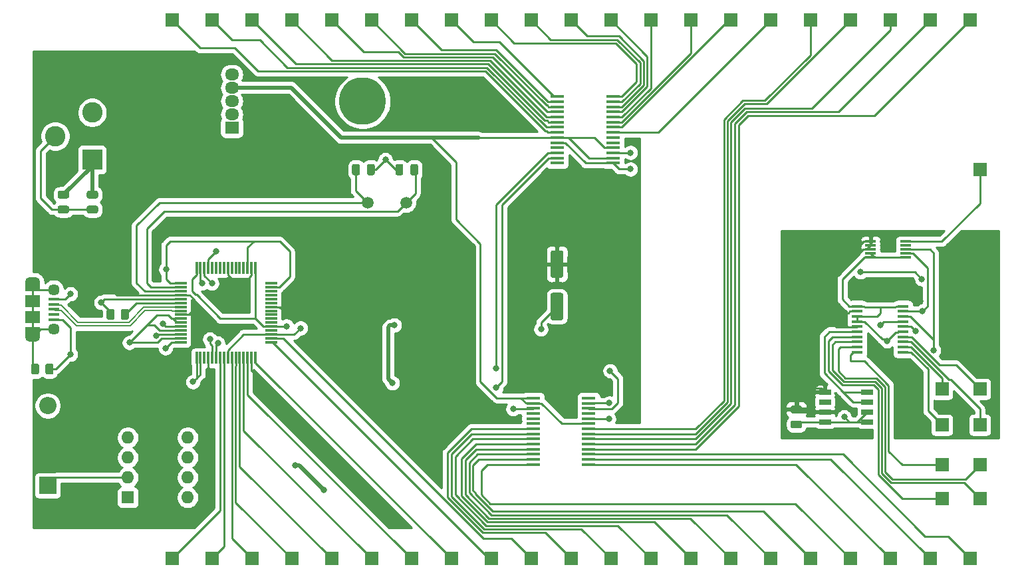
<source format=gtl>
G04 #@! TF.GenerationSoftware,KiCad,Pcbnew,(5.1.7)-1*
G04 #@! TF.CreationDate,2020-11-10T13:01:16-06:00*
G04 #@! TF.ProjectId,MCU breakout board,4d435520-6272-4656-916b-6f757420626f,rev?*
G04 #@! TF.SameCoordinates,Original*
G04 #@! TF.FileFunction,Copper,L1,Top*
G04 #@! TF.FilePolarity,Positive*
%FSLAX46Y46*%
G04 Gerber Fmt 4.6, Leading zero omitted, Abs format (unit mm)*
G04 Created by KiCad (PCBNEW (5.1.7)-1) date 2020-11-10 13:01:16*
%MOMM*%
%LPD*%
G01*
G04 APERTURE LIST*
G04 #@! TA.AperFunction,ComponentPad*
%ADD10O,1.800000X1.500000*%
G04 #@! TD*
G04 #@! TA.AperFunction,ComponentPad*
%ADD11R,1.800000X1.500000*%
G04 #@! TD*
G04 #@! TA.AperFunction,ComponentPad*
%ADD12O,6.000000X6.000000*%
G04 #@! TD*
G04 #@! TA.AperFunction,ComponentPad*
%ADD13R,1.700000X1.700000*%
G04 #@! TD*
G04 #@! TA.AperFunction,ComponentPad*
%ADD14R,1.600000X1.600000*%
G04 #@! TD*
G04 #@! TA.AperFunction,ComponentPad*
%ADD15O,1.600000X1.600000*%
G04 #@! TD*
G04 #@! TA.AperFunction,SMDPad,CuDef*
%ADD16R,1.800000X0.450000*%
G04 #@! TD*
G04 #@! TA.AperFunction,ComponentPad*
%ADD17R,2.200000X2.200000*%
G04 #@! TD*
G04 #@! TA.AperFunction,ComponentPad*
%ADD18O,2.200000X2.200000*%
G04 #@! TD*
G04 #@! TA.AperFunction,SMDPad,CuDef*
%ADD19R,1.500000X0.650000*%
G04 #@! TD*
G04 #@! TA.AperFunction,SMDPad,CuDef*
%ADD20R,1.500000X0.300000*%
G04 #@! TD*
G04 #@! TA.AperFunction,SMDPad,CuDef*
%ADD21R,0.300000X1.500000*%
G04 #@! TD*
G04 #@! TA.AperFunction,SMDPad,CuDef*
%ADD22R,1.475000X0.450000*%
G04 #@! TD*
G04 #@! TA.AperFunction,ComponentPad*
%ADD23R,2.600000X2.600000*%
G04 #@! TD*
G04 #@! TA.AperFunction,ComponentPad*
%ADD24C,2.600000*%
G04 #@! TD*
G04 #@! TA.AperFunction,SMDPad,CuDef*
%ADD25R,1.900000X1.500000*%
G04 #@! TD*
G04 #@! TA.AperFunction,ComponentPad*
%ADD26C,1.450000*%
G04 #@! TD*
G04 #@! TA.AperFunction,SMDPad,CuDef*
%ADD27R,1.350000X0.400000*%
G04 #@! TD*
G04 #@! TA.AperFunction,ComponentPad*
%ADD28O,1.900000X1.200000*%
G04 #@! TD*
G04 #@! TA.AperFunction,SMDPad,CuDef*
%ADD29R,1.900000X1.200000*%
G04 #@! TD*
G04 #@! TA.AperFunction,ComponentPad*
%ADD30C,1.500000*%
G04 #@! TD*
G04 #@! TA.AperFunction,SMDPad,CuDef*
%ADD31R,1.450000X0.300000*%
G04 #@! TD*
G04 #@! TA.AperFunction,ViaPad*
%ADD32C,0.800000*%
G04 #@! TD*
G04 #@! TA.AperFunction,Conductor*
%ADD33C,0.250000*%
G04 #@! TD*
G04 #@! TA.AperFunction,Conductor*
%ADD34C,0.500000*%
G04 #@! TD*
G04 #@! TA.AperFunction,Conductor*
%ADD35C,0.200000*%
G04 #@! TD*
G04 #@! TA.AperFunction,Conductor*
%ADD36C,0.254000*%
G04 #@! TD*
G04 #@! TA.AperFunction,Conductor*
%ADD37C,0.100000*%
G04 #@! TD*
G04 APERTURE END LIST*
D10*
G04 #@! TO.P,U3,5*
G04 #@! TO.N,Net-(R10-Pad2)*
X78740000Y-90736000D03*
G04 #@! TO.P,U3,4*
G04 #@! TO.N,4V*
X78740000Y-92436000D03*
G04 #@! TO.P,U3,3*
G04 #@! TO.N,AnalogGround*
X78740000Y-94136000D03*
G04 #@! TO.P,U3,2*
G04 #@! TO.N,ExtPower*
X78740000Y-95836000D03*
D11*
G04 #@! TO.P,U3,1*
X78740000Y-97536000D03*
D12*
G04 #@! TO.P,U3,6*
G04 #@! TO.N,AnalogGround*
X95400000Y-94136000D03*
G04 #@! TD*
G04 #@! TO.P,C16,1*
G04 #@! TO.N,3.3V*
G04 #@! TA.AperFunction,SMDPad,CuDef*
G36*
G01*
X119592000Y-113152000D02*
X120692000Y-113152000D01*
G75*
G02*
X120942000Y-113402000I0J-250000D01*
G01*
X120942000Y-116402000D01*
G75*
G02*
X120692000Y-116652000I-250000J0D01*
G01*
X119592000Y-116652000D01*
G75*
G02*
X119342000Y-116402000I0J250000D01*
G01*
X119342000Y-113402000D01*
G75*
G02*
X119592000Y-113152000I250000J0D01*
G01*
G37*
G04 #@! TD.AperFunction*
G04 #@! TO.P,C16,2*
G04 #@! TO.N,AnalogGround*
G04 #@! TA.AperFunction,SMDPad,CuDef*
G36*
G01*
X119592000Y-118552000D02*
X120692000Y-118552000D01*
G75*
G02*
X120942000Y-118802000I0J-250000D01*
G01*
X120942000Y-121802000D01*
G75*
G02*
X120692000Y-122052000I-250000J0D01*
G01*
X119592000Y-122052000D01*
G75*
G02*
X119342000Y-121802000I0J250000D01*
G01*
X119342000Y-118802000D01*
G75*
G02*
X119592000Y-118552000I250000J0D01*
G01*
G37*
G04 #@! TD.AperFunction*
G04 #@! TD*
D13*
G04 #@! TO.P,P2,1*
G04 #@! TO.N,Net-(IC6-Pad7)*
X169164000Y-144780000D03*
G04 #@! TD*
D14*
G04 #@! TO.P,U2,1*
G04 #@! TO.N,Net-(R4-Pad1)*
X65510000Y-144630000D03*
D15*
G04 #@! TO.P,U2,5*
G04 #@! TO.N,Net-(R7-Pad2)*
X73130000Y-137010000D03*
G04 #@! TO.P,U2,2*
G04 #@! TO.N,Net-(D1-Pad1)*
X65510000Y-142090000D03*
G04 #@! TO.P,U2,6*
G04 #@! TO.N,VBus*
X73130000Y-139550000D03*
G04 #@! TO.P,U2,3*
G04 #@! TO.N,Net-(C12-Pad2)*
X65510000Y-139550000D03*
G04 #@! TO.P,U2,7*
G04 #@! TO.N,Net-(R4-Pad1)*
X73130000Y-142090000D03*
G04 #@! TO.P,U2,4*
G04 #@! TO.N,AnalogGround*
X65510000Y-137010000D03*
G04 #@! TO.P,U2,8*
G04 #@! TO.N,Net-(R4-Pad1)*
X73130000Y-144630000D03*
G04 #@! TD*
D16*
G04 #@! TO.P,IC8,28*
G04 #@! TO.N,Net-(IC8-Pad28)*
X127250000Y-93575000D03*
G04 #@! TO.P,IC8,27*
G04 #@! TO.N,Net-(IC8-Pad27)*
X127250000Y-94225000D03*
G04 #@! TO.P,IC8,26*
G04 #@! TO.N,Net-(IC8-Pad26)*
X127250000Y-94875000D03*
G04 #@! TO.P,IC8,25*
G04 #@! TO.N,Net-(IC8-Pad25)*
X127250000Y-95525000D03*
G04 #@! TO.P,IC8,24*
G04 #@! TO.N,Net-(IC8-Pad24)*
X127250000Y-96175000D03*
G04 #@! TO.P,IC8,23*
G04 #@! TO.N,Net-(IC8-Pad23)*
X127250000Y-96825000D03*
G04 #@! TO.P,IC8,22*
G04 #@! TO.N,Net-(IC8-Pad22)*
X127250000Y-97475000D03*
G04 #@! TO.P,IC8,21*
G04 #@! TO.N,Net-(IC8-Pad21)*
X127250000Y-98125000D03*
G04 #@! TO.P,IC8,20*
G04 #@! TO.N,Net-(IC8-Pad20)*
X127250000Y-98775000D03*
G04 #@! TO.P,IC8,19*
G04 #@! TO.N,Net-(IC8-Pad19)*
X127250000Y-99425000D03*
G04 #@! TO.P,IC8,18*
G04 #@! TO.N,4V*
X127250000Y-100075000D03*
G04 #@! TO.P,IC8,17*
G04 #@! TO.N,AnalogGround*
X127250000Y-100725000D03*
G04 #@! TO.P,IC8,16*
G04 #@! TO.N,4V*
X127250000Y-101375000D03*
G04 #@! TO.P,IC8,15*
G04 #@! TO.N,AnalogGround*
X127250000Y-102025000D03*
G04 #@! TO.P,IC8,14*
G04 #@! TO.N,Net-(IC8-Pad14)*
X120150000Y-102025000D03*
G04 #@! TO.P,IC8,13*
G04 #@! TO.N,I2C_Data*
X120150000Y-101375000D03*
G04 #@! TO.P,IC8,12*
G04 #@! TO.N,I2C_Clock*
X120150000Y-100725000D03*
G04 #@! TO.P,IC8,11*
G04 #@! TO.N,Net-(IC8-Pad11)*
X120150000Y-100075000D03*
G04 #@! TO.P,IC8,10*
G04 #@! TO.N,AnalogGround*
X120150000Y-99425000D03*
G04 #@! TO.P,IC8,9*
G04 #@! TO.N,4V*
X120150000Y-98775000D03*
G04 #@! TO.P,IC8,8*
G04 #@! TO.N,Net-(IC8-Pad8)*
X120150000Y-98125000D03*
G04 #@! TO.P,IC8,7*
G04 #@! TO.N,Net-(IC8-Pad7)*
X120150000Y-97475000D03*
G04 #@! TO.P,IC8,6*
G04 #@! TO.N,Net-(IC8-Pad6)*
X120150000Y-96825000D03*
G04 #@! TO.P,IC8,5*
G04 #@! TO.N,Net-(IC8-Pad5)*
X120150000Y-96175000D03*
G04 #@! TO.P,IC8,4*
G04 #@! TO.N,Net-(IC8-Pad4)*
X120150000Y-95525000D03*
G04 #@! TO.P,IC8,3*
G04 #@! TO.N,Net-(IC8-Pad3)*
X120150000Y-94875000D03*
G04 #@! TO.P,IC8,2*
G04 #@! TO.N,Net-(IC8-Pad2)*
X120150000Y-94225000D03*
G04 #@! TO.P,IC8,1*
G04 #@! TO.N,Net-(IC8-Pad1)*
X120150000Y-93575000D03*
G04 #@! TD*
G04 #@! TO.P,C6,2*
G04 #@! TO.N,AnalogGround*
G04 #@! TA.AperFunction,SMDPad,CuDef*
G36*
G01*
X100576000Y-102395000D02*
X100576000Y-103345000D01*
G75*
G02*
X100326000Y-103595000I-250000J0D01*
G01*
X99826000Y-103595000D01*
G75*
G02*
X99576000Y-103345000I0J250000D01*
G01*
X99576000Y-102395000D01*
G75*
G02*
X99826000Y-102145000I250000J0D01*
G01*
X100326000Y-102145000D01*
G75*
G02*
X100576000Y-102395000I0J-250000D01*
G01*
G37*
G04 #@! TD.AperFunction*
G04 #@! TO.P,C6,1*
G04 #@! TO.N,GlobalOscIn*
G04 #@! TA.AperFunction,SMDPad,CuDef*
G36*
G01*
X102476000Y-102395000D02*
X102476000Y-103345000D01*
G75*
G02*
X102226000Y-103595000I-250000J0D01*
G01*
X101726000Y-103595000D01*
G75*
G02*
X101476000Y-103345000I0J250000D01*
G01*
X101476000Y-102395000D01*
G75*
G02*
X101726000Y-102145000I250000J0D01*
G01*
X102226000Y-102145000D01*
G75*
G02*
X102476000Y-102395000I0J-250000D01*
G01*
G37*
G04 #@! TD.AperFunction*
G04 #@! TD*
G04 #@! TO.P,C7,1*
G04 #@! TO.N,GlobalOscOut*
G04 #@! TA.AperFunction,SMDPad,CuDef*
G36*
G01*
X94054000Y-103345000D02*
X94054000Y-102395000D01*
G75*
G02*
X94304000Y-102145000I250000J0D01*
G01*
X94804000Y-102145000D01*
G75*
G02*
X95054000Y-102395000I0J-250000D01*
G01*
X95054000Y-103345000D01*
G75*
G02*
X94804000Y-103595000I-250000J0D01*
G01*
X94304000Y-103595000D01*
G75*
G02*
X94054000Y-103345000I0J250000D01*
G01*
G37*
G04 #@! TD.AperFunction*
G04 #@! TO.P,C7,2*
G04 #@! TO.N,AnalogGround*
G04 #@! TA.AperFunction,SMDPad,CuDef*
G36*
G01*
X95954000Y-103345000D02*
X95954000Y-102395000D01*
G75*
G02*
X96204000Y-102145000I250000J0D01*
G01*
X96704000Y-102145000D01*
G75*
G02*
X96954000Y-102395000I0J-250000D01*
G01*
X96954000Y-103345000D01*
G75*
G02*
X96704000Y-103595000I-250000J0D01*
G01*
X96204000Y-103595000D01*
G75*
G02*
X95954000Y-103345000I0J250000D01*
G01*
G37*
G04 #@! TD.AperFunction*
G04 #@! TD*
G04 #@! TO.P,C13,2*
G04 #@! TO.N,AnalogGround*
G04 #@! TA.AperFunction,SMDPad,CuDef*
G36*
G01*
X150147000Y-134816000D02*
X151097000Y-134816000D01*
G75*
G02*
X151347000Y-135066000I0J-250000D01*
G01*
X151347000Y-135566000D01*
G75*
G02*
X151097000Y-135816000I-250000J0D01*
G01*
X150147000Y-135816000D01*
G75*
G02*
X149897000Y-135566000I0J250000D01*
G01*
X149897000Y-135066000D01*
G75*
G02*
X150147000Y-134816000I250000J0D01*
G01*
G37*
G04 #@! TD.AperFunction*
G04 #@! TO.P,C13,1*
G04 #@! TO.N,Analog3.3V*
G04 #@! TA.AperFunction,SMDPad,CuDef*
G36*
G01*
X150147000Y-132916000D02*
X151097000Y-132916000D01*
G75*
G02*
X151347000Y-133166000I0J-250000D01*
G01*
X151347000Y-133666000D01*
G75*
G02*
X151097000Y-133916000I-250000J0D01*
G01*
X150147000Y-133916000D01*
G75*
G02*
X149897000Y-133666000I0J250000D01*
G01*
X149897000Y-133166000D01*
G75*
G02*
X150147000Y-132916000I250000J0D01*
G01*
G37*
G04 #@! TD.AperFunction*
G04 #@! TD*
G04 #@! TO.P,C15,2*
G04 #@! TO.N,AnalogGround*
G04 #@! TA.AperFunction,SMDPad,CuDef*
G36*
G01*
X60525000Y-107450000D02*
X61475000Y-107450000D01*
G75*
G02*
X61725000Y-107700000I0J-250000D01*
G01*
X61725000Y-108200000D01*
G75*
G02*
X61475000Y-108450000I-250000J0D01*
G01*
X60525000Y-108450000D01*
G75*
G02*
X60275000Y-108200000I0J250000D01*
G01*
X60275000Y-107700000D01*
G75*
G02*
X60525000Y-107450000I250000J0D01*
G01*
G37*
G04 #@! TD.AperFunction*
G04 #@! TO.P,C15,1*
G04 #@! TO.N,ExtPower*
G04 #@! TA.AperFunction,SMDPad,CuDef*
G36*
G01*
X60525000Y-105550000D02*
X61475000Y-105550000D01*
G75*
G02*
X61725000Y-105800000I0J-250000D01*
G01*
X61725000Y-106300000D01*
G75*
G02*
X61475000Y-106550000I-250000J0D01*
G01*
X60525000Y-106550000D01*
G75*
G02*
X60275000Y-106300000I0J250000D01*
G01*
X60275000Y-105800000D01*
G75*
G02*
X60525000Y-105550000I250000J0D01*
G01*
G37*
G04 #@! TD.AperFunction*
G04 #@! TD*
G04 #@! TO.P,C21,1*
G04 #@! TO.N,ExtPower*
G04 #@! TA.AperFunction,SMDPad,CuDef*
G36*
G01*
X56825000Y-105550000D02*
X57775000Y-105550000D01*
G75*
G02*
X58025000Y-105800000I0J-250000D01*
G01*
X58025000Y-106300000D01*
G75*
G02*
X57775000Y-106550000I-250000J0D01*
G01*
X56825000Y-106550000D01*
G75*
G02*
X56575000Y-106300000I0J250000D01*
G01*
X56575000Y-105800000D01*
G75*
G02*
X56825000Y-105550000I250000J0D01*
G01*
G37*
G04 #@! TD.AperFunction*
G04 #@! TO.P,C21,2*
G04 #@! TO.N,AnalogGround*
G04 #@! TA.AperFunction,SMDPad,CuDef*
G36*
G01*
X56825000Y-107450000D02*
X57775000Y-107450000D01*
G75*
G02*
X58025000Y-107700000I0J-250000D01*
G01*
X58025000Y-108200000D01*
G75*
G02*
X57775000Y-108450000I-250000J0D01*
G01*
X56825000Y-108450000D01*
G75*
G02*
X56575000Y-108200000I0J250000D01*
G01*
X56575000Y-107700000D01*
G75*
G02*
X56825000Y-107450000I250000J0D01*
G01*
G37*
G04 #@! TD.AperFunction*
G04 #@! TD*
D17*
G04 #@! TO.P,D1,1*
G04 #@! TO.N,Net-(D1-Pad1)*
X55300000Y-143100000D03*
D18*
G04 #@! TO.P,D1,2*
G04 #@! TO.N,AnalogGround*
X55300000Y-132940000D03*
G04 #@! TD*
D19*
G04 #@! TO.P,IC4,8*
G04 #@! TO.N,Net-(IC4-Pad7)*
X159672000Y-131191000D03*
G04 #@! TO.P,IC4,7*
X159672000Y-132461000D03*
G04 #@! TO.P,IC4,6*
G04 #@! TO.N,AnalogGround*
X159672000Y-133731000D03*
G04 #@! TO.P,IC4,5*
X159672000Y-135001000D03*
G04 #@! TO.P,IC4,4*
X154272000Y-135001000D03*
G04 #@! TO.P,IC4,3*
G04 #@! TO.N,Analog3.3V*
X154272000Y-133731000D03*
G04 #@! TO.P,IC4,2*
G04 #@! TO.N,Net-(IC4-Pad2)*
X154272000Y-132461000D03*
G04 #@! TO.P,IC4,1*
G04 #@! TO.N,Analog3.3V*
X154272000Y-131191000D03*
G04 #@! TD*
D20*
G04 #@! TO.P,IC5,1*
G04 #@! TO.N,AnalogGround*
X72250000Y-117350000D03*
G04 #@! TO.P,IC5,2*
G04 #@! TO.N,GlobalOscIn*
X72250000Y-117850000D03*
G04 #@! TO.P,IC5,3*
G04 #@! TO.N,GlobalOscOut*
X72250000Y-118350000D03*
G04 #@! TO.P,IC5,4*
G04 #@! TO.N,3.3V*
X72250000Y-118850000D03*
G04 #@! TO.P,IC5,5*
G04 #@! TO.N,AnalogGround*
X72250000Y-119350000D03*
G04 #@! TO.P,IC5,6*
G04 #@! TO.N,Net-(IC5-Pad6)*
X72250000Y-119850000D03*
G04 #@! TO.P,IC5,7*
G04 #@! TO.N,USB_N*
X72250000Y-120350000D03*
G04 #@! TO.P,IC5,8*
G04 #@! TO.N,USB_P*
X72250000Y-120850000D03*
G04 #@! TO.P,IC5,9*
G04 #@! TO.N,3.3V*
X72250000Y-121350000D03*
G04 #@! TO.P,IC5,10*
G04 #@! TO.N,AnalogGround*
X72250000Y-121850000D03*
G04 #@! TO.P,IC5,11*
X72250000Y-122350000D03*
G04 #@! TO.P,IC5,12*
G04 #@! TO.N,1.8V*
X72250000Y-122850000D03*
G04 #@! TO.P,IC5,13*
G04 #@! TO.N,AnalogGround*
X72250000Y-123350000D03*
G04 #@! TO.P,IC5,14*
G04 #@! TO.N,Net-(IC5-Pad14)*
X72250000Y-123850000D03*
G04 #@! TO.P,IC5,15*
G04 #@! TO.N,AnalogGround*
X72250000Y-124350000D03*
G04 #@! TO.P,IC5,16*
G04 #@! TO.N,I2C_Clock*
X72250000Y-124850000D03*
D21*
G04 #@! TO.P,IC5,17*
G04 #@! TO.N,I2C_Data*
X74250000Y-126850000D03*
G04 #@! TO.P,IC5,18*
X74750000Y-126850000D03*
G04 #@! TO.P,IC5,19*
G04 #@! TO.N,Net-(IC5-Pad19)*
X75250000Y-126850000D03*
G04 #@! TO.P,IC5,20*
G04 #@! TO.N,3.3V*
X75750000Y-126850000D03*
G04 #@! TO.P,IC5,21*
G04 #@! TO.N,Net-(IC5-Pad21)*
X76250000Y-126850000D03*
G04 #@! TO.P,IC5,22*
G04 #@! TO.N,Net-(IC5-Pad22)*
X76750000Y-126850000D03*
G04 #@! TO.P,IC5,23*
G04 #@! TO.N,Net-(IC5-Pad23)*
X77250000Y-126850000D03*
G04 #@! TO.P,IC5,24*
G04 #@! TO.N,Net-(IC5-Pad24)*
X77750000Y-126850000D03*
G04 #@! TO.P,IC5,25*
G04 #@! TO.N,AnalogGround*
X78250000Y-126850000D03*
G04 #@! TO.P,IC5,26*
G04 #@! TO.N,Net-(IC5-Pad26)*
X78750000Y-126850000D03*
G04 #@! TO.P,IC5,27*
G04 #@! TO.N,Net-(IC5-Pad27)*
X79250000Y-126850000D03*
G04 #@! TO.P,IC5,28*
G04 #@! TO.N,Net-(IC5-Pad28)*
X79750000Y-126850000D03*
G04 #@! TO.P,IC5,29*
G04 #@! TO.N,Net-(IC5-Pad29)*
X80250000Y-126850000D03*
G04 #@! TO.P,IC5,30*
G04 #@! TO.N,Net-(IC5-Pad30)*
X80750000Y-126850000D03*
G04 #@! TO.P,IC5,31*
G04 #@! TO.N,3.3V*
X81250000Y-126850000D03*
G04 #@! TO.P,IC5,32*
G04 #@! TO.N,Net-(IC5-Pad32)*
X81750000Y-126850000D03*
D20*
G04 #@! TO.P,IC5,33*
G04 #@! TO.N,Net-(IC5-Pad33)*
X83750000Y-124850000D03*
G04 #@! TO.P,IC5,34*
G04 #@! TO.N,Net-(IC5-Pad34)*
X83750000Y-124350000D03*
G04 #@! TO.P,IC5,35*
G04 #@! TO.N,AnalogGround*
X83750000Y-123850000D03*
G04 #@! TO.P,IC5,36*
G04 #@! TO.N,Net-(IC5-Pad36)*
X83750000Y-123350000D03*
G04 #@! TO.P,IC5,37*
G04 #@! TO.N,1.8V*
X83750000Y-122850000D03*
G04 #@! TO.P,IC5,38*
G04 #@! TO.N,Net-(IC5-Pad38)*
X83750000Y-122350000D03*
G04 #@! TO.P,IC5,39*
G04 #@! TO.N,Net-(IC5-Pad39)*
X83750000Y-121850000D03*
G04 #@! TO.P,IC5,40*
G04 #@! TO.N,Net-(IC5-Pad40)*
X83750000Y-121350000D03*
G04 #@! TO.P,IC5,41*
G04 #@! TO.N,Net-(IC5-Pad41)*
X83750000Y-120850000D03*
G04 #@! TO.P,IC5,42*
G04 #@! TO.N,3.3V*
X83750000Y-120350000D03*
G04 #@! TO.P,IC5,43*
G04 #@! TO.N,Net-(IC5-Pad43)*
X83750000Y-119850000D03*
G04 #@! TO.P,IC5,44*
G04 #@! TO.N,Net-(IC5-Pad44)*
X83750000Y-119350000D03*
G04 #@! TO.P,IC5,45*
G04 #@! TO.N,Net-(IC5-Pad45)*
X83750000Y-118850000D03*
G04 #@! TO.P,IC5,46*
G04 #@! TO.N,Net-(IC5-Pad46)*
X83750000Y-118350000D03*
G04 #@! TO.P,IC5,47*
G04 #@! TO.N,AnalogGround*
X83750000Y-117850000D03*
G04 #@! TO.P,IC5,48*
G04 #@! TO.N,Net-(IC5-Pad48)*
X83750000Y-117350000D03*
D21*
G04 #@! TO.P,IC5,49*
G04 #@! TO.N,1.8V*
X81750000Y-115350000D03*
G04 #@! TO.P,IC5,50*
G04 #@! TO.N,3.3V*
X81250000Y-115350000D03*
G04 #@! TO.P,IC5,51*
G04 #@! TO.N,AnalogGround*
X80750000Y-115350000D03*
G04 #@! TO.P,IC5,52*
G04 #@! TO.N,Net-(IC5-Pad52)*
X80250000Y-115350000D03*
G04 #@! TO.P,IC5,53*
G04 #@! TO.N,Net-(IC5-Pad53)*
X79750000Y-115350000D03*
G04 #@! TO.P,IC5,54*
G04 #@! TO.N,Net-(IC5-Pad54)*
X79250000Y-115350000D03*
G04 #@! TO.P,IC5,55*
G04 #@! TO.N,Net-(IC5-Pad55)*
X78750000Y-115350000D03*
G04 #@! TO.P,IC5,56*
G04 #@! TO.N,3.3V*
X78250000Y-115350000D03*
G04 #@! TO.P,IC5,57*
G04 #@! TO.N,Net-(IC5-Pad57)*
X77750000Y-115350000D03*
G04 #@! TO.P,IC5,58*
G04 #@! TO.N,Net-(IC5-Pad58)*
X77250000Y-115350000D03*
G04 #@! TO.P,IC5,59*
G04 #@! TO.N,Net-(IC5-Pad59)*
X76750000Y-115350000D03*
G04 #@! TO.P,IC5,60*
G04 #@! TO.N,Net-(IC5-Pad60)*
X76250000Y-115350000D03*
G04 #@! TO.P,IC5,61*
G04 #@! TO.N,ROM_DATA*
X75750000Y-115350000D03*
G04 #@! TO.P,IC5,62*
G04 #@! TO.N,ROM_CLK*
X75250000Y-115350000D03*
G04 #@! TO.P,IC5,63*
G04 #@! TO.N,ROM_CS*
X74750000Y-115350000D03*
G04 #@! TO.P,IC5,64*
G04 #@! TO.N,1.8V*
X74250000Y-115350000D03*
G04 #@! TD*
D22*
G04 #@! TO.P,IC6,1*
G04 #@! TO.N,AnalogGround*
X158352000Y-120265000D03*
G04 #@! TO.P,IC6,2*
G04 #@! TO.N,Analog3.3V*
X158352000Y-120915000D03*
G04 #@! TO.P,IC6,3*
G04 #@! TO.N,AnalogGround*
X158352000Y-121565000D03*
G04 #@! TO.P,IC6,4*
X158352000Y-122215000D03*
G04 #@! TO.P,IC6,5*
G04 #@! TO.N,Analog3.3V*
X158352000Y-122865000D03*
G04 #@! TO.P,IC6,6*
G04 #@! TO.N,Net-(IC4-Pad7)*
X158352000Y-123515000D03*
G04 #@! TO.P,IC6,7*
G04 #@! TO.N,Net-(IC6-Pad7)*
X158352000Y-124165000D03*
G04 #@! TO.P,IC6,8*
G04 #@! TO.N,Net-(IC6-Pad8)*
X158352000Y-124815000D03*
G04 #@! TO.P,IC6,9*
G04 #@! TO.N,Net-(IC6-Pad9)*
X158352000Y-125465000D03*
G04 #@! TO.P,IC6,10*
G04 #@! TO.N,Net-(IC6-Pad10)*
X158352000Y-126115000D03*
G04 #@! TO.P,IC6,11*
G04 #@! TO.N,Net-(IC6-Pad11)*
X164228000Y-126115000D03*
G04 #@! TO.P,IC6,12*
G04 #@! TO.N,Net-(IC6-Pad12)*
X164228000Y-125465000D03*
G04 #@! TO.P,IC6,13*
G04 #@! TO.N,Net-(IC6-Pad13)*
X164228000Y-124815000D03*
G04 #@! TO.P,IC6,14*
G04 #@! TO.N,Net-(IC6-Pad14)*
X164228000Y-124165000D03*
G04 #@! TO.P,IC6,15*
G04 #@! TO.N,AnalogGround*
X164228000Y-123515000D03*
G04 #@! TO.P,IC6,16*
G04 #@! TO.N,Net-(IC5-Pad22)*
X164228000Y-122865000D03*
G04 #@! TO.P,IC6,17*
G04 #@! TO.N,Net-(IC5-Pad21)*
X164228000Y-122215000D03*
G04 #@! TO.P,IC6,18*
G04 #@! TO.N,I2C_Data*
X164228000Y-121565000D03*
G04 #@! TO.P,IC6,19*
G04 #@! TO.N,I2C_Clock*
X164228000Y-120915000D03*
G04 #@! TO.P,IC6,20*
G04 #@! TO.N,AnalogGround*
X164228000Y-120265000D03*
G04 #@! TD*
D16*
G04 #@! TO.P,IC7,1*
G04 #@! TO.N,Net-(IC7-Pad1)*
X124200000Y-140415000D03*
G04 #@! TO.P,IC7,2*
G04 #@! TO.N,Net-(IC7-Pad2)*
X124200000Y-139765000D03*
G04 #@! TO.P,IC7,3*
G04 #@! TO.N,Net-(IC7-Pad3)*
X124200000Y-139115000D03*
G04 #@! TO.P,IC7,4*
G04 #@! TO.N,Net-(IC7-Pad4)*
X124200000Y-138465000D03*
G04 #@! TO.P,IC7,5*
G04 #@! TO.N,Net-(IC7-Pad5)*
X124200000Y-137815000D03*
G04 #@! TO.P,IC7,6*
G04 #@! TO.N,Net-(IC7-Pad6)*
X124200000Y-137165000D03*
G04 #@! TO.P,IC7,7*
G04 #@! TO.N,Net-(IC7-Pad7)*
X124200000Y-136515000D03*
G04 #@! TO.P,IC7,8*
G04 #@! TO.N,Net-(IC7-Pad8)*
X124200000Y-135865000D03*
G04 #@! TO.P,IC7,9*
G04 #@! TO.N,4V*
X124200000Y-135215000D03*
G04 #@! TO.P,IC7,10*
G04 #@! TO.N,AnalogGround*
X124200000Y-134565000D03*
G04 #@! TO.P,IC7,11*
G04 #@! TO.N,Net-(IC7-Pad11)*
X124200000Y-133915000D03*
G04 #@! TO.P,IC7,12*
G04 #@! TO.N,I2C_Clock*
X124200000Y-133265000D03*
G04 #@! TO.P,IC7,13*
G04 #@! TO.N,I2C_Data*
X124200000Y-132615000D03*
G04 #@! TO.P,IC7,14*
G04 #@! TO.N,Net-(IC7-Pad14)*
X124200000Y-131965000D03*
G04 #@! TO.P,IC7,15*
G04 #@! TO.N,4V*
X117100000Y-131965000D03*
G04 #@! TO.P,IC7,16*
X117100000Y-132615000D03*
G04 #@! TO.P,IC7,17*
G04 #@! TO.N,AnalogGround*
X117100000Y-133265000D03*
G04 #@! TO.P,IC7,18*
G04 #@! TO.N,Net-(IC7-Pad18)*
X117100000Y-133915000D03*
G04 #@! TO.P,IC7,19*
G04 #@! TO.N,Net-(IC7-Pad19)*
X117100000Y-134565000D03*
G04 #@! TO.P,IC7,20*
G04 #@! TO.N,Net-(IC7-Pad20)*
X117100000Y-135215000D03*
G04 #@! TO.P,IC7,21*
G04 #@! TO.N,Net-(IC7-Pad21)*
X117100000Y-135865000D03*
G04 #@! TO.P,IC7,22*
G04 #@! TO.N,Net-(IC7-Pad22)*
X117100000Y-136515000D03*
G04 #@! TO.P,IC7,23*
G04 #@! TO.N,Net-(IC7-Pad23)*
X117100000Y-137165000D03*
G04 #@! TO.P,IC7,24*
G04 #@! TO.N,Net-(IC7-Pad24)*
X117100000Y-137815000D03*
G04 #@! TO.P,IC7,25*
G04 #@! TO.N,Net-(IC7-Pad25)*
X117100000Y-138465000D03*
G04 #@! TO.P,IC7,26*
G04 #@! TO.N,Net-(IC7-Pad26)*
X117100000Y-139115000D03*
G04 #@! TO.P,IC7,27*
G04 #@! TO.N,Net-(IC7-Pad27)*
X117100000Y-139765000D03*
G04 #@! TO.P,IC7,28*
G04 #@! TO.N,Net-(IC7-Pad28)*
X117100000Y-140415000D03*
G04 #@! TD*
D23*
G04 #@! TO.P,J1,1*
G04 #@! TO.N,ExtPower*
X60960000Y-101600000D03*
D24*
G04 #@! TO.P,J1,2*
G04 #@! TO.N,AnalogGround*
X60960000Y-95600000D03*
G04 #@! TO.P,J1,3*
X56260000Y-98600000D03*
G04 #@! TD*
D25*
G04 #@! TO.P,J2,6*
G04 #@! TO.N,Net-(J2-Pad6)*
X53372500Y-121650000D03*
D26*
X56072500Y-118150000D03*
D27*
G04 #@! TO.P,J2,2*
G04 #@! TO.N,USB_N*
X56072500Y-120000000D03*
G04 #@! TO.P,J2,1*
G04 #@! TO.N,VBus*
X56072500Y-119350000D03*
G04 #@! TO.P,J2,5*
G04 #@! TO.N,AnalogGround*
X56072500Y-121950000D03*
G04 #@! TO.P,J2,4*
G04 #@! TO.N,Net-(J2-Pad4)*
X56072500Y-121300000D03*
G04 #@! TO.P,J2,3*
G04 #@! TO.N,USB_P*
X56072500Y-120650000D03*
D26*
G04 #@! TO.P,J2,6*
G04 #@! TO.N,Net-(J2-Pad6)*
X56072500Y-123150000D03*
D25*
X53372500Y-119650000D03*
D28*
X53372500Y-117150000D03*
X53372500Y-124150000D03*
D29*
X53372500Y-123550000D03*
X53372500Y-117750000D03*
G04 #@! TD*
D13*
G04 #@! TO.P,P3,1*
G04 #@! TO.N,Net-(IC5-Pad33)*
X111760000Y-152400000D03*
G04 #@! TD*
G04 #@! TO.P,P4,1*
G04 #@! TO.N,Net-(IC5-Pad32)*
X106680000Y-152400000D03*
G04 #@! TD*
G04 #@! TO.P,P5,1*
G04 #@! TO.N,Net-(IC5-Pad23)*
X71120000Y-152400000D03*
G04 #@! TD*
G04 #@! TO.P,P6,1*
G04 #@! TO.N,Net-(IC5-Pad24)*
X76200000Y-152400000D03*
G04 #@! TD*
G04 #@! TO.P,P7,1*
G04 #@! TO.N,Net-(IC5-Pad26)*
X81280000Y-152400000D03*
G04 #@! TD*
G04 #@! TO.P,P8,1*
G04 #@! TO.N,Net-(IC5-Pad27)*
X86360000Y-152400000D03*
G04 #@! TD*
G04 #@! TO.P,P9,1*
G04 #@! TO.N,Net-(IC5-Pad28)*
X91440000Y-152400000D03*
G04 #@! TD*
G04 #@! TO.P,P10,1*
G04 #@! TO.N,Net-(IC5-Pad29)*
X96520000Y-152400000D03*
G04 #@! TD*
G04 #@! TO.P,P11,1*
G04 #@! TO.N,Net-(IC5-Pad30)*
X101600000Y-152400000D03*
G04 #@! TD*
G04 #@! TO.P,P13,1*
G04 #@! TO.N,Net-(IC7-Pad1)*
X162560000Y-152400000D03*
G04 #@! TD*
G04 #@! TO.P,P15,1*
G04 #@! TO.N,Net-(IC7-Pad3)*
X172720000Y-152400000D03*
G04 #@! TD*
G04 #@! TO.P,P16,1*
G04 #@! TO.N,Net-(IC7-Pad4)*
X172720000Y-83820000D03*
G04 #@! TD*
G04 #@! TO.P,P17,1*
G04 #@! TO.N,Net-(IC7-Pad5)*
X167640000Y-83820000D03*
G04 #@! TD*
G04 #@! TO.P,P18,1*
G04 #@! TO.N,Net-(IC7-Pad6)*
X162560000Y-83820000D03*
G04 #@! TD*
G04 #@! TO.P,P19,1*
G04 #@! TO.N,Net-(IC7-Pad28)*
X157480000Y-152400000D03*
G04 #@! TD*
G04 #@! TO.P,P20,1*
G04 #@! TO.N,Net-(IC7-Pad7)*
X157480000Y-83820000D03*
G04 #@! TD*
G04 #@! TO.P,P21,1*
G04 #@! TO.N,Net-(IC7-Pad27)*
X152400000Y-152400000D03*
G04 #@! TD*
G04 #@! TO.P,P22,1*
G04 #@! TO.N,Net-(IC7-Pad8)*
X152400000Y-83820000D03*
G04 #@! TD*
G04 #@! TO.P,P23,1*
G04 #@! TO.N,Net-(IC7-Pad26)*
X147320000Y-152400000D03*
G04 #@! TD*
G04 #@! TO.P,P24,1*
G04 #@! TO.N,Net-(IC7-Pad25)*
X142240000Y-152400000D03*
G04 #@! TD*
G04 #@! TO.P,P25,1*
G04 #@! TO.N,Net-(IC7-Pad24)*
X137160000Y-152400000D03*
G04 #@! TD*
G04 #@! TO.P,P26,1*
G04 #@! TO.N,Net-(IC7-Pad23)*
X132080000Y-152400000D03*
G04 #@! TD*
G04 #@! TO.P,P27,1*
G04 #@! TO.N,Net-(IC7-Pad22)*
X127000000Y-152400000D03*
G04 #@! TD*
G04 #@! TO.P,P28,1*
G04 #@! TO.N,Net-(IC7-Pad21)*
X121920000Y-152400000D03*
G04 #@! TD*
G04 #@! TO.P,P29,1*
G04 #@! TO.N,Net-(IC8-Pad1)*
X106680000Y-83820000D03*
G04 #@! TD*
G04 #@! TO.P,P30,1*
G04 #@! TO.N,Net-(IC8-Pad2)*
X101600000Y-83820000D03*
G04 #@! TD*
G04 #@! TO.P,P31,1*
G04 #@! TO.N,Net-(IC8-Pad3)*
X96520000Y-83820000D03*
G04 #@! TD*
G04 #@! TO.P,P32,1*
G04 #@! TO.N,Net-(IC8-Pad4)*
X91440000Y-83820000D03*
G04 #@! TD*
G04 #@! TO.P,P33,1*
G04 #@! TO.N,Net-(IC8-Pad5)*
X86360000Y-83820000D03*
G04 #@! TD*
G04 #@! TO.P,P34,1*
G04 #@! TO.N,Net-(IC8-Pad6)*
X81280000Y-83820000D03*
G04 #@! TD*
G04 #@! TO.P,P35,1*
G04 #@! TO.N,Net-(IC8-Pad28)*
X111760000Y-83820000D03*
G04 #@! TD*
G04 #@! TO.P,P36,1*
G04 #@! TO.N,Net-(IC8-Pad7)*
X76200000Y-83820000D03*
G04 #@! TD*
G04 #@! TO.P,P37,1*
G04 #@! TO.N,Net-(IC8-Pad27)*
X116840000Y-83820000D03*
G04 #@! TD*
G04 #@! TO.P,P38,1*
G04 #@! TO.N,Net-(IC8-Pad8)*
X71120000Y-83820000D03*
G04 #@! TD*
G04 #@! TO.P,P39,1*
G04 #@! TO.N,Net-(IC8-Pad26)*
X121920000Y-83820000D03*
G04 #@! TD*
G04 #@! TO.P,P40,1*
G04 #@! TO.N,Net-(IC8-Pad25)*
X127000000Y-83820000D03*
G04 #@! TD*
G04 #@! TO.P,P41,1*
G04 #@! TO.N,Net-(IC8-Pad24)*
X132080000Y-83820000D03*
G04 #@! TD*
G04 #@! TO.P,P42,1*
G04 #@! TO.N,Net-(IC8-Pad23)*
X137160000Y-83820000D03*
G04 #@! TD*
G04 #@! TO.P,P43,1*
G04 #@! TO.N,Net-(IC8-Pad22)*
X142240000Y-83820000D03*
G04 #@! TD*
G04 #@! TO.P,P44,1*
G04 #@! TO.N,Net-(IC8-Pad21)*
X147320000Y-83820000D03*
G04 #@! TD*
G04 #@! TO.P,R13,1*
G04 #@! TO.N,AnalogGround*
G04 #@! TA.AperFunction,SMDPad,CuDef*
G36*
G01*
X56035000Y-127819998D02*
X56035000Y-128720002D01*
G75*
G02*
X55785002Y-128970000I-249998J0D01*
G01*
X55259998Y-128970000D01*
G75*
G02*
X55010000Y-128720002I0J249998D01*
G01*
X55010000Y-127819998D01*
G75*
G02*
X55259998Y-127570000I249998J0D01*
G01*
X55785002Y-127570000D01*
G75*
G02*
X56035000Y-127819998I0J-249998D01*
G01*
G37*
G04 #@! TD.AperFunction*
G04 #@! TO.P,R13,2*
G04 #@! TO.N,Net-(J2-Pad6)*
G04 #@! TA.AperFunction,SMDPad,CuDef*
G36*
G01*
X54210000Y-127819998D02*
X54210000Y-128720002D01*
G75*
G02*
X53960002Y-128970000I-249998J0D01*
G01*
X53434998Y-128970000D01*
G75*
G02*
X53185000Y-128720002I0J249998D01*
G01*
X53185000Y-127819998D01*
G75*
G02*
X53434998Y-127570000I249998J0D01*
G01*
X53960002Y-127570000D01*
G75*
G02*
X54210000Y-127819998I0J-249998D01*
G01*
G37*
G04 #@! TD.AperFunction*
G04 #@! TD*
G04 #@! TO.P,R18,1*
G04 #@! TO.N,Net-(IC5-Pad6)*
G04 #@! TA.AperFunction,SMDPad,CuDef*
G36*
G01*
X65637500Y-120849998D02*
X65637500Y-121750002D01*
G75*
G02*
X65387502Y-122000000I-249998J0D01*
G01*
X64862498Y-122000000D01*
G75*
G02*
X64612500Y-121750002I0J249998D01*
G01*
X64612500Y-120849998D01*
G75*
G02*
X64862498Y-120600000I249998J0D01*
G01*
X65387502Y-120600000D01*
G75*
G02*
X65637500Y-120849998I0J-249998D01*
G01*
G37*
G04 #@! TD.AperFunction*
G04 #@! TO.P,R18,2*
G04 #@! TO.N,AnalogGround*
G04 #@! TA.AperFunction,SMDPad,CuDef*
G36*
G01*
X63812500Y-120849998D02*
X63812500Y-121750002D01*
G75*
G02*
X63562502Y-122000000I-249998J0D01*
G01*
X63037498Y-122000000D01*
G75*
G02*
X62787500Y-121750002I0J249998D01*
G01*
X62787500Y-120849998D01*
G75*
G02*
X63037498Y-120600000I249998J0D01*
G01*
X63562502Y-120600000D01*
G75*
G02*
X63812500Y-120849998I0J-249998D01*
G01*
G37*
G04 #@! TD.AperFunction*
G04 #@! TD*
D30*
G04 #@! TO.P,Y1,1*
G04 #@! TO.N,GlobalOscIn*
X100920000Y-107080000D03*
G04 #@! TO.P,Y1,2*
G04 #@! TO.N,GlobalOscOut*
X96040000Y-107080000D03*
G04 #@! TD*
D31*
G04 #@! TO.P,IC2,1*
G04 #@! TO.N,Analog3.3V*
X160081000Y-112030000D03*
G04 #@! TO.P,IC2,2*
X160081000Y-112530000D03*
G04 #@! TO.P,IC2,3*
X160081000Y-113030000D03*
G04 #@! TO.P,IC2,4*
G04 #@! TO.N,AnalogGround*
X160081000Y-113530000D03*
G04 #@! TO.P,IC2,5*
X160081000Y-114030000D03*
G04 #@! TO.P,IC2,6*
X164531000Y-114030000D03*
G04 #@! TO.P,IC2,7*
G04 #@! TO.N,I2C_Clock*
X164531000Y-113530000D03*
G04 #@! TO.P,IC2,8*
G04 #@! TO.N,I2C_Data*
X164531000Y-113030000D03*
G04 #@! TO.P,IC2,9*
G04 #@! TO.N,Net-(IC2-Pad9)*
X164531000Y-112530000D03*
G04 #@! TO.P,IC2,10*
G04 #@! TO.N,Net-(IC2-Pad10)*
X164531000Y-112030000D03*
G04 #@! TD*
D13*
G04 #@! TO.P,P1,1*
G04 #@! TO.N,Net-(IC2-Pad10)*
X173990000Y-102870000D03*
G04 #@! TD*
G04 #@! TO.P,P12,1*
G04 #@! TO.N,Net-(IC6-Pad8)*
X173990000Y-144780000D03*
G04 #@! TD*
G04 #@! TO.P,P45,1*
G04 #@! TO.N,Net-(IC6-Pad9)*
X173990000Y-140462000D03*
G04 #@! TD*
G04 #@! TO.P,P46,1*
G04 #@! TO.N,Net-(IC6-Pad10)*
X169164000Y-140462000D03*
G04 #@! TD*
G04 #@! TO.P,P47,1*
G04 #@! TO.N,Net-(IC6-Pad14)*
X173990000Y-130810000D03*
G04 #@! TD*
G04 #@! TO.P,P48,1*
G04 #@! TO.N,Net-(IC6-Pad13)*
X173990000Y-135382000D03*
G04 #@! TD*
G04 #@! TO.P,P49,1*
G04 #@! TO.N,Net-(IC6-Pad12)*
X169164000Y-130810000D03*
G04 #@! TD*
G04 #@! TO.P,P50,1*
G04 #@! TO.N,Net-(IC6-Pad11)*
X169164000Y-135382000D03*
G04 #@! TD*
G04 #@! TO.P,P14,1*
G04 #@! TO.N,Net-(IC7-Pad2)*
X167640000Y-152400000D03*
G04 #@! TD*
G04 #@! TO.P,P51,1*
G04 #@! TO.N,Net-(IC5-Pad34)*
X116840000Y-152400000D03*
G04 #@! TD*
D32*
G04 #@! TO.N,1.8V*
X70000000Y-122500000D03*
X85700000Y-122800000D03*
G04 #@! TO.N,AnalogGround*
X98298000Y-101600000D03*
X70358000Y-115570000D03*
X118110000Y-123190000D03*
X156718000Y-134366000D03*
X162179000Y-124688600D03*
X62100000Y-119800000D03*
X58200000Y-126400000D03*
X129500000Y-102800000D03*
X129500000Y-100700000D03*
X126746000Y-134620000D03*
X114554000Y-133350000D03*
X65700000Y-124900000D03*
X87503000Y-123063000D03*
X99441000Y-122682000D03*
X99187000Y-130048000D03*
X86839500Y-140560500D03*
X90424000Y-143637000D03*
G04 #@! TO.N,Analog3.3V*
X163449000Y-136525000D03*
X159512000Y-136525000D03*
X166402000Y-119602000D03*
X169327011Y-119724989D03*
G04 #@! TO.N,3.3V*
X80264000Y-119126000D03*
X76073000Y-130429000D03*
X82042000Y-129667000D03*
X91388250Y-139394250D03*
X68751000Y-128949000D03*
X89725500Y-119824500D03*
X102767010Y-118974990D03*
X116205000Y-114554000D03*
X86360000Y-120396000D03*
G04 #@! TO.N,VBus*
X58200000Y-118700000D03*
G04 #@! TO.N,ExtPower*
X166600000Y-116800000D03*
X158800000Y-115900000D03*
G04 #@! TO.N,Net-(IC5-Pad14)*
X69100000Y-124000000D03*
G04 #@! TO.N,I2C_Clock*
X126900000Y-128500000D03*
X166700000Y-120900000D03*
X112400000Y-128200000D03*
X70300000Y-125600000D03*
G04 #@! TO.N,I2C_Data*
X126800000Y-132600000D03*
X168100000Y-125900000D03*
X112400000Y-130600000D03*
X73800000Y-129900000D03*
G04 #@! TO.N,Net-(IC5-Pad21)*
X161290000Y-122682000D03*
X75946000Y-124460000D03*
G04 #@! TO.N,ROM_DATA*
X76708000Y-113284000D03*
G04 #@! TO.N,ROM_CLK*
X76200000Y-117348000D03*
G04 #@! TO.N,ROM_CS*
X74930000Y-117348000D03*
G04 #@! TO.N,Net-(IC5-Pad22)*
X76962000Y-124968000D03*
X165800000Y-123400000D03*
G04 #@! TD*
D33*
G04 #@! TO.N,1.8V*
X70350000Y-122850000D02*
X70000000Y-122500000D01*
X72250000Y-122850000D02*
X70350000Y-122850000D01*
X85650000Y-122850000D02*
X83750000Y-122850000D01*
X85700000Y-122800000D02*
X85650000Y-122850000D01*
X81750000Y-121835002D02*
X81750000Y-115350000D01*
X82764998Y-122850000D02*
X81750000Y-121835002D01*
X83750000Y-122850000D02*
X82764998Y-122850000D01*
X73660000Y-116840000D02*
X74250000Y-116250000D01*
X73660000Y-118364000D02*
X73660000Y-116840000D01*
X74086000Y-118790000D02*
X73660000Y-118364000D01*
X74250000Y-116250000D02*
X74250000Y-115350000D01*
X77295002Y-121835002D02*
X74250000Y-118790000D01*
X74250000Y-118790000D02*
X74086000Y-118790000D01*
X81750000Y-121835002D02*
X77295002Y-121835002D01*
G04 #@! TO.N,AnalogGround*
X127275000Y-100700000D02*
X127250000Y-100725000D01*
X129500000Y-100700000D02*
X127275000Y-100700000D01*
X128025000Y-102800000D02*
X127250000Y-102025000D01*
X129500000Y-102800000D02*
X128025000Y-102800000D01*
X56330000Y-128270000D02*
X58200000Y-126400000D01*
X55522500Y-128270000D02*
X56330000Y-128270000D01*
X56072500Y-121950000D02*
X57150000Y-121950000D01*
X58200000Y-123000000D02*
X58200000Y-126400000D01*
X57150000Y-121950000D02*
X58200000Y-123000000D01*
X62550000Y-119350000D02*
X62100000Y-119800000D01*
X72250000Y-119350000D02*
X62550000Y-119350000D01*
X63300000Y-121000000D02*
X62100000Y-119800000D01*
X63300000Y-121300000D02*
X63300000Y-121000000D01*
X71750000Y-122350000D02*
X71250000Y-121850000D01*
X72250000Y-122350000D02*
X71750000Y-122350000D01*
X72250000Y-121850000D02*
X71250000Y-121850000D01*
X68873002Y-122700000D02*
X67900000Y-122700000D01*
X69523002Y-123350000D02*
X68873002Y-122700000D01*
X72250000Y-123350000D02*
X69523002Y-123350000D01*
X67900000Y-122700000D02*
X65700000Y-124900000D01*
X68750000Y-121850000D02*
X67900000Y-122700000D01*
X69273002Y-124900000D02*
X65700000Y-124900000D01*
X69823002Y-124350000D02*
X69273002Y-124900000D01*
X72250000Y-124350000D02*
X69823002Y-124350000D01*
X150937000Y-135001000D02*
X150622000Y-135316000D01*
X154272000Y-135001000D02*
X150937000Y-135001000D01*
X61000000Y-107950000D02*
X57300000Y-107950000D01*
X57300000Y-107950000D02*
X55850000Y-107950000D01*
X55850000Y-107950000D02*
X54400000Y-106500000D01*
X54400000Y-100460000D02*
X56260000Y-98600000D01*
X54400000Y-106500000D02*
X54400000Y-100460000D01*
X123810002Y-102025000D02*
X121210002Y-99425000D01*
X121210002Y-99425000D02*
X120150000Y-99425000D01*
X127250000Y-102025000D02*
X123810002Y-102025000D01*
X160581000Y-114030000D02*
X160081000Y-113530000D01*
X162036000Y-114030000D02*
X160581000Y-114030000D01*
X164531000Y-114030000D02*
X162036000Y-114030000D01*
X162036000Y-114030000D02*
X160081000Y-114030000D01*
X158402000Y-135001000D02*
X159672000Y-133731000D01*
X154272000Y-135001000D02*
X156591000Y-135001000D01*
X156591000Y-135001000D02*
X158402000Y-135001000D01*
X156718000Y-134366000D02*
X157353000Y-135001000D01*
X157353000Y-135001000D02*
X159672000Y-135001000D01*
X156591000Y-135001000D02*
X157353000Y-135001000D01*
X118110000Y-122334000D02*
X120142000Y-120302000D01*
X118110000Y-123190000D02*
X118110000Y-122334000D01*
X80250000Y-123850000D02*
X83750000Y-123850000D01*
X78250000Y-125850000D02*
X80250000Y-123850000D01*
X78250000Y-126850000D02*
X78250000Y-125850000D01*
X117015000Y-133350000D02*
X117100000Y-133265000D01*
X114554000Y-133350000D02*
X117015000Y-133350000D01*
X124255000Y-134620000D02*
X124200000Y-134565000D01*
X126746000Y-134620000D02*
X124255000Y-134620000D01*
X159299000Y-122215000D02*
X158352000Y-122215000D01*
X159299000Y-122215000D02*
X159002000Y-122215000D01*
X158352000Y-122215000D02*
X158352000Y-121565000D01*
X158352000Y-121565000D02*
X160883000Y-121565000D01*
X160883000Y-121565000D02*
X161290000Y-121158000D01*
X161290000Y-121158000D02*
X161290000Y-120396000D01*
X163330498Y-120265000D02*
X164228000Y-120265000D01*
X163199498Y-120396000D02*
X163330498Y-120265000D01*
X161290000Y-120396000D02*
X163199498Y-120396000D01*
X159249502Y-120265000D02*
X158352000Y-120265000D01*
X159380502Y-120396000D02*
X159249502Y-120265000D01*
X161290000Y-120396000D02*
X159380502Y-120396000D01*
X71250000Y-121850000D02*
X71050000Y-121850000D01*
X71050000Y-121850000D02*
X70612000Y-121412000D01*
X69188000Y-121412000D02*
X68750000Y-121850000D01*
X70612000Y-121412000D02*
X69188000Y-121412000D01*
X70868000Y-117350000D02*
X72250000Y-117350000D01*
X70358000Y-116840000D02*
X70868000Y-117350000D01*
X70358000Y-115570000D02*
X70358000Y-116840000D01*
X84836000Y-112014000D02*
X81534000Y-112014000D01*
X86106000Y-113284000D02*
X84836000Y-112014000D01*
X86106000Y-116494000D02*
X86106000Y-113284000D01*
X84750000Y-117850000D02*
X86106000Y-116494000D01*
X83750000Y-117850000D02*
X84750000Y-117850000D01*
X80750000Y-112798000D02*
X81534000Y-112014000D01*
X80750000Y-115350000D02*
X80750000Y-112798000D01*
X70358000Y-114554000D02*
X70358000Y-115570000D01*
X70358000Y-112522000D02*
X70358000Y-114554000D01*
X70866000Y-112014000D02*
X70358000Y-112522000D01*
X81534000Y-112014000D02*
X70866000Y-112014000D01*
X97028000Y-102870000D02*
X98298000Y-101600000D01*
X96454000Y-102870000D02*
X97028000Y-102870000D01*
X99568000Y-102870000D02*
X98298000Y-101600000D01*
X100076000Y-102870000D02*
X99568000Y-102870000D01*
X160081000Y-114030000D02*
X159274000Y-114030000D01*
X159274000Y-114030000D02*
X156464000Y-116840000D01*
X157349000Y-120265000D02*
X158352000Y-120265000D01*
X156464000Y-119380000D02*
X157349000Y-120265000D01*
X156464000Y-116840000D02*
X156464000Y-119380000D01*
X161950400Y-124460000D02*
X162179000Y-124688600D01*
X161544000Y-124460000D02*
X161950400Y-124460000D01*
X159299000Y-122215000D02*
X161544000Y-124460000D01*
X163252601Y-123614999D02*
X162179000Y-124688600D01*
X163532001Y-123614999D02*
X163252601Y-123614999D01*
X163632000Y-123515000D02*
X163532001Y-123614999D01*
X164228000Y-123515000D02*
X163632000Y-123515000D01*
X87503000Y-123063000D02*
X86691001Y-123874999D01*
X85396002Y-123850000D02*
X83750000Y-123850000D01*
X85421001Y-123874999D02*
X85396002Y-123850000D01*
X86691001Y-123874999D02*
X85421001Y-123874999D01*
D34*
X98642989Y-129503989D02*
X99187000Y-130048000D01*
X98642989Y-122914326D02*
X98642989Y-129503989D01*
X98875315Y-122682000D02*
X98642989Y-122914326D01*
X99441000Y-122682000D02*
X98875315Y-122682000D01*
X87347500Y-140560500D02*
X86839500Y-140560500D01*
X90424000Y-143637000D02*
X87347500Y-140560500D01*
D33*
G04 #@! TO.N,Analog3.3V*
X150937000Y-133731000D02*
X150622000Y-133416000D01*
X154272000Y-133731000D02*
X150937000Y-133731000D01*
X153767000Y-130686000D02*
X154272000Y-131191000D01*
X150812000Y-130686000D02*
X153767000Y-130686000D01*
X150812000Y-133226000D02*
X150622000Y-133416000D01*
X150812000Y-130686000D02*
X150812000Y-133226000D01*
X157469000Y-120915000D02*
X158352000Y-120915000D01*
X157226000Y-121158000D02*
X157469000Y-120915000D01*
X155448000Y-121158000D02*
X157226000Y-121158000D01*
X155448000Y-121158000D02*
X155448000Y-122682000D01*
X155448000Y-122682000D02*
X155702000Y-122936000D01*
X158281000Y-122936000D02*
X158352000Y-122865000D01*
X155702000Y-122936000D02*
X158281000Y-122936000D01*
X159120998Y-113030000D02*
X160081000Y-113030000D01*
X155448000Y-121158000D02*
X155448000Y-116702998D01*
X159581000Y-113030000D02*
X160081000Y-112530000D01*
X159120998Y-113030000D02*
X159581000Y-113030000D01*
X158300499Y-113850499D02*
X158300499Y-112971501D01*
X155448000Y-116702998D02*
X158300499Y-113850499D01*
X158300499Y-113850499D02*
X159120998Y-113030000D01*
X159242000Y-112030000D02*
X160081000Y-112030000D01*
X158300499Y-112971501D02*
X159242000Y-112030000D01*
G04 #@! TO.N,GlobalOscIn*
X99844999Y-108155001D02*
X70144999Y-108155001D01*
X100920000Y-107080000D02*
X99844999Y-108155001D01*
X70144999Y-108155001D02*
X67900000Y-110400000D01*
X67900000Y-110400000D02*
X67900000Y-117300000D01*
X68450000Y-117850000D02*
X72250000Y-117850000D01*
X67900000Y-117300000D02*
X68450000Y-117850000D01*
X100920000Y-107080000D02*
X102108000Y-105892000D01*
X102108000Y-103002000D02*
X101976000Y-102870000D01*
X102108000Y-105892000D02*
X102108000Y-103002000D01*
G04 #@! TO.N,GlobalOscOut*
X96040000Y-107080000D02*
X69520000Y-107080000D01*
X69520000Y-107080000D02*
X66600000Y-110000000D01*
X66600000Y-110000000D02*
X66600000Y-117300000D01*
X67650000Y-118350000D02*
X72250000Y-118350000D01*
X66600000Y-117300000D02*
X67650000Y-118350000D01*
X96040000Y-107080000D02*
X94488000Y-105528000D01*
X94488000Y-102936000D02*
X94554000Y-102870000D01*
X94488000Y-105528000D02*
X94488000Y-102936000D01*
G04 #@! TO.N,3.3V*
X64150000Y-118850000D02*
X63200000Y-117900000D01*
X72250000Y-118850000D02*
X64150000Y-118850000D01*
X84790000Y-120350000D02*
X85852000Y-121412000D01*
X83750000Y-120350000D02*
X84790000Y-120350000D01*
X79756000Y-117844000D02*
X79756000Y-117856000D01*
X81250000Y-116350000D02*
X79756000Y-117844000D01*
X81250000Y-115350000D02*
X81250000Y-116350000D01*
X78250000Y-116350000D02*
X79756000Y-117856000D01*
X78250000Y-115350000D02*
X78250000Y-116350000D01*
X75750000Y-128582000D02*
X75946000Y-128778000D01*
X75750000Y-126850000D02*
X75750000Y-128582000D01*
X118618000Y-110744000D02*
X118618000Y-113378000D01*
X81250000Y-128494000D02*
X81250000Y-126850000D01*
X81788000Y-129032000D02*
X81250000Y-128494000D01*
X73235002Y-121350000D02*
X73914000Y-120671002D01*
X72250000Y-121350000D02*
X73235002Y-121350000D01*
X73914000Y-120671002D02*
X73914000Y-119380000D01*
X73384000Y-118850000D02*
X72250000Y-118850000D01*
X73914000Y-119380000D02*
X73384000Y-118850000D01*
G04 #@! TO.N,VBus*
X57550000Y-119350000D02*
X58200000Y-118700000D01*
X56072500Y-119350000D02*
X57550000Y-119350000D01*
D34*
G04 #@! TO.N,4V*
X78700000Y-92400000D02*
X86300000Y-92400000D01*
X86300000Y-92400000D02*
X92675000Y-98775000D01*
D33*
X110175000Y-98775000D02*
X120150000Y-98775000D01*
D34*
X107325000Y-98775000D02*
X110175000Y-98775000D01*
D33*
X107325000Y-109225000D02*
X110400000Y-112300000D01*
X112506998Y-131965000D02*
X117100000Y-131965000D01*
X110400000Y-129858002D02*
X112506998Y-131965000D01*
X110400000Y-112300000D02*
X110400000Y-129858002D01*
X107325000Y-101925000D02*
X104175000Y-98775000D01*
X107325000Y-109225000D02*
X107325000Y-101925000D01*
D34*
X104175000Y-98775000D02*
X107325000Y-98775000D01*
X92675000Y-98775000D02*
X104175000Y-98775000D01*
D33*
X116189999Y-132589999D02*
X117100000Y-132589999D01*
X115565000Y-131965000D02*
X116189999Y-132589999D01*
X118160002Y-132615000D02*
X117100000Y-132615000D01*
X120760002Y-135215000D02*
X118160002Y-132615000D01*
X124200000Y-135215000D02*
X120760002Y-135215000D01*
X124889998Y-98775000D02*
X126189998Y-100075000D01*
X126189998Y-100075000D02*
X127250000Y-100075000D01*
X124225000Y-101375000D02*
X127250000Y-101375000D01*
X120150000Y-98775000D02*
X121625000Y-98775000D01*
X121625000Y-98775000D02*
X124225000Y-101375000D01*
X121625000Y-98775000D02*
X124889998Y-98775000D01*
G04 #@! TO.N,ExtPower*
X165700000Y-115900000D02*
X166600000Y-116800000D01*
X158800000Y-115900000D02*
X165700000Y-115900000D01*
D34*
X61000000Y-101640000D02*
X60960000Y-101600000D01*
X61000000Y-106050000D02*
X61000000Y-101640000D01*
X60960000Y-102390000D02*
X57300000Y-106050000D01*
X60960000Y-101600000D02*
X60960000Y-102390000D01*
D33*
G04 #@! TO.N,Net-(D1-Pad1)*
X56310000Y-142090000D02*
X55300000Y-143100000D01*
X65510000Y-142090000D02*
X56310000Y-142090000D01*
G04 #@! TO.N,Net-(IC5-Pad6)*
X66575000Y-119850000D02*
X65125000Y-121300000D01*
X72250000Y-119850000D02*
X66575000Y-119850000D01*
G04 #@! TO.N,Net-(IC5-Pad14)*
X69250000Y-123850000D02*
X69100000Y-124000000D01*
X72250000Y-123850000D02*
X69250000Y-123850000D01*
G04 #@! TO.N,I2C_Clock*
X71050000Y-124850000D02*
X70300000Y-125600000D01*
X72250000Y-124850000D02*
X71050000Y-124850000D01*
X119000000Y-100725000D02*
X120150000Y-100725000D01*
X112400000Y-107325000D02*
X119000000Y-100725000D01*
X112400000Y-128200000D02*
X112400000Y-107325000D01*
X126900000Y-128500000D02*
X127900000Y-129500000D01*
X124260001Y-133325001D02*
X124200000Y-133265000D01*
X127148001Y-133325001D02*
X124260001Y-133325001D01*
X127900000Y-132573002D02*
X127148001Y-133325001D01*
X127900000Y-129500000D02*
X127900000Y-132573002D01*
X164243000Y-120900000D02*
X164228000Y-120915000D01*
X166700000Y-120900000D02*
X164243000Y-120900000D01*
X167325001Y-120274999D02*
X166700000Y-120900000D01*
X167325001Y-115349001D02*
X167325001Y-120274999D01*
X165506000Y-113530000D02*
X167325001Y-115349001D01*
X164531000Y-113530000D02*
X165506000Y-113530000D01*
G04 #@! TO.N,I2C_Data*
X74750000Y-126850000D02*
X74750000Y-127250000D01*
X74250000Y-129450000D02*
X73800000Y-129900000D01*
X74250000Y-126850000D02*
X74250000Y-129450000D01*
X74750000Y-128950000D02*
X74250000Y-129450000D01*
X74750000Y-126850000D02*
X74750000Y-128950000D01*
X119089998Y-101375000D02*
X120150000Y-101375000D01*
X113125001Y-107339997D02*
X119089998Y-101375000D01*
X113125001Y-129874999D02*
X113125001Y-107339997D01*
X112400000Y-130600000D02*
X113125001Y-129874999D01*
X124215000Y-132600000D02*
X124200000Y-132615000D01*
X126800000Y-132600000D02*
X124215000Y-132600000D01*
X165125502Y-121565000D02*
X164228000Y-121565000D01*
X168100000Y-124539498D02*
X165125502Y-121565000D01*
X168100000Y-125900000D02*
X168100000Y-124539498D01*
X168100000Y-115638998D02*
X168100000Y-124539498D01*
X168100000Y-113490000D02*
X168100000Y-115638998D01*
X167640000Y-113030000D02*
X168100000Y-113490000D01*
X164531000Y-113030000D02*
X167640000Y-113030000D01*
G04 #@! TO.N,Net-(IC5-Pad21)*
X164228000Y-122215000D02*
X161757000Y-122215000D01*
X161757000Y-122215000D02*
X161290000Y-122682000D01*
X161290000Y-122682000D02*
X161290000Y-122682000D01*
X76250000Y-125329685D02*
X76250000Y-126850000D01*
X75946000Y-125025685D02*
X76250000Y-125329685D01*
X75946000Y-124460000D02*
X75946000Y-125025685D01*
G04 #@! TO.N,Net-(IC5-Pad23)*
X77250000Y-146270000D02*
X71120000Y-152400000D01*
X77250000Y-126850000D02*
X77250000Y-146270000D01*
G04 #@! TO.N,Net-(IC5-Pad24)*
X77750000Y-150850000D02*
X76200000Y-152400000D01*
X77750000Y-126850000D02*
X77750000Y-150850000D01*
G04 #@! TO.N,Net-(IC5-Pad26)*
X78750000Y-149870000D02*
X81280000Y-152400000D01*
X78750000Y-126850000D02*
X78750000Y-149870000D01*
G04 #@! TO.N,Net-(IC5-Pad27)*
X79250000Y-127850000D02*
X79200010Y-127899990D01*
X79250000Y-126850000D02*
X79250000Y-127850000D01*
X79200010Y-145240010D02*
X86360000Y-152400000D01*
X79200010Y-127899990D02*
X79200010Y-145240010D01*
G04 #@! TO.N,Net-(IC5-Pad28)*
X79750000Y-140710000D02*
X91440000Y-152400000D01*
X79750000Y-126850000D02*
X79750000Y-140710000D01*
G04 #@! TO.N,Net-(IC5-Pad29)*
X80250000Y-136130000D02*
X96520000Y-152400000D01*
X80250000Y-126850000D02*
X80250000Y-136130000D01*
G04 #@! TO.N,Net-(IC5-Pad30)*
X80750000Y-131550000D02*
X101600000Y-152400000D01*
X80750000Y-126850000D02*
X80750000Y-131550000D01*
G04 #@! TO.N,Net-(IC5-Pad33)*
X111488000Y-152400000D02*
X111760000Y-152400000D01*
X83938000Y-124850000D02*
X111488000Y-152400000D01*
X83750000Y-124850000D02*
X83938000Y-124850000D01*
G04 #@! TO.N,Net-(IC5-Pad34)*
X85276998Y-124350000D02*
X110786998Y-149860000D01*
X83750000Y-124350000D02*
X85276998Y-124350000D01*
X114300000Y-149860000D02*
X116840000Y-152400000D01*
X110786998Y-149860000D02*
X114300000Y-149860000D01*
G04 #@! TO.N,ROM_DATA*
X75750000Y-114242000D02*
X75750000Y-115350000D01*
X76708000Y-113284000D02*
X75750000Y-114242000D01*
G04 #@! TO.N,ROM_CLK*
X75250000Y-116398000D02*
X75250000Y-115350000D01*
X76200000Y-117348000D02*
X75250000Y-116398000D01*
G04 #@! TO.N,ROM_CS*
X74750000Y-117168000D02*
X74750000Y-115350000D01*
X74930000Y-117348000D02*
X74750000Y-117168000D01*
G04 #@! TO.N,Net-(IC6-Pad7)*
X160443002Y-130302000D02*
X161036000Y-130894998D01*
X156464000Y-130302000D02*
X160443002Y-130302000D01*
X164084000Y-144780000D02*
X169164000Y-144780000D01*
X154686000Y-128524000D02*
X156464000Y-130302000D01*
X161036000Y-141732000D02*
X164084000Y-144780000D01*
X161036000Y-130894998D02*
X161036000Y-141732000D01*
X154686000Y-124714000D02*
X154686000Y-128524000D01*
X155235000Y-124165000D02*
X154686000Y-124714000D01*
X158352000Y-124165000D02*
X155235000Y-124165000D01*
G04 #@! TO.N,Net-(IC7-Pad1)*
X150575000Y-140415000D02*
X162560000Y-152400000D01*
X124200000Y-140415000D02*
X150575000Y-140415000D01*
G04 #@! TO.N,Net-(IC7-Pad2)*
X155005000Y-139765000D02*
X167640000Y-152400000D01*
X124200000Y-139765000D02*
X155005000Y-139765000D01*
G04 #@! TO.N,Net-(IC7-Pad3)*
X169926000Y-149606000D02*
X172720000Y-152400000D01*
X156546001Y-139115000D02*
X167037001Y-149606000D01*
X167037001Y-149606000D02*
X169926000Y-149606000D01*
X124200000Y-139115000D02*
X156546001Y-139115000D01*
G04 #@! TO.N,Net-(IC7-Pad4)*
X137761410Y-138465000D02*
X143256000Y-132970410D01*
X124200000Y-138465000D02*
X137761410Y-138465000D01*
X143256000Y-132970410D02*
X143256000Y-97156410D01*
X160585990Y-95954010D02*
X172720000Y-83820000D01*
X144458400Y-95954010D02*
X160585990Y-95954010D01*
X143256000Y-97156410D02*
X144458400Y-95954010D01*
G04 #@! TO.N,Net-(IC7-Pad5)*
X155956000Y-95504000D02*
X167640000Y-83820000D01*
X144272000Y-95504000D02*
X155956000Y-95504000D01*
X142748000Y-97028000D02*
X144272000Y-95504000D01*
X142748000Y-132842000D02*
X142748000Y-97028000D01*
X137775000Y-137815000D02*
X142748000Y-132842000D01*
X124200000Y-137815000D02*
X137775000Y-137815000D01*
G04 #@! TO.N,Net-(IC7-Pad6)*
X142297991Y-96841599D02*
X144085600Y-95053990D01*
X142297990Y-132655600D02*
X142297991Y-96841599D01*
X137788590Y-137165000D02*
X142297990Y-132655600D01*
X124200000Y-137165000D02*
X137788590Y-137165000D01*
X144085600Y-95053990D02*
X152596010Y-95053990D01*
X162560000Y-85090000D02*
X162560000Y-83820000D01*
X152596010Y-95053990D02*
X162560000Y-85090000D01*
G04 #@! TO.N,Net-(IC7-Pad7)*
X124200000Y-136515000D02*
X137802180Y-136515000D01*
X137802180Y-136515000D02*
X141847981Y-132469199D01*
X141847982Y-96655198D02*
X144015180Y-94488000D01*
X141847981Y-132469199D02*
X141847982Y-96655198D01*
X146812000Y-94488000D02*
X157480000Y-83820000D01*
X144015180Y-94488000D02*
X146812000Y-94488000D01*
G04 #@! TO.N,Net-(IC7-Pad8)*
X137415790Y-135865000D02*
X124200000Y-135865000D01*
X137815770Y-135865000D02*
X137415790Y-135865000D01*
X141397973Y-132282797D02*
X137815770Y-135865000D01*
X141397973Y-96468799D02*
X141397973Y-132282797D01*
X143828779Y-94037991D02*
X141397973Y-96468799D01*
X146625600Y-94037990D02*
X143828779Y-94037991D01*
X152400000Y-88263590D02*
X146625600Y-94037990D01*
X152400000Y-83820000D02*
X152400000Y-88263590D01*
G04 #@! TO.N,Net-(IC7-Pad21)*
X117100000Y-135865000D02*
X109245000Y-135865000D01*
X109245000Y-135865000D02*
X106172000Y-138938000D01*
X106172000Y-138938000D02*
X106172000Y-144608592D01*
X106172000Y-144608592D02*
X110661408Y-149098000D01*
X118618000Y-149098000D02*
X121920000Y-152400000D01*
X110661408Y-149098000D02*
X118618000Y-149098000D01*
G04 #@! TO.N,Net-(IC7-Pad22)*
X117100000Y-136515000D02*
X109231410Y-136515000D01*
X106680000Y-139066410D02*
X106680000Y-144480182D01*
X109231410Y-136515000D02*
X106680000Y-139066410D01*
X123247990Y-148647990D02*
X127000000Y-152400000D01*
X110847808Y-148647990D02*
X123247990Y-148647990D01*
X106680000Y-144480182D02*
X110847808Y-148647990D01*
G04 #@! TO.N,Net-(IC7-Pad23)*
X117100000Y-137165000D02*
X109469000Y-137165000D01*
X109469000Y-137165000D02*
X107188000Y-139446000D01*
X107188000Y-139446000D02*
X107188000Y-144272000D01*
X127877980Y-148197980D02*
X132080000Y-152400000D01*
X111113980Y-148197980D02*
X127877980Y-148197980D01*
X107188000Y-144272000D02*
X111113980Y-148197980D01*
G04 #@! TO.N,Net-(IC7-Pad24)*
X117100000Y-137815000D02*
X109835000Y-137815000D01*
X109835000Y-137815000D02*
X107950000Y-139700000D01*
X107950000Y-139700000D02*
X107950000Y-144397590D01*
X132507970Y-147747970D02*
X137160000Y-152400000D01*
X111300380Y-147747970D02*
X132507970Y-147747970D01*
X107950000Y-144397590D02*
X111300380Y-147747970D01*
G04 #@! TO.N,Net-(IC7-Pad25)*
X117100000Y-138465000D02*
X109821410Y-138465000D01*
X108458000Y-139828410D02*
X108458000Y-144269180D01*
X109821410Y-138465000D02*
X108458000Y-139828410D01*
X108458000Y-144269180D02*
X111486780Y-147297960D01*
X137137960Y-147297960D02*
X142240000Y-152400000D01*
X111486780Y-147297960D02*
X137137960Y-147297960D01*
G04 #@! TO.N,Net-(IC7-Pad26)*
X117100000Y-139115000D02*
X110059000Y-139115000D01*
X110059000Y-139115000D02*
X108966000Y-140208000D01*
X108966000Y-140208000D02*
X108966000Y-144018000D01*
X141767950Y-146847950D02*
X147320000Y-152400000D01*
X111795950Y-146847950D02*
X141767950Y-146847950D01*
X108966000Y-144018000D02*
X111795950Y-146847950D01*
G04 #@! TO.N,Net-(IC7-Pad27)*
X117100000Y-139765000D02*
X110171000Y-139765000D01*
X110171000Y-139765000D02*
X109416010Y-140519990D01*
X109416010Y-140519990D02*
X109416010Y-143706010D01*
X109728000Y-144018000D02*
X109728000Y-144143590D01*
X109416010Y-143706010D02*
X109728000Y-144018000D01*
X146397941Y-146397941D02*
X152400000Y-152400000D01*
X111982351Y-146397941D02*
X146397941Y-146397941D01*
X109728000Y-144143590D02*
X111982351Y-146397941D01*
G04 #@! TO.N,Net-(IC7-Pad28)*
X111635820Y-145415000D02*
X150495000Y-145415000D01*
X110490000Y-141224000D02*
X110490000Y-144269180D01*
X111252000Y-140462000D02*
X110490000Y-141224000D01*
X116746000Y-140462000D02*
X111252000Y-140462000D01*
X116793000Y-140415000D02*
X116746000Y-140462000D01*
X117100000Y-140415000D02*
X116793000Y-140415000D01*
X110490000Y-144269180D02*
X111635820Y-145415000D01*
X150495000Y-145415000D02*
X157480000Y-152400000D01*
G04 #@! TO.N,Net-(IC8-Pad28)*
X114692020Y-86752020D02*
X111760000Y-83820000D01*
X127643200Y-86752020D02*
X114692020Y-86752020D01*
X130279960Y-89388780D02*
X127643200Y-86752020D01*
X128400000Y-93575000D02*
X130279960Y-91695040D01*
X130279960Y-91695040D02*
X130279960Y-89388780D01*
X127250000Y-93575000D02*
X128400000Y-93575000D01*
G04 #@! TO.N,Net-(IC8-Pad27)*
X128400000Y-94225000D02*
X130729970Y-91895030D01*
X127250000Y-94225000D02*
X128400000Y-94225000D01*
X130729970Y-91895030D02*
X130729970Y-89202380D01*
X119322010Y-86302010D02*
X116840000Y-83820000D01*
X127829600Y-86302010D02*
X119322010Y-86302010D01*
X130729970Y-89202380D02*
X127829600Y-86302010D01*
G04 #@! TO.N,Net-(IC8-Pad26)*
X128400000Y-94875000D02*
X131179980Y-92095020D01*
X127250000Y-94875000D02*
X128400000Y-94875000D01*
X131179980Y-92095020D02*
X131179980Y-89015980D01*
X131179980Y-89015980D02*
X128016000Y-85852000D01*
X123952000Y-85852000D02*
X121920000Y-83820000D01*
X128016000Y-85852000D02*
X123952000Y-85852000D01*
G04 #@! TO.N,Net-(IC8-Pad25)*
X128400000Y-95525000D02*
X131629990Y-92295010D01*
X127250000Y-95525000D02*
X128400000Y-95525000D01*
X131629990Y-88449990D02*
X127000000Y-83820000D01*
X131629990Y-92295010D02*
X131629990Y-88449990D01*
G04 #@! TO.N,Net-(IC8-Pad24)*
X132080000Y-92495000D02*
X132080000Y-83820000D01*
X128400000Y-96175000D02*
X132080000Y-92495000D01*
X127250000Y-96175000D02*
X128400000Y-96175000D01*
G04 #@! TO.N,Net-(IC8-Pad23)*
X137160000Y-88078590D02*
X137160000Y-83820000D01*
X128413590Y-96825000D02*
X137160000Y-88078590D01*
X127250000Y-96825000D02*
X128413590Y-96825000D01*
G04 #@! TO.N,Net-(IC8-Pad22)*
X142055000Y-83820000D02*
X142240000Y-83820000D01*
X128400000Y-97475000D02*
X142055000Y-83820000D01*
X127250000Y-97475000D02*
X128400000Y-97475000D01*
G04 #@! TO.N,Net-(IC8-Pad21)*
X127250000Y-98125000D02*
X133015000Y-98125000D01*
X133015000Y-98125000D02*
X147320000Y-83820000D01*
G04 #@! TO.N,Net-(IC8-Pad8)*
X74676000Y-87376000D02*
X71120000Y-83820000D01*
X79119590Y-87376000D02*
X74676000Y-87376000D01*
X111029650Y-90330060D02*
X82073650Y-90330060D01*
X82073650Y-90330060D02*
X79119590Y-87376000D01*
X118624599Y-97925009D02*
X111029650Y-90330060D01*
X118800010Y-97925010D02*
X118624599Y-97925009D01*
X119000000Y-98125000D02*
X118800010Y-97925010D01*
X120150000Y-98125000D02*
X119000000Y-98125000D01*
G04 #@! TO.N,Net-(IC8-Pad7)*
X120150000Y-97475000D02*
X118811000Y-97475000D01*
X111216050Y-89880050D02*
X85816050Y-89880050D01*
X118811000Y-97475000D02*
X111216050Y-89880050D01*
X85816050Y-89880050D02*
X82296000Y-86360000D01*
X78740000Y-86360000D02*
X76200000Y-83820000D01*
X82296000Y-86360000D02*
X78740000Y-86360000D01*
G04 #@! TO.N,Net-(IC8-Pad6)*
X118890008Y-96625010D02*
X118603252Y-96625009D01*
X119089998Y-96825000D02*
X118890008Y-96625010D01*
X120150000Y-96825000D02*
X119089998Y-96825000D01*
X86890040Y-89430040D02*
X81280000Y-83820000D01*
X111408283Y-89430040D02*
X86890040Y-89430040D01*
X118603252Y-96625009D02*
X111408283Y-89430040D01*
G04 #@! TO.N,Net-(IC8-Pad5)*
X120150000Y-96175000D02*
X118789653Y-96175000D01*
X91520030Y-88980030D02*
X86360000Y-83820000D01*
X111594683Y-88980030D02*
X91520030Y-88980030D01*
X118789653Y-96175000D02*
X111594683Y-88980030D01*
G04 #@! TO.N,Net-(IC8-Pad4)*
X120150000Y-95525000D02*
X118944775Y-95525000D01*
X111949795Y-88530020D02*
X100593610Y-88530020D01*
X118944775Y-95525000D02*
X111949795Y-88530020D01*
X100593610Y-88530020D02*
X99947590Y-87884000D01*
X95504000Y-87884000D02*
X91440000Y-83820000D01*
X99947590Y-87884000D02*
X95504000Y-87884000D01*
G04 #@! TO.N,Net-(IC8-Pad3)*
X112210010Y-88080010D02*
X100780010Y-88080010D01*
X118805010Y-94675010D02*
X112210010Y-88080010D01*
X118890008Y-94675010D02*
X118805010Y-94675010D01*
X100780010Y-88080010D02*
X96520000Y-83820000D01*
X119089998Y-94875000D02*
X118890008Y-94675010D01*
X120150000Y-94875000D02*
X119089998Y-94875000D01*
G04 #@! TO.N,Net-(IC8-Pad2)*
X119000000Y-94225000D02*
X112405000Y-87630000D01*
X120150000Y-94225000D02*
X119000000Y-94225000D01*
X105410000Y-87630000D02*
X101600000Y-83820000D01*
X112405000Y-87630000D02*
X105410000Y-87630000D01*
G04 #@! TO.N,Net-(IC8-Pad1)*
X119785000Y-93575000D02*
X112824000Y-86614000D01*
X120150000Y-93575000D02*
X119785000Y-93575000D01*
X109474000Y-86614000D02*
X106680000Y-83820000D01*
X112824000Y-86614000D02*
X109474000Y-86614000D01*
G04 #@! TO.N,Net-(J2-Pad6)*
X53372500Y-117750000D02*
X53372500Y-117150000D01*
X53372500Y-117750000D02*
X53372500Y-119650000D01*
X53372500Y-119650000D02*
X53372500Y-121650000D01*
X53372500Y-121650000D02*
X53372500Y-123550000D01*
X53372500Y-123550000D02*
X53372500Y-124150000D01*
X54372500Y-123150000D02*
X53372500Y-124150000D01*
X56072500Y-123150000D02*
X54372500Y-123150000D01*
X53772500Y-118150000D02*
X53372500Y-117750000D01*
X56072500Y-118150000D02*
X53772500Y-118150000D01*
X53372500Y-127945000D02*
X53697500Y-128270000D01*
X53372500Y-123550000D02*
X53372500Y-127945000D01*
D35*
G04 #@! TO.N,USB_N*
X71124999Y-120350000D02*
X72250000Y-120350000D01*
X71099999Y-120375000D02*
X71124999Y-120350000D01*
X67540334Y-120375000D02*
X71099999Y-120375000D01*
X65615324Y-122300010D02*
X67540334Y-120375000D01*
X56222499Y-120149999D02*
X56987501Y-120149999D01*
X56072500Y-120000000D02*
X56222499Y-120149999D01*
X56987501Y-120149999D02*
X59137512Y-122300010D01*
X59137512Y-122300010D02*
X65615324Y-122300010D01*
G04 #@! TO.N,USB_P*
X56072500Y-120650000D02*
X56086103Y-120650000D01*
X56236102Y-120799999D02*
X56987501Y-120799999D01*
X56987501Y-120799999D02*
X58937503Y-122750001D01*
X58937503Y-122750001D02*
X65801716Y-122750001D01*
X65801716Y-122750001D02*
X67726717Y-120825000D01*
X67726717Y-120825000D02*
X71099999Y-120825000D01*
X56086103Y-120650000D02*
X56236102Y-120799999D01*
X71099999Y-120825000D02*
X71124999Y-120850000D01*
X71124999Y-120850000D02*
X72250000Y-120850000D01*
D33*
G04 #@! TO.N,Net-(IC2-Pad10)*
X164531000Y-112030000D02*
X165592000Y-112030000D01*
X173990000Y-102870000D02*
X173990000Y-107188000D01*
X169148000Y-112030000D02*
X165592000Y-112030000D01*
X173990000Y-107188000D02*
X169148000Y-112030000D01*
G04 #@! TO.N,Net-(IC4-Pad7)*
X156591000Y-131191000D02*
X159672000Y-131191000D01*
X154174999Y-124151999D02*
X154174999Y-128774999D01*
X154174999Y-128774999D02*
X156591000Y-131191000D01*
X154811998Y-123515000D02*
X154174999Y-124151999D01*
X158352000Y-123515000D02*
X154811998Y-123515000D01*
X157861000Y-132461000D02*
X159672000Y-132461000D01*
X156591000Y-131191000D02*
X157861000Y-132461000D01*
G04 #@! TO.N,Net-(IC5-Pad32)*
X81750000Y-127470000D02*
X106680000Y-152400000D01*
X81750000Y-126850000D02*
X81750000Y-127470000D01*
G04 #@! TO.N,Net-(IC5-Pad22)*
X165265000Y-122865000D02*
X164228000Y-122865000D01*
X165800000Y-123400000D02*
X165800000Y-123400000D01*
X165800000Y-123400000D02*
X165265000Y-122865000D01*
X76750000Y-125180000D02*
X76750000Y-126850000D01*
X76962000Y-124968000D02*
X76750000Y-125180000D01*
G04 #@! TO.N,Net-(IC6-Pad8)*
X171958000Y-142748000D02*
X173990000Y-144780000D01*
X161486010Y-130708598D02*
X161486010Y-141545600D01*
X160629403Y-129851991D02*
X161486010Y-130708598D01*
X155194000Y-128395590D02*
X156650400Y-129851990D01*
X161486010Y-141545600D02*
X162688410Y-142748000D01*
X155194000Y-125222000D02*
X155194000Y-128395590D01*
X155601000Y-124815000D02*
X155194000Y-125222000D01*
X162688410Y-142748000D02*
X171958000Y-142748000D01*
X156650400Y-129851990D02*
X160629403Y-129851991D01*
X158352000Y-124815000D02*
X155601000Y-124815000D01*
G04 #@! TO.N,Net-(IC6-Pad9)*
X162874810Y-142297990D02*
X172154010Y-142297990D01*
X161936019Y-130522197D02*
X161936019Y-141359199D01*
X161936019Y-141359199D02*
X162874810Y-142297990D01*
X155956000Y-128521180D02*
X156836801Y-129401981D01*
X172154010Y-142297990D02*
X173990000Y-140462000D01*
X155956000Y-125730000D02*
X155956000Y-128521180D01*
X156836801Y-129401981D02*
X160815804Y-129401982D01*
X156221000Y-125465000D02*
X155956000Y-125730000D01*
X160815804Y-129401982D02*
X161936019Y-130522197D01*
X158352000Y-125465000D02*
X156221000Y-125465000D01*
G04 #@! TO.N,Net-(IC6-Pad10)*
X157865000Y-126115000D02*
X157480000Y-126500000D01*
X158352000Y-126115000D02*
X157865000Y-126115000D01*
X157480000Y-126500000D02*
X157480000Y-127254000D01*
X159304232Y-127254000D02*
X162386029Y-130335797D01*
X157480000Y-127254000D02*
X159304232Y-127254000D01*
X162386029Y-130335797D02*
X162386029Y-138764029D01*
X164084000Y-140462000D02*
X169164000Y-140462000D01*
X162386029Y-138764029D02*
X164084000Y-140462000D01*
G04 #@! TO.N,Net-(IC6-Pad11)*
X167385045Y-133603045D02*
X169164000Y-135382000D01*
X167385045Y-128270955D02*
X167385045Y-133603045D01*
X165229090Y-126115000D02*
X167385045Y-128270955D01*
X164228000Y-126115000D02*
X165229090Y-126115000D01*
G04 #@! TO.N,Net-(IC6-Pad12)*
X169164000Y-129413500D02*
X169164000Y-130810000D01*
X165215500Y-125465000D02*
X169164000Y-129413500D01*
X164228000Y-125465000D02*
X165215500Y-125465000D01*
G04 #@! TO.N,Net-(IC6-Pad13)*
X173990000Y-133350998D02*
X173990000Y-135382000D01*
X170274001Y-129634999D02*
X173990000Y-133350998D01*
X170035499Y-129634999D02*
X170274001Y-129634999D01*
X165215500Y-124815000D02*
X170035499Y-129634999D01*
X164228000Y-124815000D02*
X165215500Y-124815000D01*
G04 #@! TO.N,Net-(IC6-Pad14)*
X164228000Y-124165000D02*
X165291998Y-124165000D01*
X165291998Y-124165000D02*
X168888998Y-127762000D01*
X170942000Y-127762000D02*
X173990000Y-130810000D01*
X168888998Y-127762000D02*
X170942000Y-127762000D01*
G04 #@! TD*
D36*
G04 #@! TO.N,Analog3.3V*
X176403000Y-137033000D02*
X163146029Y-137033000D01*
X163146029Y-130373119D01*
X163149705Y-130335796D01*
X163146029Y-130298473D01*
X163146029Y-130298464D01*
X163135032Y-130186811D01*
X163091575Y-130043550D01*
X163074280Y-130011194D01*
X163021003Y-129911520D01*
X162952361Y-129827880D01*
X162926030Y-129795796D01*
X162897033Y-129771999D01*
X159868036Y-126743003D01*
X159844233Y-126713999D01*
X159728508Y-126619026D01*
X159675516Y-126590701D01*
X159679002Y-126584180D01*
X159715312Y-126464482D01*
X159727572Y-126340000D01*
X159727572Y-125890000D01*
X159717723Y-125790000D01*
X159727572Y-125690000D01*
X159727572Y-125240000D01*
X159717723Y-125140000D01*
X159727572Y-125040000D01*
X159727572Y-124590000D01*
X159717723Y-124490000D01*
X159727572Y-124390000D01*
X159727572Y-123940000D01*
X159717723Y-123840000D01*
X159727572Y-123740000D01*
X159727572Y-123718374D01*
X160980205Y-124971008D01*
X161003999Y-125000001D01*
X161032992Y-125023795D01*
X161032996Y-125023799D01*
X161092966Y-125073014D01*
X161119724Y-125094974D01*
X161251753Y-125165546D01*
X161256933Y-125167117D01*
X161261795Y-125178856D01*
X161375063Y-125348374D01*
X161519226Y-125492537D01*
X161688744Y-125605805D01*
X161877102Y-125683826D01*
X162077061Y-125723600D01*
X162280939Y-125723600D01*
X162480898Y-125683826D01*
X162669256Y-125605805D01*
X162838774Y-125492537D01*
X162852428Y-125478883D01*
X162852428Y-125690000D01*
X162862277Y-125790000D01*
X162852428Y-125890000D01*
X162852428Y-126340000D01*
X162864688Y-126464482D01*
X162900998Y-126584180D01*
X162959963Y-126694494D01*
X163039315Y-126791185D01*
X163136006Y-126870537D01*
X163246320Y-126929502D01*
X163366018Y-126965812D01*
X163490500Y-126978072D01*
X164965500Y-126978072D01*
X165012711Y-126973422D01*
X166625045Y-128585757D01*
X166625046Y-133565713D01*
X166621369Y-133603045D01*
X166636043Y-133752030D01*
X166679499Y-133895291D01*
X166750071Y-134027321D01*
X166793973Y-134080815D01*
X166845045Y-134143046D01*
X166874043Y-134166844D01*
X167675928Y-134968729D01*
X167675928Y-136232000D01*
X167688188Y-136356482D01*
X167724498Y-136476180D01*
X167783463Y-136586494D01*
X167862815Y-136683185D01*
X167959506Y-136762537D01*
X168069820Y-136821502D01*
X168189518Y-136857812D01*
X168314000Y-136870072D01*
X170014000Y-136870072D01*
X170138482Y-136857812D01*
X170258180Y-136821502D01*
X170368494Y-136762537D01*
X170465185Y-136683185D01*
X170544537Y-136586494D01*
X170603502Y-136476180D01*
X170639812Y-136356482D01*
X170652072Y-136232000D01*
X170652072Y-134532000D01*
X170639812Y-134407518D01*
X170603502Y-134287820D01*
X170544537Y-134177506D01*
X170465185Y-134080815D01*
X170368494Y-134001463D01*
X170258180Y-133942498D01*
X170138482Y-133906188D01*
X170014000Y-133893928D01*
X168750729Y-133893928D01*
X168145045Y-133288244D01*
X168145045Y-132272321D01*
X168189518Y-132285812D01*
X168314000Y-132298072D01*
X170014000Y-132298072D01*
X170138482Y-132285812D01*
X170258180Y-132249502D01*
X170368494Y-132190537D01*
X170465185Y-132111185D01*
X170544537Y-132014494D01*
X170603502Y-131904180D01*
X170639812Y-131784482D01*
X170652072Y-131660000D01*
X170652072Y-131087871D01*
X173230000Y-133665800D01*
X173230000Y-133893928D01*
X173140000Y-133893928D01*
X173015518Y-133906188D01*
X172895820Y-133942498D01*
X172785506Y-134001463D01*
X172688815Y-134080815D01*
X172609463Y-134177506D01*
X172550498Y-134287820D01*
X172514188Y-134407518D01*
X172501928Y-134532000D01*
X172501928Y-136232000D01*
X172514188Y-136356482D01*
X172550498Y-136476180D01*
X172609463Y-136586494D01*
X172688815Y-136683185D01*
X172785506Y-136762537D01*
X172895820Y-136821502D01*
X173015518Y-136857812D01*
X173140000Y-136870072D01*
X174840000Y-136870072D01*
X174964482Y-136857812D01*
X175084180Y-136821502D01*
X175194494Y-136762537D01*
X175291185Y-136683185D01*
X175370537Y-136586494D01*
X175429502Y-136476180D01*
X175465812Y-136356482D01*
X175478072Y-136232000D01*
X175478072Y-134532000D01*
X175465812Y-134407518D01*
X175429502Y-134287820D01*
X175370537Y-134177506D01*
X175291185Y-134080815D01*
X175194494Y-134001463D01*
X175084180Y-133942498D01*
X174964482Y-133906188D01*
X174840000Y-133893928D01*
X174750000Y-133893928D01*
X174750000Y-133388320D01*
X174753676Y-133350997D01*
X174750000Y-133313674D01*
X174750000Y-133313665D01*
X174739003Y-133202012D01*
X174695546Y-133058751D01*
X174624974Y-132926722D01*
X174530001Y-132810997D01*
X174501004Y-132787200D01*
X174011876Y-132298072D01*
X174840000Y-132298072D01*
X174964482Y-132285812D01*
X175084180Y-132249502D01*
X175194494Y-132190537D01*
X175291185Y-132111185D01*
X175370537Y-132014494D01*
X175429502Y-131904180D01*
X175465812Y-131784482D01*
X175478072Y-131660000D01*
X175478072Y-129960000D01*
X175465812Y-129835518D01*
X175429502Y-129715820D01*
X175370537Y-129605506D01*
X175291185Y-129508815D01*
X175194494Y-129429463D01*
X175084180Y-129370498D01*
X174964482Y-129334188D01*
X174840000Y-129321928D01*
X173576730Y-129321928D01*
X171505804Y-127251003D01*
X171482001Y-127221999D01*
X171366276Y-127127026D01*
X171234247Y-127056454D01*
X171090986Y-127012997D01*
X170979333Y-127002000D01*
X170979322Y-127002000D01*
X170942000Y-126998324D01*
X170904678Y-127002000D01*
X169203800Y-127002000D01*
X168832755Y-126630956D01*
X168903937Y-126559774D01*
X169017205Y-126390256D01*
X169095226Y-126201898D01*
X169135000Y-126001939D01*
X169135000Y-125798061D01*
X169095226Y-125598102D01*
X169017205Y-125409744D01*
X168903937Y-125240226D01*
X168860000Y-125196289D01*
X168860000Y-124576820D01*
X168863676Y-124539497D01*
X168860000Y-124502174D01*
X168860000Y-113527322D01*
X168863676Y-113489999D01*
X168860000Y-113452676D01*
X168860000Y-113452667D01*
X168849003Y-113341014D01*
X168805546Y-113197753D01*
X168734974Y-113065724D01*
X168640001Y-112949999D01*
X168610998Y-112926197D01*
X168474801Y-112790000D01*
X169110678Y-112790000D01*
X169148000Y-112793676D01*
X169185322Y-112790000D01*
X169185333Y-112790000D01*
X169296986Y-112779003D01*
X169440247Y-112735546D01*
X169572276Y-112664974D01*
X169688001Y-112570001D01*
X169711804Y-112540997D01*
X171635801Y-110617000D01*
X176403000Y-110617000D01*
X176403000Y-137033000D01*
G04 #@! TA.AperFunction,Conductor*
D37*
G36*
X176403000Y-137033000D02*
G01*
X163146029Y-137033000D01*
X163146029Y-130373119D01*
X163149705Y-130335796D01*
X163146029Y-130298473D01*
X163146029Y-130298464D01*
X163135032Y-130186811D01*
X163091575Y-130043550D01*
X163074280Y-130011194D01*
X163021003Y-129911520D01*
X162952361Y-129827880D01*
X162926030Y-129795796D01*
X162897033Y-129771999D01*
X159868036Y-126743003D01*
X159844233Y-126713999D01*
X159728508Y-126619026D01*
X159675516Y-126590701D01*
X159679002Y-126584180D01*
X159715312Y-126464482D01*
X159727572Y-126340000D01*
X159727572Y-125890000D01*
X159717723Y-125790000D01*
X159727572Y-125690000D01*
X159727572Y-125240000D01*
X159717723Y-125140000D01*
X159727572Y-125040000D01*
X159727572Y-124590000D01*
X159717723Y-124490000D01*
X159727572Y-124390000D01*
X159727572Y-123940000D01*
X159717723Y-123840000D01*
X159727572Y-123740000D01*
X159727572Y-123718374D01*
X160980205Y-124971008D01*
X161003999Y-125000001D01*
X161032992Y-125023795D01*
X161032996Y-125023799D01*
X161092966Y-125073014D01*
X161119724Y-125094974D01*
X161251753Y-125165546D01*
X161256933Y-125167117D01*
X161261795Y-125178856D01*
X161375063Y-125348374D01*
X161519226Y-125492537D01*
X161688744Y-125605805D01*
X161877102Y-125683826D01*
X162077061Y-125723600D01*
X162280939Y-125723600D01*
X162480898Y-125683826D01*
X162669256Y-125605805D01*
X162838774Y-125492537D01*
X162852428Y-125478883D01*
X162852428Y-125690000D01*
X162862277Y-125790000D01*
X162852428Y-125890000D01*
X162852428Y-126340000D01*
X162864688Y-126464482D01*
X162900998Y-126584180D01*
X162959963Y-126694494D01*
X163039315Y-126791185D01*
X163136006Y-126870537D01*
X163246320Y-126929502D01*
X163366018Y-126965812D01*
X163490500Y-126978072D01*
X164965500Y-126978072D01*
X165012711Y-126973422D01*
X166625045Y-128585757D01*
X166625046Y-133565713D01*
X166621369Y-133603045D01*
X166636043Y-133752030D01*
X166679499Y-133895291D01*
X166750071Y-134027321D01*
X166793973Y-134080815D01*
X166845045Y-134143046D01*
X166874043Y-134166844D01*
X167675928Y-134968729D01*
X167675928Y-136232000D01*
X167688188Y-136356482D01*
X167724498Y-136476180D01*
X167783463Y-136586494D01*
X167862815Y-136683185D01*
X167959506Y-136762537D01*
X168069820Y-136821502D01*
X168189518Y-136857812D01*
X168314000Y-136870072D01*
X170014000Y-136870072D01*
X170138482Y-136857812D01*
X170258180Y-136821502D01*
X170368494Y-136762537D01*
X170465185Y-136683185D01*
X170544537Y-136586494D01*
X170603502Y-136476180D01*
X170639812Y-136356482D01*
X170652072Y-136232000D01*
X170652072Y-134532000D01*
X170639812Y-134407518D01*
X170603502Y-134287820D01*
X170544537Y-134177506D01*
X170465185Y-134080815D01*
X170368494Y-134001463D01*
X170258180Y-133942498D01*
X170138482Y-133906188D01*
X170014000Y-133893928D01*
X168750729Y-133893928D01*
X168145045Y-133288244D01*
X168145045Y-132272321D01*
X168189518Y-132285812D01*
X168314000Y-132298072D01*
X170014000Y-132298072D01*
X170138482Y-132285812D01*
X170258180Y-132249502D01*
X170368494Y-132190537D01*
X170465185Y-132111185D01*
X170544537Y-132014494D01*
X170603502Y-131904180D01*
X170639812Y-131784482D01*
X170652072Y-131660000D01*
X170652072Y-131087871D01*
X173230000Y-133665800D01*
X173230000Y-133893928D01*
X173140000Y-133893928D01*
X173015518Y-133906188D01*
X172895820Y-133942498D01*
X172785506Y-134001463D01*
X172688815Y-134080815D01*
X172609463Y-134177506D01*
X172550498Y-134287820D01*
X172514188Y-134407518D01*
X172501928Y-134532000D01*
X172501928Y-136232000D01*
X172514188Y-136356482D01*
X172550498Y-136476180D01*
X172609463Y-136586494D01*
X172688815Y-136683185D01*
X172785506Y-136762537D01*
X172895820Y-136821502D01*
X173015518Y-136857812D01*
X173140000Y-136870072D01*
X174840000Y-136870072D01*
X174964482Y-136857812D01*
X175084180Y-136821502D01*
X175194494Y-136762537D01*
X175291185Y-136683185D01*
X175370537Y-136586494D01*
X175429502Y-136476180D01*
X175465812Y-136356482D01*
X175478072Y-136232000D01*
X175478072Y-134532000D01*
X175465812Y-134407518D01*
X175429502Y-134287820D01*
X175370537Y-134177506D01*
X175291185Y-134080815D01*
X175194494Y-134001463D01*
X175084180Y-133942498D01*
X174964482Y-133906188D01*
X174840000Y-133893928D01*
X174750000Y-133893928D01*
X174750000Y-133388320D01*
X174753676Y-133350997D01*
X174750000Y-133313674D01*
X174750000Y-133313665D01*
X174739003Y-133202012D01*
X174695546Y-133058751D01*
X174624974Y-132926722D01*
X174530001Y-132810997D01*
X174501004Y-132787200D01*
X174011876Y-132298072D01*
X174840000Y-132298072D01*
X174964482Y-132285812D01*
X175084180Y-132249502D01*
X175194494Y-132190537D01*
X175291185Y-132111185D01*
X175370537Y-132014494D01*
X175429502Y-131904180D01*
X175465812Y-131784482D01*
X175478072Y-131660000D01*
X175478072Y-129960000D01*
X175465812Y-129835518D01*
X175429502Y-129715820D01*
X175370537Y-129605506D01*
X175291185Y-129508815D01*
X175194494Y-129429463D01*
X175084180Y-129370498D01*
X174964482Y-129334188D01*
X174840000Y-129321928D01*
X173576730Y-129321928D01*
X171505804Y-127251003D01*
X171482001Y-127221999D01*
X171366276Y-127127026D01*
X171234247Y-127056454D01*
X171090986Y-127012997D01*
X170979333Y-127002000D01*
X170979322Y-127002000D01*
X170942000Y-126998324D01*
X170904678Y-127002000D01*
X169203800Y-127002000D01*
X168832755Y-126630956D01*
X168903937Y-126559774D01*
X169017205Y-126390256D01*
X169095226Y-126201898D01*
X169135000Y-126001939D01*
X169135000Y-125798061D01*
X169095226Y-125598102D01*
X169017205Y-125409744D01*
X168903937Y-125240226D01*
X168860000Y-125196289D01*
X168860000Y-124576820D01*
X168863676Y-124539497D01*
X168860000Y-124502174D01*
X168860000Y-113527322D01*
X168863676Y-113489999D01*
X168860000Y-113452676D01*
X168860000Y-113452667D01*
X168849003Y-113341014D01*
X168805546Y-113197753D01*
X168734974Y-113065724D01*
X168640001Y-112949999D01*
X168610998Y-112926197D01*
X168474801Y-112790000D01*
X169110678Y-112790000D01*
X169148000Y-112793676D01*
X169185322Y-112790000D01*
X169185333Y-112790000D01*
X169296986Y-112779003D01*
X169440247Y-112735546D01*
X169572276Y-112664974D01*
X169688001Y-112570001D01*
X169711804Y-112540997D01*
X171635801Y-110617000D01*
X176403000Y-110617000D01*
X176403000Y-137033000D01*
G37*
G04 #@! TD.AperFunction*
D36*
X168833199Y-111270000D02*
X165432607Y-111270000D01*
X165380482Y-111254188D01*
X165256000Y-111241928D01*
X163806000Y-111241928D01*
X163681518Y-111254188D01*
X163561820Y-111290498D01*
X163451506Y-111349463D01*
X163354815Y-111428815D01*
X163275463Y-111525506D01*
X163216498Y-111635820D01*
X163180188Y-111755518D01*
X163167928Y-111880000D01*
X163167928Y-112180000D01*
X163177777Y-112280000D01*
X163167928Y-112380000D01*
X163167928Y-112680000D01*
X163177777Y-112780000D01*
X163167928Y-112880000D01*
X163167928Y-113180000D01*
X163176792Y-113270000D01*
X161434644Y-113270000D01*
X161441000Y-113211750D01*
X161408753Y-113179503D01*
X161395502Y-113135820D01*
X161338490Y-113029159D01*
X161391715Y-112933127D01*
X161408469Y-112880781D01*
X161441000Y-112848250D01*
X161433553Y-112780000D01*
X161441000Y-112711750D01*
X161408469Y-112679219D01*
X161391715Y-112626873D01*
X161338023Y-112530000D01*
X161391715Y-112433127D01*
X161408469Y-112380781D01*
X161441000Y-112348250D01*
X161433553Y-112280000D01*
X161441000Y-112211750D01*
X161408469Y-112179219D01*
X161391715Y-112126873D01*
X161331078Y-112017469D01*
X161303895Y-111985355D01*
X161441000Y-111848250D01*
X161429844Y-111746004D01*
X161391715Y-111626873D01*
X161331078Y-111517469D01*
X161250263Y-111421997D01*
X161152375Y-111344126D01*
X161041175Y-111286849D01*
X160920939Y-111252366D01*
X160796285Y-111242002D01*
X160366750Y-111245000D01*
X160208000Y-111403750D01*
X160208000Y-112177000D01*
X159954000Y-112177000D01*
X159954000Y-111403750D01*
X159795250Y-111245000D01*
X159365715Y-111242002D01*
X159241061Y-111252366D01*
X159120825Y-111286849D01*
X159009625Y-111344126D01*
X158911737Y-111421997D01*
X158830922Y-111517469D01*
X158770285Y-111626873D01*
X158732156Y-111746004D01*
X158721000Y-111848250D01*
X158858105Y-111985355D01*
X158830922Y-112017469D01*
X158770285Y-112126873D01*
X158753531Y-112179219D01*
X158721000Y-112211750D01*
X158728447Y-112280000D01*
X158721000Y-112348250D01*
X158753531Y-112380781D01*
X158770285Y-112433127D01*
X158823977Y-112530000D01*
X158770285Y-112626873D01*
X158753531Y-112679219D01*
X158721000Y-112711750D01*
X158728447Y-112780000D01*
X158721000Y-112848250D01*
X158753531Y-112880781D01*
X158770285Y-112933127D01*
X158823510Y-113029159D01*
X158766498Y-113135820D01*
X158753247Y-113179503D01*
X158721000Y-113211750D01*
X158728095Y-113276773D01*
X158717928Y-113380000D01*
X158717928Y-113509582D01*
X158710201Y-113518997D01*
X155953003Y-116276196D01*
X155923999Y-116299999D01*
X155868871Y-116367174D01*
X155829026Y-116415724D01*
X155816050Y-116440001D01*
X155758454Y-116547754D01*
X155714997Y-116691015D01*
X155704000Y-116802668D01*
X155704000Y-116802678D01*
X155700324Y-116840000D01*
X155704000Y-116877323D01*
X155704001Y-119342668D01*
X155700324Y-119380000D01*
X155704001Y-119417333D01*
X155712274Y-119501324D01*
X155714998Y-119528985D01*
X155758454Y-119672246D01*
X155829026Y-119804276D01*
X155895274Y-119884998D01*
X155924000Y-119920001D01*
X155952998Y-119943799D01*
X156785200Y-120776002D01*
X156808999Y-120805001D01*
X156837997Y-120828799D01*
X156924723Y-120899974D01*
X156979500Y-120929253D01*
X156979500Y-121042002D01*
X157053765Y-121042002D01*
X157024998Y-121095820D01*
X157011747Y-121139503D01*
X156979500Y-121171750D01*
X156986591Y-121236809D01*
X156976428Y-121340000D01*
X156976428Y-121790000D01*
X156986277Y-121890000D01*
X156976428Y-121990000D01*
X156976428Y-122440000D01*
X156986591Y-122543191D01*
X156979500Y-122608250D01*
X157011747Y-122640497D01*
X157024998Y-122684180D01*
X157053765Y-122737998D01*
X156979500Y-122737998D01*
X156979500Y-122755000D01*
X154849331Y-122755000D01*
X154811998Y-122751323D01*
X154774665Y-122755000D01*
X154663012Y-122765997D01*
X154519751Y-122809454D01*
X154387722Y-122880026D01*
X154271997Y-122974999D01*
X154248198Y-123003998D01*
X153664001Y-123588196D01*
X153634998Y-123611998D01*
X153592334Y-123663985D01*
X153540025Y-123727723D01*
X153497519Y-123807246D01*
X153469453Y-123859753D01*
X153425996Y-124003014D01*
X153414999Y-124114667D01*
X153414999Y-124114677D01*
X153411323Y-124151999D01*
X153414999Y-124189322D01*
X153415000Y-128737667D01*
X153411323Y-128774999D01*
X153415000Y-128812332D01*
X153425997Y-128923985D01*
X153439179Y-128967441D01*
X153469453Y-129067245D01*
X153540025Y-129199275D01*
X153600533Y-129273003D01*
X153634999Y-129315000D01*
X153663997Y-129338798D01*
X154556974Y-130231776D01*
X154399000Y-130389750D01*
X154399000Y-131064000D01*
X154419000Y-131064000D01*
X154419000Y-131318000D01*
X154399000Y-131318000D01*
X154399000Y-131338000D01*
X154145000Y-131338000D01*
X154145000Y-131318000D01*
X153045750Y-131318000D01*
X152887000Y-131476750D01*
X152883928Y-131516000D01*
X152896188Y-131640482D01*
X152932498Y-131760180D01*
X152967680Y-131826000D01*
X152932498Y-131891820D01*
X152896188Y-132011518D01*
X152883928Y-132136000D01*
X152883928Y-132786000D01*
X152896188Y-132910482D01*
X152932498Y-133030180D01*
X152967680Y-133096000D01*
X152932498Y-133161820D01*
X152896188Y-133281518D01*
X152883928Y-133406000D01*
X152887000Y-133445250D01*
X153045750Y-133604000D01*
X154145000Y-133604000D01*
X154145000Y-133584000D01*
X154399000Y-133584000D01*
X154399000Y-133604000D01*
X155498250Y-133604000D01*
X155657000Y-133445250D01*
X155660072Y-133406000D01*
X155647812Y-133281518D01*
X155611502Y-133161820D01*
X155576320Y-133096000D01*
X155611502Y-133030180D01*
X155647812Y-132910482D01*
X155660072Y-132786000D01*
X155660072Y-132136000D01*
X155647812Y-132011518D01*
X155611502Y-131891820D01*
X155576320Y-131826000D01*
X155611502Y-131760180D01*
X155647812Y-131640482D01*
X155660072Y-131516000D01*
X155657000Y-131476750D01*
X155498252Y-131318002D01*
X155643200Y-131318002D01*
X156027205Y-131702008D01*
X156050999Y-131731001D01*
X156079992Y-131754795D01*
X156079996Y-131754799D01*
X156080007Y-131754808D01*
X157297201Y-132972003D01*
X157320999Y-133001001D01*
X157436724Y-133095974D01*
X157568753Y-133166546D01*
X157712014Y-133210003D01*
X157823667Y-133221000D01*
X157823676Y-133221000D01*
X157860999Y-133224676D01*
X157898322Y-133221000D01*
X158314546Y-133221000D01*
X158296188Y-133281518D01*
X158283928Y-133406000D01*
X158283928Y-134044271D01*
X158087199Y-134241000D01*
X157748413Y-134241000D01*
X157713226Y-134064102D01*
X157635205Y-133875744D01*
X157521937Y-133706226D01*
X157377774Y-133562063D01*
X157208256Y-133448795D01*
X157019898Y-133370774D01*
X156819939Y-133331000D01*
X156616061Y-133331000D01*
X156416102Y-133370774D01*
X156227744Y-133448795D01*
X156058226Y-133562063D01*
X155914063Y-133706226D01*
X155800795Y-133875744D01*
X155722774Y-134064102D01*
X155687587Y-134241000D01*
X155629454Y-134241000D01*
X155647812Y-134180482D01*
X155660072Y-134056000D01*
X155657000Y-134016750D01*
X155498250Y-133858000D01*
X154399000Y-133858000D01*
X154399000Y-133878000D01*
X154145000Y-133878000D01*
X154145000Y-133858000D01*
X153045750Y-133858000D01*
X152887000Y-134016750D01*
X152883928Y-134056000D01*
X152896188Y-134180482D01*
X152914546Y-134241000D01*
X151893302Y-134241000D01*
X151936502Y-134160180D01*
X151972812Y-134040482D01*
X151985072Y-133916000D01*
X151982000Y-133701750D01*
X151823250Y-133543000D01*
X150749000Y-133543000D01*
X150749000Y-133563000D01*
X150495000Y-133563000D01*
X150495000Y-133543000D01*
X149420750Y-133543000D01*
X149262000Y-133701750D01*
X149258928Y-133916000D01*
X149271188Y-134040482D01*
X149307498Y-134160180D01*
X149366463Y-134270494D01*
X149445815Y-134367185D01*
X149525594Y-134432658D01*
X149519038Y-134438038D01*
X149408595Y-134572614D01*
X149326528Y-134726150D01*
X149275992Y-134892746D01*
X149258928Y-135066000D01*
X149258928Y-135566000D01*
X149275992Y-135739254D01*
X149326528Y-135905850D01*
X149408595Y-136059386D01*
X149519038Y-136193962D01*
X149653614Y-136304405D01*
X149807150Y-136386472D01*
X149973746Y-136437008D01*
X150147000Y-136454072D01*
X151097000Y-136454072D01*
X151270254Y-136437008D01*
X151436850Y-136386472D01*
X151590386Y-136304405D01*
X151724962Y-136193962D01*
X151835405Y-136059386D01*
X151917472Y-135905850D01*
X151961411Y-135761000D01*
X153057532Y-135761000D01*
X153070815Y-135777185D01*
X153167506Y-135856537D01*
X153277820Y-135915502D01*
X153397518Y-135951812D01*
X153522000Y-135964072D01*
X155022000Y-135964072D01*
X155146482Y-135951812D01*
X155266180Y-135915502D01*
X155376494Y-135856537D01*
X155473185Y-135777185D01*
X155486468Y-135761000D01*
X157315667Y-135761000D01*
X157353000Y-135764677D01*
X157390333Y-135761000D01*
X158364678Y-135761000D01*
X158402000Y-135764676D01*
X158439322Y-135761000D01*
X158457532Y-135761000D01*
X158470815Y-135777185D01*
X158567506Y-135856537D01*
X158677820Y-135915502D01*
X158797518Y-135951812D01*
X158922000Y-135964072D01*
X160276000Y-135964072D01*
X160276000Y-137033000D01*
X148717000Y-137033000D01*
X148717000Y-132916000D01*
X149258928Y-132916000D01*
X149262000Y-133130250D01*
X149420750Y-133289000D01*
X150495000Y-133289000D01*
X150495000Y-132439750D01*
X150749000Y-132439750D01*
X150749000Y-133289000D01*
X151823250Y-133289000D01*
X151982000Y-133130250D01*
X151985072Y-132916000D01*
X151972812Y-132791518D01*
X151936502Y-132671820D01*
X151877537Y-132561506D01*
X151798185Y-132464815D01*
X151701494Y-132385463D01*
X151591180Y-132326498D01*
X151471482Y-132290188D01*
X151347000Y-132277928D01*
X150907750Y-132281000D01*
X150749000Y-132439750D01*
X150495000Y-132439750D01*
X150336250Y-132281000D01*
X149897000Y-132277928D01*
X149772518Y-132290188D01*
X149652820Y-132326498D01*
X149542506Y-132385463D01*
X149445815Y-132464815D01*
X149366463Y-132561506D01*
X149307498Y-132671820D01*
X149271188Y-132791518D01*
X149258928Y-132916000D01*
X148717000Y-132916000D01*
X148717000Y-130866000D01*
X152883928Y-130866000D01*
X152887000Y-130905250D01*
X153045750Y-131064000D01*
X154145000Y-131064000D01*
X154145000Y-130389750D01*
X153986250Y-130231000D01*
X153522000Y-130227928D01*
X153397518Y-130240188D01*
X153277820Y-130276498D01*
X153167506Y-130335463D01*
X153070815Y-130414815D01*
X152991463Y-130511506D01*
X152932498Y-130621820D01*
X152896188Y-130741518D01*
X152883928Y-130866000D01*
X148717000Y-130866000D01*
X148717000Y-110617000D01*
X169486199Y-110617000D01*
X168833199Y-111270000D01*
G04 #@! TA.AperFunction,Conductor*
D37*
G36*
X168833199Y-111270000D02*
G01*
X165432607Y-111270000D01*
X165380482Y-111254188D01*
X165256000Y-111241928D01*
X163806000Y-111241928D01*
X163681518Y-111254188D01*
X163561820Y-111290498D01*
X163451506Y-111349463D01*
X163354815Y-111428815D01*
X163275463Y-111525506D01*
X163216498Y-111635820D01*
X163180188Y-111755518D01*
X163167928Y-111880000D01*
X163167928Y-112180000D01*
X163177777Y-112280000D01*
X163167928Y-112380000D01*
X163167928Y-112680000D01*
X163177777Y-112780000D01*
X163167928Y-112880000D01*
X163167928Y-113180000D01*
X163176792Y-113270000D01*
X161434644Y-113270000D01*
X161441000Y-113211750D01*
X161408753Y-113179503D01*
X161395502Y-113135820D01*
X161338490Y-113029159D01*
X161391715Y-112933127D01*
X161408469Y-112880781D01*
X161441000Y-112848250D01*
X161433553Y-112780000D01*
X161441000Y-112711750D01*
X161408469Y-112679219D01*
X161391715Y-112626873D01*
X161338023Y-112530000D01*
X161391715Y-112433127D01*
X161408469Y-112380781D01*
X161441000Y-112348250D01*
X161433553Y-112280000D01*
X161441000Y-112211750D01*
X161408469Y-112179219D01*
X161391715Y-112126873D01*
X161331078Y-112017469D01*
X161303895Y-111985355D01*
X161441000Y-111848250D01*
X161429844Y-111746004D01*
X161391715Y-111626873D01*
X161331078Y-111517469D01*
X161250263Y-111421997D01*
X161152375Y-111344126D01*
X161041175Y-111286849D01*
X160920939Y-111252366D01*
X160796285Y-111242002D01*
X160366750Y-111245000D01*
X160208000Y-111403750D01*
X160208000Y-112177000D01*
X159954000Y-112177000D01*
X159954000Y-111403750D01*
X159795250Y-111245000D01*
X159365715Y-111242002D01*
X159241061Y-111252366D01*
X159120825Y-111286849D01*
X159009625Y-111344126D01*
X158911737Y-111421997D01*
X158830922Y-111517469D01*
X158770285Y-111626873D01*
X158732156Y-111746004D01*
X158721000Y-111848250D01*
X158858105Y-111985355D01*
X158830922Y-112017469D01*
X158770285Y-112126873D01*
X158753531Y-112179219D01*
X158721000Y-112211750D01*
X158728447Y-112280000D01*
X158721000Y-112348250D01*
X158753531Y-112380781D01*
X158770285Y-112433127D01*
X158823977Y-112530000D01*
X158770285Y-112626873D01*
X158753531Y-112679219D01*
X158721000Y-112711750D01*
X158728447Y-112780000D01*
X158721000Y-112848250D01*
X158753531Y-112880781D01*
X158770285Y-112933127D01*
X158823510Y-113029159D01*
X158766498Y-113135820D01*
X158753247Y-113179503D01*
X158721000Y-113211750D01*
X158728095Y-113276773D01*
X158717928Y-113380000D01*
X158717928Y-113509582D01*
X158710201Y-113518997D01*
X155953003Y-116276196D01*
X155923999Y-116299999D01*
X155868871Y-116367174D01*
X155829026Y-116415724D01*
X155816050Y-116440001D01*
X155758454Y-116547754D01*
X155714997Y-116691015D01*
X155704000Y-116802668D01*
X155704000Y-116802678D01*
X155700324Y-116840000D01*
X155704000Y-116877323D01*
X155704001Y-119342668D01*
X155700324Y-119380000D01*
X155704001Y-119417333D01*
X155712274Y-119501324D01*
X155714998Y-119528985D01*
X155758454Y-119672246D01*
X155829026Y-119804276D01*
X155895274Y-119884998D01*
X155924000Y-119920001D01*
X155952998Y-119943799D01*
X156785200Y-120776002D01*
X156808999Y-120805001D01*
X156837997Y-120828799D01*
X156924723Y-120899974D01*
X156979500Y-120929253D01*
X156979500Y-121042002D01*
X157053765Y-121042002D01*
X157024998Y-121095820D01*
X157011747Y-121139503D01*
X156979500Y-121171750D01*
X156986591Y-121236809D01*
X156976428Y-121340000D01*
X156976428Y-121790000D01*
X156986277Y-121890000D01*
X156976428Y-121990000D01*
X156976428Y-122440000D01*
X156986591Y-122543191D01*
X156979500Y-122608250D01*
X157011747Y-122640497D01*
X157024998Y-122684180D01*
X157053765Y-122737998D01*
X156979500Y-122737998D01*
X156979500Y-122755000D01*
X154849331Y-122755000D01*
X154811998Y-122751323D01*
X154774665Y-122755000D01*
X154663012Y-122765997D01*
X154519751Y-122809454D01*
X154387722Y-122880026D01*
X154271997Y-122974999D01*
X154248198Y-123003998D01*
X153664001Y-123588196D01*
X153634998Y-123611998D01*
X153592334Y-123663985D01*
X153540025Y-123727723D01*
X153497519Y-123807246D01*
X153469453Y-123859753D01*
X153425996Y-124003014D01*
X153414999Y-124114667D01*
X153414999Y-124114677D01*
X153411323Y-124151999D01*
X153414999Y-124189322D01*
X153415000Y-128737667D01*
X153411323Y-128774999D01*
X153415000Y-128812332D01*
X153425997Y-128923985D01*
X153439179Y-128967441D01*
X153469453Y-129067245D01*
X153540025Y-129199275D01*
X153600533Y-129273003D01*
X153634999Y-129315000D01*
X153663997Y-129338798D01*
X154556974Y-130231776D01*
X154399000Y-130389750D01*
X154399000Y-131064000D01*
X154419000Y-131064000D01*
X154419000Y-131318000D01*
X154399000Y-131318000D01*
X154399000Y-131338000D01*
X154145000Y-131338000D01*
X154145000Y-131318000D01*
X153045750Y-131318000D01*
X152887000Y-131476750D01*
X152883928Y-131516000D01*
X152896188Y-131640482D01*
X152932498Y-131760180D01*
X152967680Y-131826000D01*
X152932498Y-131891820D01*
X152896188Y-132011518D01*
X152883928Y-132136000D01*
X152883928Y-132786000D01*
X152896188Y-132910482D01*
X152932498Y-133030180D01*
X152967680Y-133096000D01*
X152932498Y-133161820D01*
X152896188Y-133281518D01*
X152883928Y-133406000D01*
X152887000Y-133445250D01*
X153045750Y-133604000D01*
X154145000Y-133604000D01*
X154145000Y-133584000D01*
X154399000Y-133584000D01*
X154399000Y-133604000D01*
X155498250Y-133604000D01*
X155657000Y-133445250D01*
X155660072Y-133406000D01*
X155647812Y-133281518D01*
X155611502Y-133161820D01*
X155576320Y-133096000D01*
X155611502Y-133030180D01*
X155647812Y-132910482D01*
X155660072Y-132786000D01*
X155660072Y-132136000D01*
X155647812Y-132011518D01*
X155611502Y-131891820D01*
X155576320Y-131826000D01*
X155611502Y-131760180D01*
X155647812Y-131640482D01*
X155660072Y-131516000D01*
X155657000Y-131476750D01*
X155498252Y-131318002D01*
X155643200Y-131318002D01*
X156027205Y-131702008D01*
X156050999Y-131731001D01*
X156079992Y-131754795D01*
X156079996Y-131754799D01*
X156080007Y-131754808D01*
X157297201Y-132972003D01*
X157320999Y-133001001D01*
X157436724Y-133095974D01*
X157568753Y-133166546D01*
X157712014Y-133210003D01*
X157823667Y-133221000D01*
X157823676Y-133221000D01*
X157860999Y-133224676D01*
X157898322Y-133221000D01*
X158314546Y-133221000D01*
X158296188Y-133281518D01*
X158283928Y-133406000D01*
X158283928Y-134044271D01*
X158087199Y-134241000D01*
X157748413Y-134241000D01*
X157713226Y-134064102D01*
X157635205Y-133875744D01*
X157521937Y-133706226D01*
X157377774Y-133562063D01*
X157208256Y-133448795D01*
X157019898Y-133370774D01*
X156819939Y-133331000D01*
X156616061Y-133331000D01*
X156416102Y-133370774D01*
X156227744Y-133448795D01*
X156058226Y-133562063D01*
X155914063Y-133706226D01*
X155800795Y-133875744D01*
X155722774Y-134064102D01*
X155687587Y-134241000D01*
X155629454Y-134241000D01*
X155647812Y-134180482D01*
X155660072Y-134056000D01*
X155657000Y-134016750D01*
X155498250Y-133858000D01*
X154399000Y-133858000D01*
X154399000Y-133878000D01*
X154145000Y-133878000D01*
X154145000Y-133858000D01*
X153045750Y-133858000D01*
X152887000Y-134016750D01*
X152883928Y-134056000D01*
X152896188Y-134180482D01*
X152914546Y-134241000D01*
X151893302Y-134241000D01*
X151936502Y-134160180D01*
X151972812Y-134040482D01*
X151985072Y-133916000D01*
X151982000Y-133701750D01*
X151823250Y-133543000D01*
X150749000Y-133543000D01*
X150749000Y-133563000D01*
X150495000Y-133563000D01*
X150495000Y-133543000D01*
X149420750Y-133543000D01*
X149262000Y-133701750D01*
X149258928Y-133916000D01*
X149271188Y-134040482D01*
X149307498Y-134160180D01*
X149366463Y-134270494D01*
X149445815Y-134367185D01*
X149525594Y-134432658D01*
X149519038Y-134438038D01*
X149408595Y-134572614D01*
X149326528Y-134726150D01*
X149275992Y-134892746D01*
X149258928Y-135066000D01*
X149258928Y-135566000D01*
X149275992Y-135739254D01*
X149326528Y-135905850D01*
X149408595Y-136059386D01*
X149519038Y-136193962D01*
X149653614Y-136304405D01*
X149807150Y-136386472D01*
X149973746Y-136437008D01*
X150147000Y-136454072D01*
X151097000Y-136454072D01*
X151270254Y-136437008D01*
X151436850Y-136386472D01*
X151590386Y-136304405D01*
X151724962Y-136193962D01*
X151835405Y-136059386D01*
X151917472Y-135905850D01*
X151961411Y-135761000D01*
X153057532Y-135761000D01*
X153070815Y-135777185D01*
X153167506Y-135856537D01*
X153277820Y-135915502D01*
X153397518Y-135951812D01*
X153522000Y-135964072D01*
X155022000Y-135964072D01*
X155146482Y-135951812D01*
X155266180Y-135915502D01*
X155376494Y-135856537D01*
X155473185Y-135777185D01*
X155486468Y-135761000D01*
X157315667Y-135761000D01*
X157353000Y-135764677D01*
X157390333Y-135761000D01*
X158364678Y-135761000D01*
X158402000Y-135764676D01*
X158439322Y-135761000D01*
X158457532Y-135761000D01*
X158470815Y-135777185D01*
X158567506Y-135856537D01*
X158677820Y-135915502D01*
X158797518Y-135951812D01*
X158922000Y-135964072D01*
X160276000Y-135964072D01*
X160276000Y-137033000D01*
X148717000Y-137033000D01*
X148717000Y-132916000D01*
X149258928Y-132916000D01*
X149262000Y-133130250D01*
X149420750Y-133289000D01*
X150495000Y-133289000D01*
X150495000Y-132439750D01*
X150749000Y-132439750D01*
X150749000Y-133289000D01*
X151823250Y-133289000D01*
X151982000Y-133130250D01*
X151985072Y-132916000D01*
X151972812Y-132791518D01*
X151936502Y-132671820D01*
X151877537Y-132561506D01*
X151798185Y-132464815D01*
X151701494Y-132385463D01*
X151591180Y-132326498D01*
X151471482Y-132290188D01*
X151347000Y-132277928D01*
X150907750Y-132281000D01*
X150749000Y-132439750D01*
X150495000Y-132439750D01*
X150336250Y-132281000D01*
X149897000Y-132277928D01*
X149772518Y-132290188D01*
X149652820Y-132326498D01*
X149542506Y-132385463D01*
X149445815Y-132464815D01*
X149366463Y-132561506D01*
X149307498Y-132671820D01*
X149271188Y-132791518D01*
X149258928Y-132916000D01*
X148717000Y-132916000D01*
X148717000Y-130866000D01*
X152883928Y-130866000D01*
X152887000Y-130905250D01*
X153045750Y-131064000D01*
X154145000Y-131064000D01*
X154145000Y-130389750D01*
X153986250Y-130231000D01*
X153522000Y-130227928D01*
X153397518Y-130240188D01*
X153277820Y-130276498D01*
X153167506Y-130335463D01*
X153070815Y-130414815D01*
X152991463Y-130511506D01*
X152932498Y-130621820D01*
X152896188Y-130741518D01*
X152883928Y-130866000D01*
X148717000Y-130866000D01*
X148717000Y-110617000D01*
X169486199Y-110617000D01*
X168833199Y-111270000D01*
G37*
G04 #@! TD.AperFunction*
D36*
X157996063Y-116559774D02*
X158140226Y-116703937D01*
X158309744Y-116817205D01*
X158498102Y-116895226D01*
X158698061Y-116935000D01*
X158901939Y-116935000D01*
X159101898Y-116895226D01*
X159290256Y-116817205D01*
X159459774Y-116703937D01*
X159503711Y-116660000D01*
X165385199Y-116660000D01*
X165565000Y-116839801D01*
X165565000Y-116901939D01*
X165604774Y-117101898D01*
X165682795Y-117290256D01*
X165796063Y-117459774D01*
X165940226Y-117603937D01*
X166109744Y-117717205D01*
X166298102Y-117795226D01*
X166498061Y-117835000D01*
X166565002Y-117835000D01*
X166565002Y-119871576D01*
X166398102Y-119904774D01*
X166209744Y-119982795D01*
X166040226Y-120096063D01*
X165996289Y-120140000D01*
X165603572Y-120140000D01*
X165603572Y-120040000D01*
X165591312Y-119915518D01*
X165555002Y-119795820D01*
X165496037Y-119685506D01*
X165416685Y-119588815D01*
X165319994Y-119509463D01*
X165209680Y-119450498D01*
X165089982Y-119414188D01*
X164965500Y-119401928D01*
X163490500Y-119401928D01*
X163366018Y-119414188D01*
X163246320Y-119450498D01*
X163136006Y-119509463D01*
X163096693Y-119541726D01*
X163038251Y-119559454D01*
X162906222Y-119630026D01*
X162898943Y-119636000D01*
X161327333Y-119636000D01*
X161290000Y-119632323D01*
X161252667Y-119636000D01*
X159681057Y-119636000D01*
X159673778Y-119630026D01*
X159541749Y-119559454D01*
X159483307Y-119541726D01*
X159443994Y-119509463D01*
X159333680Y-119450498D01*
X159213982Y-119414188D01*
X159089500Y-119401928D01*
X157614500Y-119401928D01*
X157565551Y-119406749D01*
X157224000Y-119065199D01*
X157224000Y-117154801D01*
X157925153Y-116453649D01*
X157996063Y-116559774D01*
G04 #@! TA.AperFunction,Conductor*
D37*
G36*
X157996063Y-116559774D02*
G01*
X158140226Y-116703937D01*
X158309744Y-116817205D01*
X158498102Y-116895226D01*
X158698061Y-116935000D01*
X158901939Y-116935000D01*
X159101898Y-116895226D01*
X159290256Y-116817205D01*
X159459774Y-116703937D01*
X159503711Y-116660000D01*
X165385199Y-116660000D01*
X165565000Y-116839801D01*
X165565000Y-116901939D01*
X165604774Y-117101898D01*
X165682795Y-117290256D01*
X165796063Y-117459774D01*
X165940226Y-117603937D01*
X166109744Y-117717205D01*
X166298102Y-117795226D01*
X166498061Y-117835000D01*
X166565002Y-117835000D01*
X166565002Y-119871576D01*
X166398102Y-119904774D01*
X166209744Y-119982795D01*
X166040226Y-120096063D01*
X165996289Y-120140000D01*
X165603572Y-120140000D01*
X165603572Y-120040000D01*
X165591312Y-119915518D01*
X165555002Y-119795820D01*
X165496037Y-119685506D01*
X165416685Y-119588815D01*
X165319994Y-119509463D01*
X165209680Y-119450498D01*
X165089982Y-119414188D01*
X164965500Y-119401928D01*
X163490500Y-119401928D01*
X163366018Y-119414188D01*
X163246320Y-119450498D01*
X163136006Y-119509463D01*
X163096693Y-119541726D01*
X163038251Y-119559454D01*
X162906222Y-119630026D01*
X162898943Y-119636000D01*
X161327333Y-119636000D01*
X161290000Y-119632323D01*
X161252667Y-119636000D01*
X159681057Y-119636000D01*
X159673778Y-119630026D01*
X159541749Y-119559454D01*
X159483307Y-119541726D01*
X159443994Y-119509463D01*
X159333680Y-119450498D01*
X159213982Y-119414188D01*
X159089500Y-119401928D01*
X157614500Y-119401928D01*
X157565551Y-119406749D01*
X157224000Y-119065199D01*
X157224000Y-117154801D01*
X157925153Y-116453649D01*
X157996063Y-116559774D01*
G37*
G04 #@! TD.AperFunction*
G04 #@! TD*
D36*
G04 #@! TO.N,3.3V*
X73661723Y-119424974D02*
X73741586Y-119467662D01*
X73793753Y-119495546D01*
X73918623Y-119533424D01*
X76731202Y-122346004D01*
X76755001Y-122375003D01*
X76783999Y-122398801D01*
X76870725Y-122469976D01*
X76972698Y-122524482D01*
X77002755Y-122540548D01*
X77146016Y-122584005D01*
X77257669Y-122595002D01*
X77257678Y-122595002D01*
X77295001Y-122598678D01*
X77332324Y-122595002D01*
X81435199Y-122595002D01*
X81930196Y-123090000D01*
X80287322Y-123090000D01*
X80249999Y-123086324D01*
X80212676Y-123090000D01*
X80212667Y-123090000D01*
X80101014Y-123100997D01*
X79978792Y-123138072D01*
X79957753Y-123144454D01*
X79825723Y-123215026D01*
X79750152Y-123277046D01*
X79709999Y-123309999D01*
X79686201Y-123338997D01*
X77997000Y-125028199D01*
X77997000Y-124866061D01*
X77957226Y-124666102D01*
X77879205Y-124477744D01*
X77765937Y-124308226D01*
X77621774Y-124164063D01*
X77452256Y-124050795D01*
X77263898Y-123972774D01*
X77063939Y-123933000D01*
X76860061Y-123933000D01*
X76841165Y-123936759D01*
X76749937Y-123800226D01*
X76605774Y-123656063D01*
X76436256Y-123542795D01*
X76247898Y-123464774D01*
X76047939Y-123425000D01*
X75844061Y-123425000D01*
X75644102Y-123464774D01*
X75455744Y-123542795D01*
X75286226Y-123656063D01*
X75142063Y-123800226D01*
X75028795Y-123969744D01*
X74950774Y-124158102D01*
X74911000Y-124358061D01*
X74911000Y-124561939D01*
X74950774Y-124761898D01*
X75028795Y-124950256D01*
X75142063Y-125119774D01*
X75197013Y-125174724D01*
X75240454Y-125317932D01*
X75259997Y-125354494D01*
X75311026Y-125449961D01*
X75320847Y-125461928D01*
X75100000Y-125461928D01*
X75000000Y-125471777D01*
X74900000Y-125461928D01*
X74600000Y-125461928D01*
X74500000Y-125471777D01*
X74400000Y-125461928D01*
X74100000Y-125461928D01*
X73975518Y-125474188D01*
X73855820Y-125510498D01*
X73745506Y-125569463D01*
X73648815Y-125648815D01*
X73569463Y-125745506D01*
X73510498Y-125855820D01*
X73474188Y-125975518D01*
X73461928Y-126100000D01*
X73461928Y-127600000D01*
X73474188Y-127724482D01*
X73490000Y-127776608D01*
X73490001Y-128908130D01*
X73309744Y-128982795D01*
X73140226Y-129096063D01*
X72996063Y-129240226D01*
X72882795Y-129409744D01*
X72804774Y-129598102D01*
X72765000Y-129798061D01*
X72765000Y-130001939D01*
X72804774Y-130201898D01*
X72882795Y-130390256D01*
X72996063Y-130559774D01*
X73140226Y-130703937D01*
X73309744Y-130817205D01*
X73498102Y-130895226D01*
X73698061Y-130935000D01*
X73901939Y-130935000D01*
X74101898Y-130895226D01*
X74290256Y-130817205D01*
X74459774Y-130703937D01*
X74603937Y-130559774D01*
X74717205Y-130390256D01*
X74795226Y-130201898D01*
X74835000Y-130001939D01*
X74835000Y-129939801D01*
X75260997Y-129513804D01*
X75290001Y-129490001D01*
X75384974Y-129374276D01*
X75455546Y-129242247D01*
X75499003Y-129098986D01*
X75510000Y-128987333D01*
X75510000Y-128987325D01*
X75513676Y-128950000D01*
X75510000Y-128912675D01*
X75510000Y-128228657D01*
X75568250Y-128235000D01*
X75600497Y-128202753D01*
X75644180Y-128189502D01*
X75750000Y-128132939D01*
X75855820Y-128189502D01*
X75899503Y-128202753D01*
X75931750Y-128235000D01*
X75996843Y-128227912D01*
X76100000Y-128238072D01*
X76400000Y-128238072D01*
X76490000Y-128229208D01*
X76490001Y-145955197D01*
X73982198Y-148463000D01*
X53467000Y-148463000D01*
X53467000Y-142000000D01*
X53561928Y-142000000D01*
X53561928Y-144200000D01*
X53574188Y-144324482D01*
X53610498Y-144444180D01*
X53669463Y-144554494D01*
X53748815Y-144651185D01*
X53845506Y-144730537D01*
X53955820Y-144789502D01*
X54075518Y-144825812D01*
X54200000Y-144838072D01*
X56400000Y-144838072D01*
X56524482Y-144825812D01*
X56644180Y-144789502D01*
X56754494Y-144730537D01*
X56851185Y-144651185D01*
X56930537Y-144554494D01*
X56989502Y-144444180D01*
X57025812Y-144324482D01*
X57038072Y-144200000D01*
X57038072Y-142850000D01*
X64291957Y-142850000D01*
X64395363Y-143004759D01*
X64593961Y-143203357D01*
X64585518Y-143204188D01*
X64465820Y-143240498D01*
X64355506Y-143299463D01*
X64258815Y-143378815D01*
X64179463Y-143475506D01*
X64120498Y-143585820D01*
X64084188Y-143705518D01*
X64071928Y-143830000D01*
X64071928Y-145430000D01*
X64084188Y-145554482D01*
X64120498Y-145674180D01*
X64179463Y-145784494D01*
X64258815Y-145881185D01*
X64355506Y-145960537D01*
X64465820Y-146019502D01*
X64585518Y-146055812D01*
X64710000Y-146068072D01*
X66310000Y-146068072D01*
X66434482Y-146055812D01*
X66554180Y-146019502D01*
X66664494Y-145960537D01*
X66761185Y-145881185D01*
X66840537Y-145784494D01*
X66899502Y-145674180D01*
X66935812Y-145554482D01*
X66948072Y-145430000D01*
X66948072Y-143830000D01*
X66935812Y-143705518D01*
X66899502Y-143585820D01*
X66840537Y-143475506D01*
X66761185Y-143378815D01*
X66664494Y-143299463D01*
X66554180Y-143240498D01*
X66434482Y-143204188D01*
X66426039Y-143203357D01*
X66624637Y-143004759D01*
X66781680Y-142769727D01*
X66889853Y-142508574D01*
X66945000Y-142231335D01*
X66945000Y-141948665D01*
X66889853Y-141671426D01*
X66781680Y-141410273D01*
X66624637Y-141175241D01*
X66424759Y-140975363D01*
X66192241Y-140820000D01*
X66424759Y-140664637D01*
X66624637Y-140464759D01*
X66781680Y-140229727D01*
X66889853Y-139968574D01*
X66945000Y-139691335D01*
X66945000Y-139408665D01*
X66889853Y-139131426D01*
X66781680Y-138870273D01*
X66624637Y-138635241D01*
X66424759Y-138435363D01*
X66192241Y-138280000D01*
X66424759Y-138124637D01*
X66624637Y-137924759D01*
X66781680Y-137689727D01*
X66889853Y-137428574D01*
X66945000Y-137151335D01*
X66945000Y-136868665D01*
X71695000Y-136868665D01*
X71695000Y-137151335D01*
X71750147Y-137428574D01*
X71858320Y-137689727D01*
X72015363Y-137924759D01*
X72215241Y-138124637D01*
X72447759Y-138280000D01*
X72215241Y-138435363D01*
X72015363Y-138635241D01*
X71858320Y-138870273D01*
X71750147Y-139131426D01*
X71695000Y-139408665D01*
X71695000Y-139691335D01*
X71750147Y-139968574D01*
X71858320Y-140229727D01*
X72015363Y-140464759D01*
X72215241Y-140664637D01*
X72447759Y-140820000D01*
X72215241Y-140975363D01*
X72015363Y-141175241D01*
X71858320Y-141410273D01*
X71750147Y-141671426D01*
X71695000Y-141948665D01*
X71695000Y-142231335D01*
X71750147Y-142508574D01*
X71858320Y-142769727D01*
X72015363Y-143004759D01*
X72215241Y-143204637D01*
X72447759Y-143360000D01*
X72215241Y-143515363D01*
X72015363Y-143715241D01*
X71858320Y-143950273D01*
X71750147Y-144211426D01*
X71695000Y-144488665D01*
X71695000Y-144771335D01*
X71750147Y-145048574D01*
X71858320Y-145309727D01*
X72015363Y-145544759D01*
X72215241Y-145744637D01*
X72450273Y-145901680D01*
X72711426Y-146009853D01*
X72988665Y-146065000D01*
X73271335Y-146065000D01*
X73548574Y-146009853D01*
X73809727Y-145901680D01*
X74044759Y-145744637D01*
X74244637Y-145544759D01*
X74401680Y-145309727D01*
X74509853Y-145048574D01*
X74565000Y-144771335D01*
X74565000Y-144488665D01*
X74509853Y-144211426D01*
X74401680Y-143950273D01*
X74244637Y-143715241D01*
X74044759Y-143515363D01*
X73812241Y-143360000D01*
X74044759Y-143204637D01*
X74244637Y-143004759D01*
X74401680Y-142769727D01*
X74509853Y-142508574D01*
X74565000Y-142231335D01*
X74565000Y-141948665D01*
X74509853Y-141671426D01*
X74401680Y-141410273D01*
X74244637Y-141175241D01*
X74044759Y-140975363D01*
X73812241Y-140820000D01*
X74044759Y-140664637D01*
X74244637Y-140464759D01*
X74401680Y-140229727D01*
X74509853Y-139968574D01*
X74565000Y-139691335D01*
X74565000Y-139408665D01*
X74509853Y-139131426D01*
X74401680Y-138870273D01*
X74244637Y-138635241D01*
X74044759Y-138435363D01*
X73812241Y-138280000D01*
X74044759Y-138124637D01*
X74244637Y-137924759D01*
X74401680Y-137689727D01*
X74509853Y-137428574D01*
X74565000Y-137151335D01*
X74565000Y-136868665D01*
X74509853Y-136591426D01*
X74401680Y-136330273D01*
X74244637Y-136095241D01*
X74044759Y-135895363D01*
X73809727Y-135738320D01*
X73548574Y-135630147D01*
X73271335Y-135575000D01*
X72988665Y-135575000D01*
X72711426Y-135630147D01*
X72450273Y-135738320D01*
X72215241Y-135895363D01*
X72015363Y-136095241D01*
X71858320Y-136330273D01*
X71750147Y-136591426D01*
X71695000Y-136868665D01*
X66945000Y-136868665D01*
X66889853Y-136591426D01*
X66781680Y-136330273D01*
X66624637Y-136095241D01*
X66424759Y-135895363D01*
X66189727Y-135738320D01*
X65928574Y-135630147D01*
X65651335Y-135575000D01*
X65368665Y-135575000D01*
X65091426Y-135630147D01*
X64830273Y-135738320D01*
X64595241Y-135895363D01*
X64395363Y-136095241D01*
X64238320Y-136330273D01*
X64130147Y-136591426D01*
X64075000Y-136868665D01*
X64075000Y-137151335D01*
X64130147Y-137428574D01*
X64238320Y-137689727D01*
X64395363Y-137924759D01*
X64595241Y-138124637D01*
X64827759Y-138280000D01*
X64595241Y-138435363D01*
X64395363Y-138635241D01*
X64238320Y-138870273D01*
X64130147Y-139131426D01*
X64075000Y-139408665D01*
X64075000Y-139691335D01*
X64130147Y-139968574D01*
X64238320Y-140229727D01*
X64395363Y-140464759D01*
X64595241Y-140664637D01*
X64827759Y-140820000D01*
X64595241Y-140975363D01*
X64395363Y-141175241D01*
X64291957Y-141330000D01*
X56347325Y-141330000D01*
X56310000Y-141326324D01*
X56272675Y-141330000D01*
X56272667Y-141330000D01*
X56161014Y-141340997D01*
X56092013Y-141361928D01*
X54200000Y-141361928D01*
X54075518Y-141374188D01*
X53955820Y-141410498D01*
X53845506Y-141469463D01*
X53748815Y-141548815D01*
X53669463Y-141645506D01*
X53610498Y-141755820D01*
X53574188Y-141875518D01*
X53561928Y-142000000D01*
X53467000Y-142000000D01*
X53467000Y-132769117D01*
X53565000Y-132769117D01*
X53565000Y-133110883D01*
X53631675Y-133446081D01*
X53762463Y-133761831D01*
X53952337Y-134045998D01*
X54194002Y-134287663D01*
X54478169Y-134477537D01*
X54793919Y-134608325D01*
X55129117Y-134675000D01*
X55470883Y-134675000D01*
X55806081Y-134608325D01*
X56121831Y-134477537D01*
X56405998Y-134287663D01*
X56647663Y-134045998D01*
X56837537Y-133761831D01*
X56968325Y-133446081D01*
X57035000Y-133110883D01*
X57035000Y-132769117D01*
X56968325Y-132433919D01*
X56837537Y-132118169D01*
X56647663Y-131834002D01*
X56405998Y-131592337D01*
X56121831Y-131402463D01*
X55806081Y-131271675D01*
X55470883Y-131205000D01*
X55129117Y-131205000D01*
X54793919Y-131271675D01*
X54478169Y-131402463D01*
X54194002Y-131592337D01*
X53952337Y-131834002D01*
X53762463Y-132118169D01*
X53631675Y-132433919D01*
X53565000Y-132769117D01*
X53467000Y-132769117D01*
X53467000Y-129608072D01*
X53960002Y-129608072D01*
X54133256Y-129591008D01*
X54299852Y-129540472D01*
X54453387Y-129458405D01*
X54587962Y-129347962D01*
X54610000Y-129321109D01*
X54632038Y-129347962D01*
X54766613Y-129458405D01*
X54920148Y-129540472D01*
X55086744Y-129591008D01*
X55259998Y-129608072D01*
X55785002Y-129608072D01*
X55958256Y-129591008D01*
X56124852Y-129540472D01*
X56278387Y-129458405D01*
X56412962Y-129347962D01*
X56523405Y-129213387D01*
X56605472Y-129059852D01*
X56632749Y-128969933D01*
X56754276Y-128904974D01*
X56870001Y-128810001D01*
X56893804Y-128780997D01*
X58239802Y-127435000D01*
X58301939Y-127435000D01*
X58501898Y-127395226D01*
X58690256Y-127317205D01*
X58859774Y-127203937D01*
X59003937Y-127059774D01*
X59117205Y-126890256D01*
X59195226Y-126701898D01*
X59235000Y-126501939D01*
X59235000Y-126298061D01*
X59195226Y-126098102D01*
X59117205Y-125909744D01*
X59003937Y-125740226D01*
X58960000Y-125696289D01*
X58960000Y-123486340D01*
X58973597Y-123485001D01*
X65765611Y-123485001D01*
X65801716Y-123488557D01*
X65837821Y-123485001D01*
X65945801Y-123474366D01*
X66084349Y-123432338D01*
X66102634Y-123422564D01*
X65660199Y-123865000D01*
X65598061Y-123865000D01*
X65398102Y-123904774D01*
X65209744Y-123982795D01*
X65040226Y-124096063D01*
X64896063Y-124240226D01*
X64782795Y-124409744D01*
X64704774Y-124598102D01*
X64665000Y-124798061D01*
X64665000Y-125001939D01*
X64704774Y-125201898D01*
X64782795Y-125390256D01*
X64896063Y-125559774D01*
X65040226Y-125703937D01*
X65209744Y-125817205D01*
X65398102Y-125895226D01*
X65598061Y-125935000D01*
X65801939Y-125935000D01*
X66001898Y-125895226D01*
X66190256Y-125817205D01*
X66359774Y-125703937D01*
X66403711Y-125660000D01*
X69235680Y-125660000D01*
X69265000Y-125662888D01*
X69265000Y-125701939D01*
X69304774Y-125901898D01*
X69382795Y-126090256D01*
X69496063Y-126259774D01*
X69640226Y-126403937D01*
X69809744Y-126517205D01*
X69998102Y-126595226D01*
X70198061Y-126635000D01*
X70401939Y-126635000D01*
X70601898Y-126595226D01*
X70790256Y-126517205D01*
X70959774Y-126403937D01*
X71103937Y-126259774D01*
X71217205Y-126090256D01*
X71295226Y-125901898D01*
X71335000Y-125701939D01*
X71335000Y-125639802D01*
X71355164Y-125619638D01*
X71375518Y-125625812D01*
X71500000Y-125638072D01*
X73000000Y-125638072D01*
X73124482Y-125625812D01*
X73244180Y-125589502D01*
X73354494Y-125530537D01*
X73451185Y-125451185D01*
X73530537Y-125354494D01*
X73589502Y-125244180D01*
X73625812Y-125124482D01*
X73638072Y-125000000D01*
X73638072Y-124700000D01*
X73628223Y-124600000D01*
X73638072Y-124500000D01*
X73638072Y-124200000D01*
X73628223Y-124100000D01*
X73638072Y-124000000D01*
X73638072Y-123700000D01*
X73628223Y-123600000D01*
X73638072Y-123500000D01*
X73638072Y-123200000D01*
X73628223Y-123100000D01*
X73638072Y-123000000D01*
X73638072Y-122700000D01*
X73628223Y-122600000D01*
X73638072Y-122500000D01*
X73638072Y-122200000D01*
X73628223Y-122100000D01*
X73638072Y-122000000D01*
X73638072Y-121700000D01*
X73627912Y-121596843D01*
X73635000Y-121531750D01*
X73602753Y-121499503D01*
X73589502Y-121455820D01*
X73532939Y-121350000D01*
X73589502Y-121244180D01*
X73602753Y-121200497D01*
X73635000Y-121168250D01*
X73627912Y-121103157D01*
X73638072Y-121000000D01*
X73638072Y-120700000D01*
X73628223Y-120600000D01*
X73638072Y-120500000D01*
X73638072Y-120200000D01*
X73628223Y-120100000D01*
X73638072Y-120000000D01*
X73638072Y-119700000D01*
X73628223Y-119600000D01*
X73638072Y-119500000D01*
X73638072Y-119405564D01*
X73661723Y-119424974D01*
G04 #@! TA.AperFunction,Conductor*
D37*
G36*
X73661723Y-119424974D02*
G01*
X73741586Y-119467662D01*
X73793753Y-119495546D01*
X73918623Y-119533424D01*
X76731202Y-122346004D01*
X76755001Y-122375003D01*
X76783999Y-122398801D01*
X76870725Y-122469976D01*
X76972698Y-122524482D01*
X77002755Y-122540548D01*
X77146016Y-122584005D01*
X77257669Y-122595002D01*
X77257678Y-122595002D01*
X77295001Y-122598678D01*
X77332324Y-122595002D01*
X81435199Y-122595002D01*
X81930196Y-123090000D01*
X80287322Y-123090000D01*
X80249999Y-123086324D01*
X80212676Y-123090000D01*
X80212667Y-123090000D01*
X80101014Y-123100997D01*
X79978792Y-123138072D01*
X79957753Y-123144454D01*
X79825723Y-123215026D01*
X79750152Y-123277046D01*
X79709999Y-123309999D01*
X79686201Y-123338997D01*
X77997000Y-125028199D01*
X77997000Y-124866061D01*
X77957226Y-124666102D01*
X77879205Y-124477744D01*
X77765937Y-124308226D01*
X77621774Y-124164063D01*
X77452256Y-124050795D01*
X77263898Y-123972774D01*
X77063939Y-123933000D01*
X76860061Y-123933000D01*
X76841165Y-123936759D01*
X76749937Y-123800226D01*
X76605774Y-123656063D01*
X76436256Y-123542795D01*
X76247898Y-123464774D01*
X76047939Y-123425000D01*
X75844061Y-123425000D01*
X75644102Y-123464774D01*
X75455744Y-123542795D01*
X75286226Y-123656063D01*
X75142063Y-123800226D01*
X75028795Y-123969744D01*
X74950774Y-124158102D01*
X74911000Y-124358061D01*
X74911000Y-124561939D01*
X74950774Y-124761898D01*
X75028795Y-124950256D01*
X75142063Y-125119774D01*
X75197013Y-125174724D01*
X75240454Y-125317932D01*
X75259997Y-125354494D01*
X75311026Y-125449961D01*
X75320847Y-125461928D01*
X75100000Y-125461928D01*
X75000000Y-125471777D01*
X74900000Y-125461928D01*
X74600000Y-125461928D01*
X74500000Y-125471777D01*
X74400000Y-125461928D01*
X74100000Y-125461928D01*
X73975518Y-125474188D01*
X73855820Y-125510498D01*
X73745506Y-125569463D01*
X73648815Y-125648815D01*
X73569463Y-125745506D01*
X73510498Y-125855820D01*
X73474188Y-125975518D01*
X73461928Y-126100000D01*
X73461928Y-127600000D01*
X73474188Y-127724482D01*
X73490000Y-127776608D01*
X73490001Y-128908130D01*
X73309744Y-128982795D01*
X73140226Y-129096063D01*
X72996063Y-129240226D01*
X72882795Y-129409744D01*
X72804774Y-129598102D01*
X72765000Y-129798061D01*
X72765000Y-130001939D01*
X72804774Y-130201898D01*
X72882795Y-130390256D01*
X72996063Y-130559774D01*
X73140226Y-130703937D01*
X73309744Y-130817205D01*
X73498102Y-130895226D01*
X73698061Y-130935000D01*
X73901939Y-130935000D01*
X74101898Y-130895226D01*
X74290256Y-130817205D01*
X74459774Y-130703937D01*
X74603937Y-130559774D01*
X74717205Y-130390256D01*
X74795226Y-130201898D01*
X74835000Y-130001939D01*
X74835000Y-129939801D01*
X75260997Y-129513804D01*
X75290001Y-129490001D01*
X75384974Y-129374276D01*
X75455546Y-129242247D01*
X75499003Y-129098986D01*
X75510000Y-128987333D01*
X75510000Y-128987325D01*
X75513676Y-128950000D01*
X75510000Y-128912675D01*
X75510000Y-128228657D01*
X75568250Y-128235000D01*
X75600497Y-128202753D01*
X75644180Y-128189502D01*
X75750000Y-128132939D01*
X75855820Y-128189502D01*
X75899503Y-128202753D01*
X75931750Y-128235000D01*
X75996843Y-128227912D01*
X76100000Y-128238072D01*
X76400000Y-128238072D01*
X76490000Y-128229208D01*
X76490001Y-145955197D01*
X73982198Y-148463000D01*
X53467000Y-148463000D01*
X53467000Y-142000000D01*
X53561928Y-142000000D01*
X53561928Y-144200000D01*
X53574188Y-144324482D01*
X53610498Y-144444180D01*
X53669463Y-144554494D01*
X53748815Y-144651185D01*
X53845506Y-144730537D01*
X53955820Y-144789502D01*
X54075518Y-144825812D01*
X54200000Y-144838072D01*
X56400000Y-144838072D01*
X56524482Y-144825812D01*
X56644180Y-144789502D01*
X56754494Y-144730537D01*
X56851185Y-144651185D01*
X56930537Y-144554494D01*
X56989502Y-144444180D01*
X57025812Y-144324482D01*
X57038072Y-144200000D01*
X57038072Y-142850000D01*
X64291957Y-142850000D01*
X64395363Y-143004759D01*
X64593961Y-143203357D01*
X64585518Y-143204188D01*
X64465820Y-143240498D01*
X64355506Y-143299463D01*
X64258815Y-143378815D01*
X64179463Y-143475506D01*
X64120498Y-143585820D01*
X64084188Y-143705518D01*
X64071928Y-143830000D01*
X64071928Y-145430000D01*
X64084188Y-145554482D01*
X64120498Y-145674180D01*
X64179463Y-145784494D01*
X64258815Y-145881185D01*
X64355506Y-145960537D01*
X64465820Y-146019502D01*
X64585518Y-146055812D01*
X64710000Y-146068072D01*
X66310000Y-146068072D01*
X66434482Y-146055812D01*
X66554180Y-146019502D01*
X66664494Y-145960537D01*
X66761185Y-145881185D01*
X66840537Y-145784494D01*
X66899502Y-145674180D01*
X66935812Y-145554482D01*
X66948072Y-145430000D01*
X66948072Y-143830000D01*
X66935812Y-143705518D01*
X66899502Y-143585820D01*
X66840537Y-143475506D01*
X66761185Y-143378815D01*
X66664494Y-143299463D01*
X66554180Y-143240498D01*
X66434482Y-143204188D01*
X66426039Y-143203357D01*
X66624637Y-143004759D01*
X66781680Y-142769727D01*
X66889853Y-142508574D01*
X66945000Y-142231335D01*
X66945000Y-141948665D01*
X66889853Y-141671426D01*
X66781680Y-141410273D01*
X66624637Y-141175241D01*
X66424759Y-140975363D01*
X66192241Y-140820000D01*
X66424759Y-140664637D01*
X66624637Y-140464759D01*
X66781680Y-140229727D01*
X66889853Y-139968574D01*
X66945000Y-139691335D01*
X66945000Y-139408665D01*
X66889853Y-139131426D01*
X66781680Y-138870273D01*
X66624637Y-138635241D01*
X66424759Y-138435363D01*
X66192241Y-138280000D01*
X66424759Y-138124637D01*
X66624637Y-137924759D01*
X66781680Y-137689727D01*
X66889853Y-137428574D01*
X66945000Y-137151335D01*
X66945000Y-136868665D01*
X71695000Y-136868665D01*
X71695000Y-137151335D01*
X71750147Y-137428574D01*
X71858320Y-137689727D01*
X72015363Y-137924759D01*
X72215241Y-138124637D01*
X72447759Y-138280000D01*
X72215241Y-138435363D01*
X72015363Y-138635241D01*
X71858320Y-138870273D01*
X71750147Y-139131426D01*
X71695000Y-139408665D01*
X71695000Y-139691335D01*
X71750147Y-139968574D01*
X71858320Y-140229727D01*
X72015363Y-140464759D01*
X72215241Y-140664637D01*
X72447759Y-140820000D01*
X72215241Y-140975363D01*
X72015363Y-141175241D01*
X71858320Y-141410273D01*
X71750147Y-141671426D01*
X71695000Y-141948665D01*
X71695000Y-142231335D01*
X71750147Y-142508574D01*
X71858320Y-142769727D01*
X72015363Y-143004759D01*
X72215241Y-143204637D01*
X72447759Y-143360000D01*
X72215241Y-143515363D01*
X72015363Y-143715241D01*
X71858320Y-143950273D01*
X71750147Y-144211426D01*
X71695000Y-144488665D01*
X71695000Y-144771335D01*
X71750147Y-145048574D01*
X71858320Y-145309727D01*
X72015363Y-145544759D01*
X72215241Y-145744637D01*
X72450273Y-145901680D01*
X72711426Y-146009853D01*
X72988665Y-146065000D01*
X73271335Y-146065000D01*
X73548574Y-146009853D01*
X73809727Y-145901680D01*
X74044759Y-145744637D01*
X74244637Y-145544759D01*
X74401680Y-145309727D01*
X74509853Y-145048574D01*
X74565000Y-144771335D01*
X74565000Y-144488665D01*
X74509853Y-144211426D01*
X74401680Y-143950273D01*
X74244637Y-143715241D01*
X74044759Y-143515363D01*
X73812241Y-143360000D01*
X74044759Y-143204637D01*
X74244637Y-143004759D01*
X74401680Y-142769727D01*
X74509853Y-142508574D01*
X74565000Y-142231335D01*
X74565000Y-141948665D01*
X74509853Y-141671426D01*
X74401680Y-141410273D01*
X74244637Y-141175241D01*
X74044759Y-140975363D01*
X73812241Y-140820000D01*
X74044759Y-140664637D01*
X74244637Y-140464759D01*
X74401680Y-140229727D01*
X74509853Y-139968574D01*
X74565000Y-139691335D01*
X74565000Y-139408665D01*
X74509853Y-139131426D01*
X74401680Y-138870273D01*
X74244637Y-138635241D01*
X74044759Y-138435363D01*
X73812241Y-138280000D01*
X74044759Y-138124637D01*
X74244637Y-137924759D01*
X74401680Y-137689727D01*
X74509853Y-137428574D01*
X74565000Y-137151335D01*
X74565000Y-136868665D01*
X74509853Y-136591426D01*
X74401680Y-136330273D01*
X74244637Y-136095241D01*
X74044759Y-135895363D01*
X73809727Y-135738320D01*
X73548574Y-135630147D01*
X73271335Y-135575000D01*
X72988665Y-135575000D01*
X72711426Y-135630147D01*
X72450273Y-135738320D01*
X72215241Y-135895363D01*
X72015363Y-136095241D01*
X71858320Y-136330273D01*
X71750147Y-136591426D01*
X71695000Y-136868665D01*
X66945000Y-136868665D01*
X66889853Y-136591426D01*
X66781680Y-136330273D01*
X66624637Y-136095241D01*
X66424759Y-135895363D01*
X66189727Y-135738320D01*
X65928574Y-135630147D01*
X65651335Y-135575000D01*
X65368665Y-135575000D01*
X65091426Y-135630147D01*
X64830273Y-135738320D01*
X64595241Y-135895363D01*
X64395363Y-136095241D01*
X64238320Y-136330273D01*
X64130147Y-136591426D01*
X64075000Y-136868665D01*
X64075000Y-137151335D01*
X64130147Y-137428574D01*
X64238320Y-137689727D01*
X64395363Y-137924759D01*
X64595241Y-138124637D01*
X64827759Y-138280000D01*
X64595241Y-138435363D01*
X64395363Y-138635241D01*
X64238320Y-138870273D01*
X64130147Y-139131426D01*
X64075000Y-139408665D01*
X64075000Y-139691335D01*
X64130147Y-139968574D01*
X64238320Y-140229727D01*
X64395363Y-140464759D01*
X64595241Y-140664637D01*
X64827759Y-140820000D01*
X64595241Y-140975363D01*
X64395363Y-141175241D01*
X64291957Y-141330000D01*
X56347325Y-141330000D01*
X56310000Y-141326324D01*
X56272675Y-141330000D01*
X56272667Y-141330000D01*
X56161014Y-141340997D01*
X56092013Y-141361928D01*
X54200000Y-141361928D01*
X54075518Y-141374188D01*
X53955820Y-141410498D01*
X53845506Y-141469463D01*
X53748815Y-141548815D01*
X53669463Y-141645506D01*
X53610498Y-141755820D01*
X53574188Y-141875518D01*
X53561928Y-142000000D01*
X53467000Y-142000000D01*
X53467000Y-132769117D01*
X53565000Y-132769117D01*
X53565000Y-133110883D01*
X53631675Y-133446081D01*
X53762463Y-133761831D01*
X53952337Y-134045998D01*
X54194002Y-134287663D01*
X54478169Y-134477537D01*
X54793919Y-134608325D01*
X55129117Y-134675000D01*
X55470883Y-134675000D01*
X55806081Y-134608325D01*
X56121831Y-134477537D01*
X56405998Y-134287663D01*
X56647663Y-134045998D01*
X56837537Y-133761831D01*
X56968325Y-133446081D01*
X57035000Y-133110883D01*
X57035000Y-132769117D01*
X56968325Y-132433919D01*
X56837537Y-132118169D01*
X56647663Y-131834002D01*
X56405998Y-131592337D01*
X56121831Y-131402463D01*
X55806081Y-131271675D01*
X55470883Y-131205000D01*
X55129117Y-131205000D01*
X54793919Y-131271675D01*
X54478169Y-131402463D01*
X54194002Y-131592337D01*
X53952337Y-131834002D01*
X53762463Y-132118169D01*
X53631675Y-132433919D01*
X53565000Y-132769117D01*
X53467000Y-132769117D01*
X53467000Y-129608072D01*
X53960002Y-129608072D01*
X54133256Y-129591008D01*
X54299852Y-129540472D01*
X54453387Y-129458405D01*
X54587962Y-129347962D01*
X54610000Y-129321109D01*
X54632038Y-129347962D01*
X54766613Y-129458405D01*
X54920148Y-129540472D01*
X55086744Y-129591008D01*
X55259998Y-129608072D01*
X55785002Y-129608072D01*
X55958256Y-129591008D01*
X56124852Y-129540472D01*
X56278387Y-129458405D01*
X56412962Y-129347962D01*
X56523405Y-129213387D01*
X56605472Y-129059852D01*
X56632749Y-128969933D01*
X56754276Y-128904974D01*
X56870001Y-128810001D01*
X56893804Y-128780997D01*
X58239802Y-127435000D01*
X58301939Y-127435000D01*
X58501898Y-127395226D01*
X58690256Y-127317205D01*
X58859774Y-127203937D01*
X59003937Y-127059774D01*
X59117205Y-126890256D01*
X59195226Y-126701898D01*
X59235000Y-126501939D01*
X59235000Y-126298061D01*
X59195226Y-126098102D01*
X59117205Y-125909744D01*
X59003937Y-125740226D01*
X58960000Y-125696289D01*
X58960000Y-123486340D01*
X58973597Y-123485001D01*
X65765611Y-123485001D01*
X65801716Y-123488557D01*
X65837821Y-123485001D01*
X65945801Y-123474366D01*
X66084349Y-123432338D01*
X66102634Y-123422564D01*
X65660199Y-123865000D01*
X65598061Y-123865000D01*
X65398102Y-123904774D01*
X65209744Y-123982795D01*
X65040226Y-124096063D01*
X64896063Y-124240226D01*
X64782795Y-124409744D01*
X64704774Y-124598102D01*
X64665000Y-124798061D01*
X64665000Y-125001939D01*
X64704774Y-125201898D01*
X64782795Y-125390256D01*
X64896063Y-125559774D01*
X65040226Y-125703937D01*
X65209744Y-125817205D01*
X65398102Y-125895226D01*
X65598061Y-125935000D01*
X65801939Y-125935000D01*
X66001898Y-125895226D01*
X66190256Y-125817205D01*
X66359774Y-125703937D01*
X66403711Y-125660000D01*
X69235680Y-125660000D01*
X69265000Y-125662888D01*
X69265000Y-125701939D01*
X69304774Y-125901898D01*
X69382795Y-126090256D01*
X69496063Y-126259774D01*
X69640226Y-126403937D01*
X69809744Y-126517205D01*
X69998102Y-126595226D01*
X70198061Y-126635000D01*
X70401939Y-126635000D01*
X70601898Y-126595226D01*
X70790256Y-126517205D01*
X70959774Y-126403937D01*
X71103937Y-126259774D01*
X71217205Y-126090256D01*
X71295226Y-125901898D01*
X71335000Y-125701939D01*
X71335000Y-125639802D01*
X71355164Y-125619638D01*
X71375518Y-125625812D01*
X71500000Y-125638072D01*
X73000000Y-125638072D01*
X73124482Y-125625812D01*
X73244180Y-125589502D01*
X73354494Y-125530537D01*
X73451185Y-125451185D01*
X73530537Y-125354494D01*
X73589502Y-125244180D01*
X73625812Y-125124482D01*
X73638072Y-125000000D01*
X73638072Y-124700000D01*
X73628223Y-124600000D01*
X73638072Y-124500000D01*
X73638072Y-124200000D01*
X73628223Y-124100000D01*
X73638072Y-124000000D01*
X73638072Y-123700000D01*
X73628223Y-123600000D01*
X73638072Y-123500000D01*
X73638072Y-123200000D01*
X73628223Y-123100000D01*
X73638072Y-123000000D01*
X73638072Y-122700000D01*
X73628223Y-122600000D01*
X73638072Y-122500000D01*
X73638072Y-122200000D01*
X73628223Y-122100000D01*
X73638072Y-122000000D01*
X73638072Y-121700000D01*
X73627912Y-121596843D01*
X73635000Y-121531750D01*
X73602753Y-121499503D01*
X73589502Y-121455820D01*
X73532939Y-121350000D01*
X73589502Y-121244180D01*
X73602753Y-121200497D01*
X73635000Y-121168250D01*
X73627912Y-121103157D01*
X73638072Y-121000000D01*
X73638072Y-120700000D01*
X73628223Y-120600000D01*
X73638072Y-120500000D01*
X73638072Y-120200000D01*
X73628223Y-120100000D01*
X73638072Y-120000000D01*
X73638072Y-119700000D01*
X73628223Y-119600000D01*
X73638072Y-119500000D01*
X73638072Y-119405564D01*
X73661723Y-119424974D01*
G37*
G04 #@! TD.AperFunction*
D36*
X101668198Y-148463000D02*
X98737802Y-148463000D01*
X81510000Y-131235199D01*
X81510000Y-128304801D01*
X101668198Y-148463000D01*
G04 #@! TA.AperFunction,Conductor*
D37*
G36*
X101668198Y-148463000D02*
G01*
X98737802Y-148463000D01*
X81510000Y-131235199D01*
X81510000Y-128304801D01*
X101668198Y-148463000D01*
G37*
G04 #@! TD.AperFunction*
D36*
X74112205Y-87887008D02*
X74135999Y-87916001D01*
X74164992Y-87939795D01*
X74164996Y-87939799D01*
X74197192Y-87966221D01*
X74251724Y-88010974D01*
X74383753Y-88081546D01*
X74527014Y-88125003D01*
X74638667Y-88136000D01*
X74638676Y-88136000D01*
X74675999Y-88139676D01*
X74713322Y-88136000D01*
X78804789Y-88136000D01*
X81509850Y-90841062D01*
X81533649Y-90870061D01*
X81649374Y-90965034D01*
X81781403Y-91035606D01*
X81924664Y-91079063D01*
X82036317Y-91090060D01*
X82036325Y-91090060D01*
X82073650Y-91093736D01*
X82110975Y-91090060D01*
X93415745Y-91090060D01*
X93082823Y-91312511D01*
X92576511Y-91818823D01*
X92178705Y-92414182D01*
X91904691Y-93075710D01*
X91765000Y-93777984D01*
X91765000Y-94494016D01*
X91904691Y-95196290D01*
X92178705Y-95857818D01*
X92576511Y-96453177D01*
X93082823Y-96959489D01*
X93678182Y-97357295D01*
X94339710Y-97631309D01*
X95041984Y-97771000D01*
X95758016Y-97771000D01*
X96460290Y-97631309D01*
X97121818Y-97357295D01*
X97717177Y-96959489D01*
X98223489Y-96453177D01*
X98621295Y-95857818D01*
X98895309Y-95196290D01*
X99035000Y-94494016D01*
X99035000Y-93777984D01*
X98895309Y-93075710D01*
X98621295Y-92414182D01*
X98223489Y-91818823D01*
X97717177Y-91312511D01*
X97384255Y-91090060D01*
X110714849Y-91090060D01*
X117639788Y-98015000D01*
X110630539Y-98015000D01*
X110515313Y-97953411D01*
X110348490Y-97902805D01*
X110218477Y-97890000D01*
X93041579Y-97890000D01*
X86956534Y-91804956D01*
X86928817Y-91771183D01*
X86794059Y-91660589D01*
X86640313Y-91578411D01*
X86473490Y-91527805D01*
X86343477Y-91515000D01*
X86343469Y-91515000D01*
X86300000Y-91510719D01*
X86256531Y-91515000D01*
X80042387Y-91515000D01*
X80047157Y-91509188D01*
X80175764Y-91268581D01*
X80254960Y-91007507D01*
X80281701Y-90736000D01*
X80254960Y-90464493D01*
X80175764Y-90203419D01*
X80047157Y-89962812D01*
X79874081Y-89751919D01*
X79663188Y-89578843D01*
X79422581Y-89450236D01*
X79161507Y-89371040D01*
X78958037Y-89351000D01*
X78521963Y-89351000D01*
X78318493Y-89371040D01*
X78057419Y-89450236D01*
X77816812Y-89578843D01*
X77605919Y-89751919D01*
X77432843Y-89962812D01*
X77304236Y-90203419D01*
X77225040Y-90464493D01*
X77198299Y-90736000D01*
X77225040Y-91007507D01*
X77304236Y-91268581D01*
X77432843Y-91509188D01*
X77495881Y-91586000D01*
X77432843Y-91662812D01*
X77304236Y-91903419D01*
X77225040Y-92164493D01*
X77198299Y-92436000D01*
X77225040Y-92707507D01*
X77304236Y-92968581D01*
X77432843Y-93209188D01*
X77495881Y-93286000D01*
X77432843Y-93362812D01*
X77304236Y-93603419D01*
X77225040Y-93864493D01*
X77198299Y-94136000D01*
X77225040Y-94407507D01*
X77304236Y-94668581D01*
X77432843Y-94909188D01*
X77495881Y-94986000D01*
X77432843Y-95062812D01*
X77304236Y-95303419D01*
X77225040Y-95564493D01*
X77198299Y-95836000D01*
X77225040Y-96107507D01*
X77304236Y-96368581D01*
X77326666Y-96410544D01*
X77309463Y-96431506D01*
X77250498Y-96541820D01*
X77214188Y-96661518D01*
X77201928Y-96786000D01*
X77201928Y-98286000D01*
X77214188Y-98410482D01*
X77250498Y-98530180D01*
X77309463Y-98640494D01*
X77388815Y-98737185D01*
X77485506Y-98816537D01*
X77595820Y-98875502D01*
X77715518Y-98911812D01*
X77840000Y-98924072D01*
X79640000Y-98924072D01*
X79764482Y-98911812D01*
X79884180Y-98875502D01*
X79994494Y-98816537D01*
X80091185Y-98737185D01*
X80170537Y-98640494D01*
X80229502Y-98530180D01*
X80265812Y-98410482D01*
X80278072Y-98286000D01*
X80278072Y-96786000D01*
X80265812Y-96661518D01*
X80229502Y-96541820D01*
X80170537Y-96431506D01*
X80153334Y-96410544D01*
X80175764Y-96368581D01*
X80254960Y-96107507D01*
X80281701Y-95836000D01*
X80254960Y-95564493D01*
X80175764Y-95303419D01*
X80047157Y-95062812D01*
X79984119Y-94986000D01*
X80047157Y-94909188D01*
X80175764Y-94668581D01*
X80254960Y-94407507D01*
X80281701Y-94136000D01*
X80254960Y-93864493D01*
X80175764Y-93603419D01*
X80047157Y-93362812D01*
X79984119Y-93286000D01*
X79984939Y-93285000D01*
X85933422Y-93285000D01*
X92018470Y-99370049D01*
X92046183Y-99403817D01*
X92079951Y-99431530D01*
X92079953Y-99431532D01*
X92139677Y-99480546D01*
X92180941Y-99514411D01*
X92334687Y-99596589D01*
X92501510Y-99647195D01*
X92631523Y-99660000D01*
X92631533Y-99660000D01*
X92674999Y-99664281D01*
X92718465Y-99660000D01*
X103985199Y-99660000D01*
X106565001Y-102239803D01*
X106565000Y-109187677D01*
X106561324Y-109225000D01*
X106565000Y-109262322D01*
X106565000Y-109262332D01*
X106575997Y-109373985D01*
X106602089Y-109459999D01*
X106619454Y-109517246D01*
X106690026Y-109649276D01*
X106727103Y-109694454D01*
X106784999Y-109765001D01*
X106814003Y-109788804D01*
X109640000Y-112614802D01*
X109640001Y-129820669D01*
X109636324Y-129858002D01*
X109640001Y-129895335D01*
X109650118Y-129998048D01*
X109650998Y-130006987D01*
X109694454Y-130150248D01*
X109765026Y-130282278D01*
X109800562Y-130325578D01*
X109860000Y-130398003D01*
X109888998Y-130421801D01*
X111943198Y-132476002D01*
X111966997Y-132505001D01*
X111995995Y-132528799D01*
X112082721Y-132599974D01*
X112159821Y-132641185D01*
X112214751Y-132670546D01*
X112358012Y-132714003D01*
X112469665Y-132725000D01*
X112469674Y-132725000D01*
X112506997Y-132728676D01*
X112544320Y-132725000D01*
X113726828Y-132725000D01*
X113636795Y-132859744D01*
X113558774Y-133048102D01*
X113519000Y-133248061D01*
X113519000Y-133451939D01*
X113558774Y-133651898D01*
X113636795Y-133840256D01*
X113750063Y-134009774D01*
X113894226Y-134153937D01*
X114063744Y-134267205D01*
X114252102Y-134345226D01*
X114452061Y-134385000D01*
X114655939Y-134385000D01*
X114855898Y-134345226D01*
X115044256Y-134267205D01*
X115213774Y-134153937D01*
X115257711Y-134110000D01*
X115561928Y-134110000D01*
X115561928Y-134140000D01*
X115571777Y-134240000D01*
X115561928Y-134340000D01*
X115561928Y-134790000D01*
X115571777Y-134890000D01*
X115561928Y-134990000D01*
X115561928Y-135105000D01*
X109282322Y-135105000D01*
X109244999Y-135101324D01*
X109207676Y-135105000D01*
X109207667Y-135105000D01*
X109096014Y-135115997D01*
X108952753Y-135159454D01*
X108820724Y-135230026D01*
X108704999Y-135324999D01*
X108681201Y-135353997D01*
X105661003Y-138374196D01*
X105631999Y-138397999D01*
X105593427Y-138445000D01*
X105537026Y-138513724D01*
X105475141Y-138629502D01*
X105466454Y-138645754D01*
X105422997Y-138789015D01*
X105412000Y-138900668D01*
X105412000Y-138900678D01*
X105408324Y-138938000D01*
X105412000Y-138975323D01*
X105412001Y-143410201D01*
X86636798Y-124634999D01*
X86653679Y-124634999D01*
X86691001Y-124638675D01*
X86728323Y-124634999D01*
X86728334Y-124634999D01*
X86839987Y-124624002D01*
X86983248Y-124580545D01*
X87115277Y-124509973D01*
X87231002Y-124415000D01*
X87254804Y-124385997D01*
X87542801Y-124098000D01*
X87604939Y-124098000D01*
X87804898Y-124058226D01*
X87993256Y-123980205D01*
X88162774Y-123866937D01*
X88306937Y-123722774D01*
X88420205Y-123553256D01*
X88498226Y-123364898D01*
X88538000Y-123164939D01*
X88538000Y-122961061D01*
X88528704Y-122914326D01*
X97753708Y-122914326D01*
X97757989Y-122957795D01*
X97757990Y-129460510D01*
X97753708Y-129503989D01*
X97770794Y-129677479D01*
X97821401Y-129844302D01*
X97903579Y-129998048D01*
X97986457Y-130099035D01*
X97986460Y-130099038D01*
X98014173Y-130132806D01*
X98047941Y-130160519D01*
X98180465Y-130293043D01*
X98191774Y-130349898D01*
X98269795Y-130538256D01*
X98383063Y-130707774D01*
X98527226Y-130851937D01*
X98696744Y-130965205D01*
X98885102Y-131043226D01*
X99085061Y-131083000D01*
X99288939Y-131083000D01*
X99488898Y-131043226D01*
X99677256Y-130965205D01*
X99846774Y-130851937D01*
X99990937Y-130707774D01*
X100104205Y-130538256D01*
X100182226Y-130349898D01*
X100222000Y-130149939D01*
X100222000Y-129946061D01*
X100182226Y-129746102D01*
X100104205Y-129557744D01*
X99990937Y-129388226D01*
X99846774Y-129244063D01*
X99677256Y-129130795D01*
X99527989Y-129068966D01*
X99527989Y-123717000D01*
X99542939Y-123717000D01*
X99742898Y-123677226D01*
X99931256Y-123599205D01*
X100100774Y-123485937D01*
X100244937Y-123341774D01*
X100358205Y-123172256D01*
X100436226Y-122983898D01*
X100476000Y-122783939D01*
X100476000Y-122580061D01*
X100436226Y-122380102D01*
X100358205Y-122191744D01*
X100244937Y-122022226D01*
X100100774Y-121878063D01*
X99931256Y-121764795D01*
X99742898Y-121686774D01*
X99542939Y-121647000D01*
X99339061Y-121647000D01*
X99139102Y-121686774D01*
X98950744Y-121764795D01*
X98904632Y-121795606D01*
X98875315Y-121792719D01*
X98831846Y-121797000D01*
X98831838Y-121797000D01*
X98701825Y-121809805D01*
X98535002Y-121860411D01*
X98381256Y-121942589D01*
X98246498Y-122053183D01*
X98218781Y-122086956D01*
X98047945Y-122257792D01*
X98014172Y-122285509D01*
X97903578Y-122420268D01*
X97821400Y-122574014D01*
X97791370Y-122673008D01*
X97770794Y-122740836D01*
X97769891Y-122750001D01*
X97757989Y-122870850D01*
X97757989Y-122870857D01*
X97753708Y-122914326D01*
X88528704Y-122914326D01*
X88498226Y-122761102D01*
X88420205Y-122572744D01*
X88306937Y-122403226D01*
X88162774Y-122259063D01*
X87993256Y-122145795D01*
X87804898Y-122067774D01*
X87604939Y-122028000D01*
X87401061Y-122028000D01*
X87201102Y-122067774D01*
X87012744Y-122145795D01*
X86843226Y-122259063D01*
X86699063Y-122403226D01*
X86672434Y-122443079D01*
X86617205Y-122309744D01*
X86503937Y-122140226D01*
X86359774Y-121996063D01*
X86190256Y-121882795D01*
X86001898Y-121804774D01*
X85801939Y-121765000D01*
X85598061Y-121765000D01*
X85398102Y-121804774D01*
X85209744Y-121882795D01*
X85138072Y-121930685D01*
X85138072Y-121700000D01*
X85128223Y-121600000D01*
X85138072Y-121500000D01*
X85138072Y-121200000D01*
X85128223Y-121100000D01*
X85138072Y-121000000D01*
X85138072Y-120700000D01*
X85127912Y-120596843D01*
X85135000Y-120531750D01*
X85102753Y-120499503D01*
X85089502Y-120455820D01*
X85032939Y-120350000D01*
X85089502Y-120244180D01*
X85102753Y-120200497D01*
X85135000Y-120168250D01*
X85127912Y-120103157D01*
X85138072Y-120000000D01*
X85138072Y-119700000D01*
X85128223Y-119600000D01*
X85138072Y-119500000D01*
X85138072Y-119200000D01*
X85128223Y-119100000D01*
X85138072Y-119000000D01*
X85138072Y-118700000D01*
X85128223Y-118600000D01*
X85137622Y-118504566D01*
X85174276Y-118484974D01*
X85290001Y-118390001D01*
X85313804Y-118360997D01*
X86617004Y-117057798D01*
X86646001Y-117034001D01*
X86740974Y-116918276D01*
X86811546Y-116786247D01*
X86855003Y-116642986D01*
X86866000Y-116531333D01*
X86866000Y-116531332D01*
X86869677Y-116494000D01*
X86866000Y-116456667D01*
X86866000Y-113321322D01*
X86869676Y-113283999D01*
X86866000Y-113246676D01*
X86866000Y-113246667D01*
X86855003Y-113135014D01*
X86811546Y-112991753D01*
X86740974Y-112859724D01*
X86646001Y-112743999D01*
X86617003Y-112720201D01*
X85399804Y-111503003D01*
X85376001Y-111473999D01*
X85260276Y-111379026D01*
X85128247Y-111308454D01*
X84984986Y-111264997D01*
X84873333Y-111254000D01*
X84873322Y-111254000D01*
X84836000Y-111250324D01*
X84798678Y-111254000D01*
X81571322Y-111254000D01*
X81533999Y-111250324D01*
X81496676Y-111254000D01*
X70903322Y-111254000D01*
X70865999Y-111250324D01*
X70828676Y-111254000D01*
X70828667Y-111254000D01*
X70717014Y-111264997D01*
X70573753Y-111308454D01*
X70441724Y-111379026D01*
X70325999Y-111473999D01*
X70302200Y-111502998D01*
X69847002Y-111958197D01*
X69817999Y-111981999D01*
X69791737Y-112014000D01*
X69723026Y-112097724D01*
X69688142Y-112162987D01*
X69652454Y-112229754D01*
X69608997Y-112373015D01*
X69598000Y-112484668D01*
X69598000Y-112484678D01*
X69594324Y-112522000D01*
X69598000Y-112559323D01*
X69598001Y-114516658D01*
X69598000Y-114516668D01*
X69598000Y-114866289D01*
X69554063Y-114910226D01*
X69440795Y-115079744D01*
X69362774Y-115268102D01*
X69323000Y-115468061D01*
X69323000Y-115671939D01*
X69362774Y-115871898D01*
X69440795Y-116060256D01*
X69554063Y-116229774D01*
X69598001Y-116273712D01*
X69598001Y-116802667D01*
X69594324Y-116840000D01*
X69598001Y-116877333D01*
X69608998Y-116988986D01*
X69612642Y-117000998D01*
X69639639Y-117090000D01*
X68764802Y-117090000D01*
X68660000Y-116985198D01*
X68660000Y-110714801D01*
X70459801Y-108915001D01*
X99807677Y-108915001D01*
X99844999Y-108918677D01*
X99882321Y-108915001D01*
X99882332Y-108915001D01*
X99993985Y-108904004D01*
X100137246Y-108860547D01*
X100269275Y-108789975D01*
X100385000Y-108695002D01*
X100408803Y-108665999D01*
X100638635Y-108436167D01*
X100783589Y-108465000D01*
X101056411Y-108465000D01*
X101323989Y-108411775D01*
X101576043Y-108307371D01*
X101802886Y-108155799D01*
X101995799Y-107962886D01*
X102147371Y-107736043D01*
X102251775Y-107483989D01*
X102305000Y-107216411D01*
X102305000Y-106943589D01*
X102276167Y-106798635D01*
X102619004Y-106455798D01*
X102648001Y-106432001D01*
X102742974Y-106316276D01*
X102813546Y-106184247D01*
X102857003Y-106040986D01*
X102868000Y-105929333D01*
X102868000Y-105929325D01*
X102871676Y-105892000D01*
X102868000Y-105854675D01*
X102868000Y-103955857D01*
X102964405Y-103838386D01*
X103046472Y-103684850D01*
X103097008Y-103518254D01*
X103114072Y-103345000D01*
X103114072Y-102395000D01*
X103097008Y-102221746D01*
X103046472Y-102055150D01*
X102964405Y-101901614D01*
X102853962Y-101767038D01*
X102719386Y-101656595D01*
X102565850Y-101574528D01*
X102399254Y-101523992D01*
X102226000Y-101506928D01*
X101726000Y-101506928D01*
X101552746Y-101523992D01*
X101386150Y-101574528D01*
X101232614Y-101656595D01*
X101098038Y-101767038D01*
X101026000Y-101854817D01*
X100953962Y-101767038D01*
X100819386Y-101656595D01*
X100665850Y-101574528D01*
X100499254Y-101523992D01*
X100326000Y-101506928D01*
X99826000Y-101506928D01*
X99652746Y-101523992D01*
X99486150Y-101574528D01*
X99395684Y-101622883D01*
X99333000Y-101560199D01*
X99333000Y-101498061D01*
X99293226Y-101298102D01*
X99215205Y-101109744D01*
X99101937Y-100940226D01*
X98957774Y-100796063D01*
X98788256Y-100682795D01*
X98599898Y-100604774D01*
X98399939Y-100565000D01*
X98196061Y-100565000D01*
X97996102Y-100604774D01*
X97807744Y-100682795D01*
X97638226Y-100796063D01*
X97494063Y-100940226D01*
X97380795Y-101109744D01*
X97302774Y-101298102D01*
X97263000Y-101498061D01*
X97263000Y-101560198D01*
X97177326Y-101645873D01*
X97043850Y-101574528D01*
X96877254Y-101523992D01*
X96704000Y-101506928D01*
X96204000Y-101506928D01*
X96030746Y-101523992D01*
X95864150Y-101574528D01*
X95710614Y-101656595D01*
X95576038Y-101767038D01*
X95504000Y-101854817D01*
X95431962Y-101767038D01*
X95297386Y-101656595D01*
X95143850Y-101574528D01*
X94977254Y-101523992D01*
X94804000Y-101506928D01*
X94304000Y-101506928D01*
X94130746Y-101523992D01*
X93964150Y-101574528D01*
X93810614Y-101656595D01*
X93676038Y-101767038D01*
X93565595Y-101901614D01*
X93483528Y-102055150D01*
X93432992Y-102221746D01*
X93415928Y-102395000D01*
X93415928Y-103345000D01*
X93432992Y-103518254D01*
X93483528Y-103684850D01*
X93565595Y-103838386D01*
X93676038Y-103972962D01*
X93728001Y-104015606D01*
X93728000Y-105490677D01*
X93724324Y-105528000D01*
X93728000Y-105565322D01*
X93728000Y-105565332D01*
X93738997Y-105676985D01*
X93774630Y-105794454D01*
X93782454Y-105820246D01*
X93853026Y-105952276D01*
X93892871Y-106000826D01*
X93947999Y-106068001D01*
X93977002Y-106091803D01*
X94205199Y-106320000D01*
X69557333Y-106320000D01*
X69520000Y-106316323D01*
X69482667Y-106320000D01*
X69371014Y-106330997D01*
X69227753Y-106374454D01*
X69095724Y-106445026D01*
X68979999Y-106539999D01*
X68956202Y-106568996D01*
X66089003Y-109436196D01*
X66059999Y-109459999D01*
X66013018Y-109517246D01*
X65965026Y-109575724D01*
X65901563Y-109694454D01*
X65894454Y-109707754D01*
X65850997Y-109851015D01*
X65840000Y-109962668D01*
X65840000Y-109962678D01*
X65836324Y-110000000D01*
X65840000Y-110037323D01*
X65840001Y-117262668D01*
X65836324Y-117300000D01*
X65840001Y-117337333D01*
X65850998Y-117448986D01*
X65853658Y-117457754D01*
X65894454Y-117592246D01*
X65965026Y-117724276D01*
X66027337Y-117800201D01*
X66060000Y-117840001D01*
X66088998Y-117863799D01*
X66815198Y-118590000D01*
X62587322Y-118590000D01*
X62549999Y-118586324D01*
X62512676Y-118590000D01*
X62512667Y-118590000D01*
X62401014Y-118600997D01*
X62269090Y-118641015D01*
X62257753Y-118644454D01*
X62125723Y-118715026D01*
X62090200Y-118744180D01*
X62064830Y-118765000D01*
X61998061Y-118765000D01*
X61798102Y-118804774D01*
X61609744Y-118882795D01*
X61440226Y-118996063D01*
X61296063Y-119140226D01*
X61182795Y-119309744D01*
X61104774Y-119498102D01*
X61065000Y-119698061D01*
X61065000Y-119901939D01*
X61104774Y-120101898D01*
X61182795Y-120290256D01*
X61296063Y-120459774D01*
X61440226Y-120603937D01*
X61609744Y-120717205D01*
X61798102Y-120795226D01*
X61998061Y-120835000D01*
X62060199Y-120835000D01*
X62149428Y-120924229D01*
X62149428Y-121565010D01*
X59441959Y-121565010D01*
X57901058Y-120024110D01*
X57974276Y-119984974D01*
X58090001Y-119890001D01*
X58113803Y-119860998D01*
X58239801Y-119735000D01*
X58301939Y-119735000D01*
X58501898Y-119695226D01*
X58690256Y-119617205D01*
X58859774Y-119503937D01*
X59003937Y-119359774D01*
X59117205Y-119190256D01*
X59195226Y-119001898D01*
X59235000Y-118801939D01*
X59235000Y-118598061D01*
X59195226Y-118398102D01*
X59117205Y-118209744D01*
X59003937Y-118040226D01*
X58859774Y-117896063D01*
X58690256Y-117782795D01*
X58501898Y-117704774D01*
X58301939Y-117665000D01*
X58098061Y-117665000D01*
X57898102Y-117704774D01*
X57709744Y-117782795D01*
X57540226Y-117896063D01*
X57430465Y-118005824D01*
X57380236Y-117753303D01*
X57277716Y-117505799D01*
X57128881Y-117283051D01*
X56939449Y-117093619D01*
X56716701Y-116944784D01*
X56469197Y-116842264D01*
X56206448Y-116790000D01*
X55938552Y-116790000D01*
X55675803Y-116842264D01*
X55428299Y-116944784D01*
X55205551Y-117093619D01*
X55016119Y-117283051D01*
X54960572Y-117366183D01*
X54960572Y-117179475D01*
X54963475Y-117150000D01*
X54939630Y-116907898D01*
X54869011Y-116675099D01*
X54754333Y-116460551D01*
X54600002Y-116272498D01*
X54411949Y-116118167D01*
X54197401Y-116003489D01*
X53964602Y-115932870D01*
X53783165Y-115915000D01*
X53467000Y-115915000D01*
X53467000Y-100460000D01*
X53636324Y-100460000D01*
X53640001Y-100497332D01*
X53640000Y-106462677D01*
X53636324Y-106500000D01*
X53640000Y-106537322D01*
X53640000Y-106537332D01*
X53650997Y-106648985D01*
X53692256Y-106784999D01*
X53694454Y-106792246D01*
X53765026Y-106924276D01*
X53780876Y-106943589D01*
X53859999Y-107040001D01*
X53889003Y-107063804D01*
X55286201Y-108461003D01*
X55309999Y-108490001D01*
X55425724Y-108584974D01*
X55557753Y-108655546D01*
X55701014Y-108699003D01*
X55812667Y-108710000D01*
X55812675Y-108710000D01*
X55850000Y-108713676D01*
X55887325Y-108710000D01*
X56100230Y-108710000D01*
X56197038Y-108827962D01*
X56331614Y-108938405D01*
X56485150Y-109020472D01*
X56651746Y-109071008D01*
X56825000Y-109088072D01*
X57775000Y-109088072D01*
X57948254Y-109071008D01*
X58114850Y-109020472D01*
X58268386Y-108938405D01*
X58402962Y-108827962D01*
X58499770Y-108710000D01*
X59800230Y-108710000D01*
X59897038Y-108827962D01*
X60031614Y-108938405D01*
X60185150Y-109020472D01*
X60351746Y-109071008D01*
X60525000Y-109088072D01*
X61475000Y-109088072D01*
X61648254Y-109071008D01*
X61814850Y-109020472D01*
X61968386Y-108938405D01*
X62102962Y-108827962D01*
X62213405Y-108693386D01*
X62295472Y-108539850D01*
X62346008Y-108373254D01*
X62363072Y-108200000D01*
X62363072Y-107700000D01*
X62346008Y-107526746D01*
X62295472Y-107360150D01*
X62213405Y-107206614D01*
X62102962Y-107072038D01*
X62015183Y-107000000D01*
X62102962Y-106927962D01*
X62213405Y-106793386D01*
X62295472Y-106639850D01*
X62346008Y-106473254D01*
X62363072Y-106300000D01*
X62363072Y-105800000D01*
X62346008Y-105626746D01*
X62295472Y-105460150D01*
X62213405Y-105306614D01*
X62102962Y-105172038D01*
X61968386Y-105061595D01*
X61885000Y-105017024D01*
X61885000Y-103538072D01*
X62260000Y-103538072D01*
X62384482Y-103525812D01*
X62504180Y-103489502D01*
X62614494Y-103430537D01*
X62711185Y-103351185D01*
X62790537Y-103254494D01*
X62849502Y-103144180D01*
X62885812Y-103024482D01*
X62898072Y-102900000D01*
X62898072Y-100300000D01*
X62885812Y-100175518D01*
X62849502Y-100055820D01*
X62790537Y-99945506D01*
X62711185Y-99848815D01*
X62614494Y-99769463D01*
X62504180Y-99710498D01*
X62384482Y-99674188D01*
X62260000Y-99661928D01*
X59660000Y-99661928D01*
X59535518Y-99674188D01*
X59415820Y-99710498D01*
X59305506Y-99769463D01*
X59208815Y-99848815D01*
X59129463Y-99945506D01*
X59070498Y-100055820D01*
X59034188Y-100175518D01*
X59021928Y-100300000D01*
X59021928Y-102900000D01*
X59034188Y-103024482D01*
X59043440Y-103054981D01*
X57186494Y-104911928D01*
X56825000Y-104911928D01*
X56651746Y-104928992D01*
X56485150Y-104979528D01*
X56331614Y-105061595D01*
X56197038Y-105172038D01*
X56086595Y-105306614D01*
X56004528Y-105460150D01*
X55953992Y-105626746D01*
X55936928Y-105800000D01*
X55936928Y-106300000D01*
X55953992Y-106473254D01*
X56004528Y-106639850D01*
X56086595Y-106793386D01*
X56197038Y-106927962D01*
X56284817Y-107000000D01*
X56197038Y-107072038D01*
X56129336Y-107154534D01*
X55160000Y-106185199D01*
X55160000Y-100774801D01*
X55539014Y-100395787D01*
X55695581Y-100460639D01*
X56069419Y-100535000D01*
X56450581Y-100535000D01*
X56824419Y-100460639D01*
X57176566Y-100314775D01*
X57493491Y-100103013D01*
X57763013Y-99833491D01*
X57974775Y-99516566D01*
X58120639Y-99164419D01*
X58195000Y-98790581D01*
X58195000Y-98409419D01*
X58120639Y-98035581D01*
X57974775Y-97683434D01*
X57763013Y-97366509D01*
X57493491Y-97096987D01*
X57176566Y-96885225D01*
X56824419Y-96739361D01*
X56450581Y-96665000D01*
X56069419Y-96665000D01*
X55695581Y-96739361D01*
X55343434Y-96885225D01*
X55026509Y-97096987D01*
X54756987Y-97366509D01*
X54545225Y-97683434D01*
X54399361Y-98035581D01*
X54325000Y-98409419D01*
X54325000Y-98790581D01*
X54399361Y-99164419D01*
X54464213Y-99320986D01*
X53888998Y-99896201D01*
X53860000Y-99919999D01*
X53836202Y-99948997D01*
X53836201Y-99948998D01*
X53765026Y-100035724D01*
X53694454Y-100167754D01*
X53667741Y-100255820D01*
X53650998Y-100311014D01*
X53641470Y-100407753D01*
X53636324Y-100460000D01*
X53467000Y-100460000D01*
X53467000Y-95409419D01*
X59025000Y-95409419D01*
X59025000Y-95790581D01*
X59099361Y-96164419D01*
X59245225Y-96516566D01*
X59456987Y-96833491D01*
X59726509Y-97103013D01*
X60043434Y-97314775D01*
X60395581Y-97460639D01*
X60769419Y-97535000D01*
X61150581Y-97535000D01*
X61524419Y-97460639D01*
X61876566Y-97314775D01*
X62193491Y-97103013D01*
X62463013Y-96833491D01*
X62674775Y-96516566D01*
X62820639Y-96164419D01*
X62895000Y-95790581D01*
X62895000Y-95409419D01*
X62820639Y-95035581D01*
X62674775Y-94683434D01*
X62463013Y-94366509D01*
X62193491Y-94096987D01*
X61876566Y-93885225D01*
X61524419Y-93739361D01*
X61150581Y-93665000D01*
X60769419Y-93665000D01*
X60395581Y-93739361D01*
X60043434Y-93885225D01*
X59726509Y-94096987D01*
X59456987Y-94366509D01*
X59245225Y-94683434D01*
X59099361Y-95035581D01*
X59025000Y-95409419D01*
X53467000Y-95409419D01*
X53467000Y-87757000D01*
X73982197Y-87757000D01*
X74112205Y-87887008D01*
G04 #@! TA.AperFunction,Conductor*
D37*
G36*
X74112205Y-87887008D02*
G01*
X74135999Y-87916001D01*
X74164992Y-87939795D01*
X74164996Y-87939799D01*
X74197192Y-87966221D01*
X74251724Y-88010974D01*
X74383753Y-88081546D01*
X74527014Y-88125003D01*
X74638667Y-88136000D01*
X74638676Y-88136000D01*
X74675999Y-88139676D01*
X74713322Y-88136000D01*
X78804789Y-88136000D01*
X81509850Y-90841062D01*
X81533649Y-90870061D01*
X81649374Y-90965034D01*
X81781403Y-91035606D01*
X81924664Y-91079063D01*
X82036317Y-91090060D01*
X82036325Y-91090060D01*
X82073650Y-91093736D01*
X82110975Y-91090060D01*
X93415745Y-91090060D01*
X93082823Y-91312511D01*
X92576511Y-91818823D01*
X92178705Y-92414182D01*
X91904691Y-93075710D01*
X91765000Y-93777984D01*
X91765000Y-94494016D01*
X91904691Y-95196290D01*
X92178705Y-95857818D01*
X92576511Y-96453177D01*
X93082823Y-96959489D01*
X93678182Y-97357295D01*
X94339710Y-97631309D01*
X95041984Y-97771000D01*
X95758016Y-97771000D01*
X96460290Y-97631309D01*
X97121818Y-97357295D01*
X97717177Y-96959489D01*
X98223489Y-96453177D01*
X98621295Y-95857818D01*
X98895309Y-95196290D01*
X99035000Y-94494016D01*
X99035000Y-93777984D01*
X98895309Y-93075710D01*
X98621295Y-92414182D01*
X98223489Y-91818823D01*
X97717177Y-91312511D01*
X97384255Y-91090060D01*
X110714849Y-91090060D01*
X117639788Y-98015000D01*
X110630539Y-98015000D01*
X110515313Y-97953411D01*
X110348490Y-97902805D01*
X110218477Y-97890000D01*
X93041579Y-97890000D01*
X86956534Y-91804956D01*
X86928817Y-91771183D01*
X86794059Y-91660589D01*
X86640313Y-91578411D01*
X86473490Y-91527805D01*
X86343477Y-91515000D01*
X86343469Y-91515000D01*
X86300000Y-91510719D01*
X86256531Y-91515000D01*
X80042387Y-91515000D01*
X80047157Y-91509188D01*
X80175764Y-91268581D01*
X80254960Y-91007507D01*
X80281701Y-90736000D01*
X80254960Y-90464493D01*
X80175764Y-90203419D01*
X80047157Y-89962812D01*
X79874081Y-89751919D01*
X79663188Y-89578843D01*
X79422581Y-89450236D01*
X79161507Y-89371040D01*
X78958037Y-89351000D01*
X78521963Y-89351000D01*
X78318493Y-89371040D01*
X78057419Y-89450236D01*
X77816812Y-89578843D01*
X77605919Y-89751919D01*
X77432843Y-89962812D01*
X77304236Y-90203419D01*
X77225040Y-90464493D01*
X77198299Y-90736000D01*
X77225040Y-91007507D01*
X77304236Y-91268581D01*
X77432843Y-91509188D01*
X77495881Y-91586000D01*
X77432843Y-91662812D01*
X77304236Y-91903419D01*
X77225040Y-92164493D01*
X77198299Y-92436000D01*
X77225040Y-92707507D01*
X77304236Y-92968581D01*
X77432843Y-93209188D01*
X77495881Y-93286000D01*
X77432843Y-93362812D01*
X77304236Y-93603419D01*
X77225040Y-93864493D01*
X77198299Y-94136000D01*
X77225040Y-94407507D01*
X77304236Y-94668581D01*
X77432843Y-94909188D01*
X77495881Y-94986000D01*
X77432843Y-95062812D01*
X77304236Y-95303419D01*
X77225040Y-95564493D01*
X77198299Y-95836000D01*
X77225040Y-96107507D01*
X77304236Y-96368581D01*
X77326666Y-96410544D01*
X77309463Y-96431506D01*
X77250498Y-96541820D01*
X77214188Y-96661518D01*
X77201928Y-96786000D01*
X77201928Y-98286000D01*
X77214188Y-98410482D01*
X77250498Y-98530180D01*
X77309463Y-98640494D01*
X77388815Y-98737185D01*
X77485506Y-98816537D01*
X77595820Y-98875502D01*
X77715518Y-98911812D01*
X77840000Y-98924072D01*
X79640000Y-98924072D01*
X79764482Y-98911812D01*
X79884180Y-98875502D01*
X79994494Y-98816537D01*
X80091185Y-98737185D01*
X80170537Y-98640494D01*
X80229502Y-98530180D01*
X80265812Y-98410482D01*
X80278072Y-98286000D01*
X80278072Y-96786000D01*
X80265812Y-96661518D01*
X80229502Y-96541820D01*
X80170537Y-96431506D01*
X80153334Y-96410544D01*
X80175764Y-96368581D01*
X80254960Y-96107507D01*
X80281701Y-95836000D01*
X80254960Y-95564493D01*
X80175764Y-95303419D01*
X80047157Y-95062812D01*
X79984119Y-94986000D01*
X80047157Y-94909188D01*
X80175764Y-94668581D01*
X80254960Y-94407507D01*
X80281701Y-94136000D01*
X80254960Y-93864493D01*
X80175764Y-93603419D01*
X80047157Y-93362812D01*
X79984119Y-93286000D01*
X79984939Y-93285000D01*
X85933422Y-93285000D01*
X92018470Y-99370049D01*
X92046183Y-99403817D01*
X92079951Y-99431530D01*
X92079953Y-99431532D01*
X92139677Y-99480546D01*
X92180941Y-99514411D01*
X92334687Y-99596589D01*
X92501510Y-99647195D01*
X92631523Y-99660000D01*
X92631533Y-99660000D01*
X92674999Y-99664281D01*
X92718465Y-99660000D01*
X103985199Y-99660000D01*
X106565001Y-102239803D01*
X106565000Y-109187677D01*
X106561324Y-109225000D01*
X106565000Y-109262322D01*
X106565000Y-109262332D01*
X106575997Y-109373985D01*
X106602089Y-109459999D01*
X106619454Y-109517246D01*
X106690026Y-109649276D01*
X106727103Y-109694454D01*
X106784999Y-109765001D01*
X106814003Y-109788804D01*
X109640000Y-112614802D01*
X109640001Y-129820669D01*
X109636324Y-129858002D01*
X109640001Y-129895335D01*
X109650118Y-129998048D01*
X109650998Y-130006987D01*
X109694454Y-130150248D01*
X109765026Y-130282278D01*
X109800562Y-130325578D01*
X109860000Y-130398003D01*
X109888998Y-130421801D01*
X111943198Y-132476002D01*
X111966997Y-132505001D01*
X111995995Y-132528799D01*
X112082721Y-132599974D01*
X112159821Y-132641185D01*
X112214751Y-132670546D01*
X112358012Y-132714003D01*
X112469665Y-132725000D01*
X112469674Y-132725000D01*
X112506997Y-132728676D01*
X112544320Y-132725000D01*
X113726828Y-132725000D01*
X113636795Y-132859744D01*
X113558774Y-133048102D01*
X113519000Y-133248061D01*
X113519000Y-133451939D01*
X113558774Y-133651898D01*
X113636795Y-133840256D01*
X113750063Y-134009774D01*
X113894226Y-134153937D01*
X114063744Y-134267205D01*
X114252102Y-134345226D01*
X114452061Y-134385000D01*
X114655939Y-134385000D01*
X114855898Y-134345226D01*
X115044256Y-134267205D01*
X115213774Y-134153937D01*
X115257711Y-134110000D01*
X115561928Y-134110000D01*
X115561928Y-134140000D01*
X115571777Y-134240000D01*
X115561928Y-134340000D01*
X115561928Y-134790000D01*
X115571777Y-134890000D01*
X115561928Y-134990000D01*
X115561928Y-135105000D01*
X109282322Y-135105000D01*
X109244999Y-135101324D01*
X109207676Y-135105000D01*
X109207667Y-135105000D01*
X109096014Y-135115997D01*
X108952753Y-135159454D01*
X108820724Y-135230026D01*
X108704999Y-135324999D01*
X108681201Y-135353997D01*
X105661003Y-138374196D01*
X105631999Y-138397999D01*
X105593427Y-138445000D01*
X105537026Y-138513724D01*
X105475141Y-138629502D01*
X105466454Y-138645754D01*
X105422997Y-138789015D01*
X105412000Y-138900668D01*
X105412000Y-138900678D01*
X105408324Y-138938000D01*
X105412000Y-138975323D01*
X105412001Y-143410201D01*
X86636798Y-124634999D01*
X86653679Y-124634999D01*
X86691001Y-124638675D01*
X86728323Y-124634999D01*
X86728334Y-124634999D01*
X86839987Y-124624002D01*
X86983248Y-124580545D01*
X87115277Y-124509973D01*
X87231002Y-124415000D01*
X87254804Y-124385997D01*
X87542801Y-124098000D01*
X87604939Y-124098000D01*
X87804898Y-124058226D01*
X87993256Y-123980205D01*
X88162774Y-123866937D01*
X88306937Y-123722774D01*
X88420205Y-123553256D01*
X88498226Y-123364898D01*
X88538000Y-123164939D01*
X88538000Y-122961061D01*
X88528704Y-122914326D01*
X97753708Y-122914326D01*
X97757989Y-122957795D01*
X97757990Y-129460510D01*
X97753708Y-129503989D01*
X97770794Y-129677479D01*
X97821401Y-129844302D01*
X97903579Y-129998048D01*
X97986457Y-130099035D01*
X97986460Y-130099038D01*
X98014173Y-130132806D01*
X98047941Y-130160519D01*
X98180465Y-130293043D01*
X98191774Y-130349898D01*
X98269795Y-130538256D01*
X98383063Y-130707774D01*
X98527226Y-130851937D01*
X98696744Y-130965205D01*
X98885102Y-131043226D01*
X99085061Y-131083000D01*
X99288939Y-131083000D01*
X99488898Y-131043226D01*
X99677256Y-130965205D01*
X99846774Y-130851937D01*
X99990937Y-130707774D01*
X100104205Y-130538256D01*
X100182226Y-130349898D01*
X100222000Y-130149939D01*
X100222000Y-129946061D01*
X100182226Y-129746102D01*
X100104205Y-129557744D01*
X99990937Y-129388226D01*
X99846774Y-129244063D01*
X99677256Y-129130795D01*
X99527989Y-129068966D01*
X99527989Y-123717000D01*
X99542939Y-123717000D01*
X99742898Y-123677226D01*
X99931256Y-123599205D01*
X100100774Y-123485937D01*
X100244937Y-123341774D01*
X100358205Y-123172256D01*
X100436226Y-122983898D01*
X100476000Y-122783939D01*
X100476000Y-122580061D01*
X100436226Y-122380102D01*
X100358205Y-122191744D01*
X100244937Y-122022226D01*
X100100774Y-121878063D01*
X99931256Y-121764795D01*
X99742898Y-121686774D01*
X99542939Y-121647000D01*
X99339061Y-121647000D01*
X99139102Y-121686774D01*
X98950744Y-121764795D01*
X98904632Y-121795606D01*
X98875315Y-121792719D01*
X98831846Y-121797000D01*
X98831838Y-121797000D01*
X98701825Y-121809805D01*
X98535002Y-121860411D01*
X98381256Y-121942589D01*
X98246498Y-122053183D01*
X98218781Y-122086956D01*
X98047945Y-122257792D01*
X98014172Y-122285509D01*
X97903578Y-122420268D01*
X97821400Y-122574014D01*
X97791370Y-122673008D01*
X97770794Y-122740836D01*
X97769891Y-122750001D01*
X97757989Y-122870850D01*
X97757989Y-122870857D01*
X97753708Y-122914326D01*
X88528704Y-122914326D01*
X88498226Y-122761102D01*
X88420205Y-122572744D01*
X88306937Y-122403226D01*
X88162774Y-122259063D01*
X87993256Y-122145795D01*
X87804898Y-122067774D01*
X87604939Y-122028000D01*
X87401061Y-122028000D01*
X87201102Y-122067774D01*
X87012744Y-122145795D01*
X86843226Y-122259063D01*
X86699063Y-122403226D01*
X86672434Y-122443079D01*
X86617205Y-122309744D01*
X86503937Y-122140226D01*
X86359774Y-121996063D01*
X86190256Y-121882795D01*
X86001898Y-121804774D01*
X85801939Y-121765000D01*
X85598061Y-121765000D01*
X85398102Y-121804774D01*
X85209744Y-121882795D01*
X85138072Y-121930685D01*
X85138072Y-121700000D01*
X85128223Y-121600000D01*
X85138072Y-121500000D01*
X85138072Y-121200000D01*
X85128223Y-121100000D01*
X85138072Y-121000000D01*
X85138072Y-120700000D01*
X85127912Y-120596843D01*
X85135000Y-120531750D01*
X85102753Y-120499503D01*
X85089502Y-120455820D01*
X85032939Y-120350000D01*
X85089502Y-120244180D01*
X85102753Y-120200497D01*
X85135000Y-120168250D01*
X85127912Y-120103157D01*
X85138072Y-120000000D01*
X85138072Y-119700000D01*
X85128223Y-119600000D01*
X85138072Y-119500000D01*
X85138072Y-119200000D01*
X85128223Y-119100000D01*
X85138072Y-119000000D01*
X85138072Y-118700000D01*
X85128223Y-118600000D01*
X85137622Y-118504566D01*
X85174276Y-118484974D01*
X85290001Y-118390001D01*
X85313804Y-118360997D01*
X86617004Y-117057798D01*
X86646001Y-117034001D01*
X86740974Y-116918276D01*
X86811546Y-116786247D01*
X86855003Y-116642986D01*
X86866000Y-116531333D01*
X86866000Y-116531332D01*
X86869677Y-116494000D01*
X86866000Y-116456667D01*
X86866000Y-113321322D01*
X86869676Y-113283999D01*
X86866000Y-113246676D01*
X86866000Y-113246667D01*
X86855003Y-113135014D01*
X86811546Y-112991753D01*
X86740974Y-112859724D01*
X86646001Y-112743999D01*
X86617003Y-112720201D01*
X85399804Y-111503003D01*
X85376001Y-111473999D01*
X85260276Y-111379026D01*
X85128247Y-111308454D01*
X84984986Y-111264997D01*
X84873333Y-111254000D01*
X84873322Y-111254000D01*
X84836000Y-111250324D01*
X84798678Y-111254000D01*
X81571322Y-111254000D01*
X81533999Y-111250324D01*
X81496676Y-111254000D01*
X70903322Y-111254000D01*
X70865999Y-111250324D01*
X70828676Y-111254000D01*
X70828667Y-111254000D01*
X70717014Y-111264997D01*
X70573753Y-111308454D01*
X70441724Y-111379026D01*
X70325999Y-111473999D01*
X70302200Y-111502998D01*
X69847002Y-111958197D01*
X69817999Y-111981999D01*
X69791737Y-112014000D01*
X69723026Y-112097724D01*
X69688142Y-112162987D01*
X69652454Y-112229754D01*
X69608997Y-112373015D01*
X69598000Y-112484668D01*
X69598000Y-112484678D01*
X69594324Y-112522000D01*
X69598000Y-112559323D01*
X69598001Y-114516658D01*
X69598000Y-114516668D01*
X69598000Y-114866289D01*
X69554063Y-114910226D01*
X69440795Y-115079744D01*
X69362774Y-115268102D01*
X69323000Y-115468061D01*
X69323000Y-115671939D01*
X69362774Y-115871898D01*
X69440795Y-116060256D01*
X69554063Y-116229774D01*
X69598001Y-116273712D01*
X69598001Y-116802667D01*
X69594324Y-116840000D01*
X69598001Y-116877333D01*
X69608998Y-116988986D01*
X69612642Y-117000998D01*
X69639639Y-117090000D01*
X68764802Y-117090000D01*
X68660000Y-116985198D01*
X68660000Y-110714801D01*
X70459801Y-108915001D01*
X99807677Y-108915001D01*
X99844999Y-108918677D01*
X99882321Y-108915001D01*
X99882332Y-108915001D01*
X99993985Y-108904004D01*
X100137246Y-108860547D01*
X100269275Y-108789975D01*
X100385000Y-108695002D01*
X100408803Y-108665999D01*
X100638635Y-108436167D01*
X100783589Y-108465000D01*
X101056411Y-108465000D01*
X101323989Y-108411775D01*
X101576043Y-108307371D01*
X101802886Y-108155799D01*
X101995799Y-107962886D01*
X102147371Y-107736043D01*
X102251775Y-107483989D01*
X102305000Y-107216411D01*
X102305000Y-106943589D01*
X102276167Y-106798635D01*
X102619004Y-106455798D01*
X102648001Y-106432001D01*
X102742974Y-106316276D01*
X102813546Y-106184247D01*
X102857003Y-106040986D01*
X102868000Y-105929333D01*
X102868000Y-105929325D01*
X102871676Y-105892000D01*
X102868000Y-105854675D01*
X102868000Y-103955857D01*
X102964405Y-103838386D01*
X103046472Y-103684850D01*
X103097008Y-103518254D01*
X103114072Y-103345000D01*
X103114072Y-102395000D01*
X103097008Y-102221746D01*
X103046472Y-102055150D01*
X102964405Y-101901614D01*
X102853962Y-101767038D01*
X102719386Y-101656595D01*
X102565850Y-101574528D01*
X102399254Y-101523992D01*
X102226000Y-101506928D01*
X101726000Y-101506928D01*
X101552746Y-101523992D01*
X101386150Y-101574528D01*
X101232614Y-101656595D01*
X101098038Y-101767038D01*
X101026000Y-101854817D01*
X100953962Y-101767038D01*
X100819386Y-101656595D01*
X100665850Y-101574528D01*
X100499254Y-101523992D01*
X100326000Y-101506928D01*
X99826000Y-101506928D01*
X99652746Y-101523992D01*
X99486150Y-101574528D01*
X99395684Y-101622883D01*
X99333000Y-101560199D01*
X99333000Y-101498061D01*
X99293226Y-101298102D01*
X99215205Y-101109744D01*
X99101937Y-100940226D01*
X98957774Y-100796063D01*
X98788256Y-100682795D01*
X98599898Y-100604774D01*
X98399939Y-100565000D01*
X98196061Y-100565000D01*
X97996102Y-100604774D01*
X97807744Y-100682795D01*
X97638226Y-100796063D01*
X97494063Y-100940226D01*
X97380795Y-101109744D01*
X97302774Y-101298102D01*
X97263000Y-101498061D01*
X97263000Y-101560198D01*
X97177326Y-101645873D01*
X97043850Y-101574528D01*
X96877254Y-101523992D01*
X96704000Y-101506928D01*
X96204000Y-101506928D01*
X96030746Y-101523992D01*
X95864150Y-101574528D01*
X95710614Y-101656595D01*
X95576038Y-101767038D01*
X95504000Y-101854817D01*
X95431962Y-101767038D01*
X95297386Y-101656595D01*
X95143850Y-101574528D01*
X94977254Y-101523992D01*
X94804000Y-101506928D01*
X94304000Y-101506928D01*
X94130746Y-101523992D01*
X93964150Y-101574528D01*
X93810614Y-101656595D01*
X93676038Y-101767038D01*
X93565595Y-101901614D01*
X93483528Y-102055150D01*
X93432992Y-102221746D01*
X93415928Y-102395000D01*
X93415928Y-103345000D01*
X93432992Y-103518254D01*
X93483528Y-103684850D01*
X93565595Y-103838386D01*
X93676038Y-103972962D01*
X93728001Y-104015606D01*
X93728000Y-105490677D01*
X93724324Y-105528000D01*
X93728000Y-105565322D01*
X93728000Y-105565332D01*
X93738997Y-105676985D01*
X93774630Y-105794454D01*
X93782454Y-105820246D01*
X93853026Y-105952276D01*
X93892871Y-106000826D01*
X93947999Y-106068001D01*
X93977002Y-106091803D01*
X94205199Y-106320000D01*
X69557333Y-106320000D01*
X69520000Y-106316323D01*
X69482667Y-106320000D01*
X69371014Y-106330997D01*
X69227753Y-106374454D01*
X69095724Y-106445026D01*
X68979999Y-106539999D01*
X68956202Y-106568996D01*
X66089003Y-109436196D01*
X66059999Y-109459999D01*
X66013018Y-109517246D01*
X65965026Y-109575724D01*
X65901563Y-109694454D01*
X65894454Y-109707754D01*
X65850997Y-109851015D01*
X65840000Y-109962668D01*
X65840000Y-109962678D01*
X65836324Y-110000000D01*
X65840000Y-110037323D01*
X65840001Y-117262668D01*
X65836324Y-117300000D01*
X65840001Y-117337333D01*
X65850998Y-117448986D01*
X65853658Y-117457754D01*
X65894454Y-117592246D01*
X65965026Y-117724276D01*
X66027337Y-117800201D01*
X66060000Y-117840001D01*
X66088998Y-117863799D01*
X66815198Y-118590000D01*
X62587322Y-118590000D01*
X62549999Y-118586324D01*
X62512676Y-118590000D01*
X62512667Y-118590000D01*
X62401014Y-118600997D01*
X62269090Y-118641015D01*
X62257753Y-118644454D01*
X62125723Y-118715026D01*
X62090200Y-118744180D01*
X62064830Y-118765000D01*
X61998061Y-118765000D01*
X61798102Y-118804774D01*
X61609744Y-118882795D01*
X61440226Y-118996063D01*
X61296063Y-119140226D01*
X61182795Y-119309744D01*
X61104774Y-119498102D01*
X61065000Y-119698061D01*
X61065000Y-119901939D01*
X61104774Y-120101898D01*
X61182795Y-120290256D01*
X61296063Y-120459774D01*
X61440226Y-120603937D01*
X61609744Y-120717205D01*
X61798102Y-120795226D01*
X61998061Y-120835000D01*
X62060199Y-120835000D01*
X62149428Y-120924229D01*
X62149428Y-121565010D01*
X59441959Y-121565010D01*
X57901058Y-120024110D01*
X57974276Y-119984974D01*
X58090001Y-119890001D01*
X58113803Y-119860998D01*
X58239801Y-119735000D01*
X58301939Y-119735000D01*
X58501898Y-119695226D01*
X58690256Y-119617205D01*
X58859774Y-119503937D01*
X59003937Y-119359774D01*
X59117205Y-119190256D01*
X59195226Y-119001898D01*
X59235000Y-118801939D01*
X59235000Y-118598061D01*
X59195226Y-118398102D01*
X59117205Y-118209744D01*
X59003937Y-118040226D01*
X58859774Y-117896063D01*
X58690256Y-117782795D01*
X58501898Y-117704774D01*
X58301939Y-117665000D01*
X58098061Y-117665000D01*
X57898102Y-117704774D01*
X57709744Y-117782795D01*
X57540226Y-117896063D01*
X57430465Y-118005824D01*
X57380236Y-117753303D01*
X57277716Y-117505799D01*
X57128881Y-117283051D01*
X56939449Y-117093619D01*
X56716701Y-116944784D01*
X56469197Y-116842264D01*
X56206448Y-116790000D01*
X55938552Y-116790000D01*
X55675803Y-116842264D01*
X55428299Y-116944784D01*
X55205551Y-117093619D01*
X55016119Y-117283051D01*
X54960572Y-117366183D01*
X54960572Y-117179475D01*
X54963475Y-117150000D01*
X54939630Y-116907898D01*
X54869011Y-116675099D01*
X54754333Y-116460551D01*
X54600002Y-116272498D01*
X54411949Y-116118167D01*
X54197401Y-116003489D01*
X53964602Y-115932870D01*
X53783165Y-115915000D01*
X53467000Y-115915000D01*
X53467000Y-100460000D01*
X53636324Y-100460000D01*
X53640001Y-100497332D01*
X53640000Y-106462677D01*
X53636324Y-106500000D01*
X53640000Y-106537322D01*
X53640000Y-106537332D01*
X53650997Y-106648985D01*
X53692256Y-106784999D01*
X53694454Y-106792246D01*
X53765026Y-106924276D01*
X53780876Y-106943589D01*
X53859999Y-107040001D01*
X53889003Y-107063804D01*
X55286201Y-108461003D01*
X55309999Y-108490001D01*
X55425724Y-108584974D01*
X55557753Y-108655546D01*
X55701014Y-108699003D01*
X55812667Y-108710000D01*
X55812675Y-108710000D01*
X55850000Y-108713676D01*
X55887325Y-108710000D01*
X56100230Y-108710000D01*
X56197038Y-108827962D01*
X56331614Y-108938405D01*
X56485150Y-109020472D01*
X56651746Y-109071008D01*
X56825000Y-109088072D01*
X57775000Y-109088072D01*
X57948254Y-109071008D01*
X58114850Y-109020472D01*
X58268386Y-108938405D01*
X58402962Y-108827962D01*
X58499770Y-108710000D01*
X59800230Y-108710000D01*
X59897038Y-108827962D01*
X60031614Y-108938405D01*
X60185150Y-109020472D01*
X60351746Y-109071008D01*
X60525000Y-109088072D01*
X61475000Y-109088072D01*
X61648254Y-109071008D01*
X61814850Y-109020472D01*
X61968386Y-108938405D01*
X62102962Y-108827962D01*
X62213405Y-108693386D01*
X62295472Y-108539850D01*
X62346008Y-108373254D01*
X62363072Y-108200000D01*
X62363072Y-107700000D01*
X62346008Y-107526746D01*
X62295472Y-107360150D01*
X62213405Y-107206614D01*
X62102962Y-107072038D01*
X62015183Y-107000000D01*
X62102962Y-106927962D01*
X62213405Y-106793386D01*
X62295472Y-106639850D01*
X62346008Y-106473254D01*
X62363072Y-106300000D01*
X62363072Y-105800000D01*
X62346008Y-105626746D01*
X62295472Y-105460150D01*
X62213405Y-105306614D01*
X62102962Y-105172038D01*
X61968386Y-105061595D01*
X61885000Y-105017024D01*
X61885000Y-103538072D01*
X62260000Y-103538072D01*
X62384482Y-103525812D01*
X62504180Y-103489502D01*
X62614494Y-103430537D01*
X62711185Y-103351185D01*
X62790537Y-103254494D01*
X62849502Y-103144180D01*
X62885812Y-103024482D01*
X62898072Y-102900000D01*
X62898072Y-100300000D01*
X62885812Y-100175518D01*
X62849502Y-100055820D01*
X62790537Y-99945506D01*
X62711185Y-99848815D01*
X62614494Y-99769463D01*
X62504180Y-99710498D01*
X62384482Y-99674188D01*
X62260000Y-99661928D01*
X59660000Y-99661928D01*
X59535518Y-99674188D01*
X59415820Y-99710498D01*
X59305506Y-99769463D01*
X59208815Y-99848815D01*
X59129463Y-99945506D01*
X59070498Y-100055820D01*
X59034188Y-100175518D01*
X59021928Y-100300000D01*
X59021928Y-102900000D01*
X59034188Y-103024482D01*
X59043440Y-103054981D01*
X57186494Y-104911928D01*
X56825000Y-104911928D01*
X56651746Y-104928992D01*
X56485150Y-104979528D01*
X56331614Y-105061595D01*
X56197038Y-105172038D01*
X56086595Y-105306614D01*
X56004528Y-105460150D01*
X55953992Y-105626746D01*
X55936928Y-105800000D01*
X55936928Y-106300000D01*
X55953992Y-106473254D01*
X56004528Y-106639850D01*
X56086595Y-106793386D01*
X56197038Y-106927962D01*
X56284817Y-107000000D01*
X56197038Y-107072038D01*
X56129336Y-107154534D01*
X55160000Y-106185199D01*
X55160000Y-100774801D01*
X55539014Y-100395787D01*
X55695581Y-100460639D01*
X56069419Y-100535000D01*
X56450581Y-100535000D01*
X56824419Y-100460639D01*
X57176566Y-100314775D01*
X57493491Y-100103013D01*
X57763013Y-99833491D01*
X57974775Y-99516566D01*
X58120639Y-99164419D01*
X58195000Y-98790581D01*
X58195000Y-98409419D01*
X58120639Y-98035581D01*
X57974775Y-97683434D01*
X57763013Y-97366509D01*
X57493491Y-97096987D01*
X57176566Y-96885225D01*
X56824419Y-96739361D01*
X56450581Y-96665000D01*
X56069419Y-96665000D01*
X55695581Y-96739361D01*
X55343434Y-96885225D01*
X55026509Y-97096987D01*
X54756987Y-97366509D01*
X54545225Y-97683434D01*
X54399361Y-98035581D01*
X54325000Y-98409419D01*
X54325000Y-98790581D01*
X54399361Y-99164419D01*
X54464213Y-99320986D01*
X53888998Y-99896201D01*
X53860000Y-99919999D01*
X53836202Y-99948997D01*
X53836201Y-99948998D01*
X53765026Y-100035724D01*
X53694454Y-100167754D01*
X53667741Y-100255820D01*
X53650998Y-100311014D01*
X53641470Y-100407753D01*
X53636324Y-100460000D01*
X53467000Y-100460000D01*
X53467000Y-95409419D01*
X59025000Y-95409419D01*
X59025000Y-95790581D01*
X59099361Y-96164419D01*
X59245225Y-96516566D01*
X59456987Y-96833491D01*
X59726509Y-97103013D01*
X60043434Y-97314775D01*
X60395581Y-97460639D01*
X60769419Y-97535000D01*
X61150581Y-97535000D01*
X61524419Y-97460639D01*
X61876566Y-97314775D01*
X62193491Y-97103013D01*
X62463013Y-96833491D01*
X62674775Y-96516566D01*
X62820639Y-96164419D01*
X62895000Y-95790581D01*
X62895000Y-95409419D01*
X62820639Y-95035581D01*
X62674775Y-94683434D01*
X62463013Y-94366509D01*
X62193491Y-94096987D01*
X61876566Y-93885225D01*
X61524419Y-93739361D01*
X61150581Y-93665000D01*
X60769419Y-93665000D01*
X60395581Y-93739361D01*
X60043434Y-93885225D01*
X59726509Y-94096987D01*
X59456987Y-94366509D01*
X59245225Y-94683434D01*
X59099361Y-95035581D01*
X59025000Y-95409419D01*
X53467000Y-95409419D01*
X53467000Y-87757000D01*
X73982197Y-87757000D01*
X74112205Y-87887008D01*
G37*
G04 #@! TD.AperFunction*
D36*
X130683000Y-135105000D02*
X127665382Y-135105000D01*
X127741226Y-134921898D01*
X127781000Y-134721939D01*
X127781000Y-134518061D01*
X127741226Y-134318102D01*
X127663205Y-134129744D01*
X127555692Y-133968840D01*
X127572277Y-133959975D01*
X127688002Y-133865002D01*
X127711804Y-133835999D01*
X128411002Y-133136801D01*
X128440001Y-133113003D01*
X128534974Y-132997278D01*
X128605546Y-132865249D01*
X128649003Y-132721988D01*
X128660000Y-132610335D01*
X128660000Y-132610326D01*
X128663676Y-132573003D01*
X128660000Y-132535680D01*
X128660000Y-129537333D01*
X128663677Y-129500000D01*
X128649003Y-129351014D01*
X128605546Y-129207753D01*
X128534974Y-129075724D01*
X128463799Y-128988997D01*
X128440001Y-128959999D01*
X128411004Y-128936202D01*
X127935000Y-128460199D01*
X127935000Y-128398061D01*
X127895226Y-128198102D01*
X127817205Y-128009744D01*
X127703937Y-127840226D01*
X127559774Y-127696063D01*
X127390256Y-127582795D01*
X127201898Y-127504774D01*
X127001939Y-127465000D01*
X126798061Y-127465000D01*
X126598102Y-127504774D01*
X126409744Y-127582795D01*
X126240226Y-127696063D01*
X126096063Y-127840226D01*
X125982795Y-128009744D01*
X125904774Y-128198102D01*
X125865000Y-128398061D01*
X125865000Y-128601939D01*
X125904774Y-128801898D01*
X125982795Y-128990256D01*
X126096063Y-129159774D01*
X126240226Y-129303937D01*
X126409744Y-129417205D01*
X126598102Y-129495226D01*
X126798061Y-129535000D01*
X126860199Y-129535000D01*
X127140000Y-129814802D01*
X127140001Y-131620557D01*
X127101898Y-131604774D01*
X126901939Y-131565000D01*
X126698061Y-131565000D01*
X126498102Y-131604774D01*
X126309744Y-131682795D01*
X126140226Y-131796063D01*
X126096289Y-131840000D01*
X125738072Y-131840000D01*
X125738072Y-131740000D01*
X125725812Y-131615518D01*
X125689502Y-131495820D01*
X125630537Y-131385506D01*
X125551185Y-131288815D01*
X125454494Y-131209463D01*
X125344180Y-131150498D01*
X125224482Y-131114188D01*
X125100000Y-131101928D01*
X123300000Y-131101928D01*
X123175518Y-131114188D01*
X123055820Y-131150498D01*
X122945506Y-131209463D01*
X122848815Y-131288815D01*
X122769463Y-131385506D01*
X122710498Y-131495820D01*
X122674188Y-131615518D01*
X122661928Y-131740000D01*
X122661928Y-132190000D01*
X122671777Y-132290000D01*
X122661928Y-132390000D01*
X122661928Y-132840000D01*
X122671777Y-132940000D01*
X122661928Y-133040000D01*
X122661928Y-133490000D01*
X122671777Y-133590000D01*
X122661928Y-133690000D01*
X122661928Y-134140000D01*
X122671777Y-134240000D01*
X122661928Y-134340000D01*
X122661928Y-134455000D01*
X121074804Y-134455000D01*
X118723806Y-132104003D01*
X118700003Y-132074999D01*
X118638072Y-132024174D01*
X118638072Y-131740000D01*
X118625812Y-131615518D01*
X118589502Y-131495820D01*
X118530537Y-131385506D01*
X118451185Y-131288815D01*
X118354494Y-131209463D01*
X118244180Y-131150498D01*
X118124482Y-131114188D01*
X118000000Y-131101928D01*
X116200000Y-131101928D01*
X116075518Y-131114188D01*
X115955820Y-131150498D01*
X115853856Y-131205000D01*
X115602322Y-131205000D01*
X115565000Y-131201324D01*
X115527678Y-131205000D01*
X113240536Y-131205000D01*
X113317205Y-131090256D01*
X113395226Y-130901898D01*
X113435000Y-130701939D01*
X113435000Y-130639802D01*
X113636005Y-130438797D01*
X113665002Y-130415000D01*
X113759975Y-130299275D01*
X113830547Y-130167246D01*
X113874004Y-130023985D01*
X113885001Y-129912332D01*
X113885001Y-129912323D01*
X113888677Y-129875000D01*
X113885001Y-129837677D01*
X113885001Y-123088061D01*
X117075000Y-123088061D01*
X117075000Y-123291939D01*
X117114774Y-123491898D01*
X117192795Y-123680256D01*
X117306063Y-123849774D01*
X117450226Y-123993937D01*
X117619744Y-124107205D01*
X117808102Y-124185226D01*
X118008061Y-124225000D01*
X118211939Y-124225000D01*
X118411898Y-124185226D01*
X118600256Y-124107205D01*
X118769774Y-123993937D01*
X118913937Y-123849774D01*
X119027205Y-123680256D01*
X119105226Y-123491898D01*
X119145000Y-123291939D01*
X119145000Y-123088061D01*
X119105226Y-122888102D01*
X119027205Y-122699744D01*
X118943833Y-122574968D01*
X119032585Y-122486216D01*
X119098614Y-122540405D01*
X119252150Y-122622472D01*
X119418746Y-122673008D01*
X119592000Y-122690072D01*
X120692000Y-122690072D01*
X120865254Y-122673008D01*
X121031850Y-122622472D01*
X121185386Y-122540405D01*
X121319962Y-122429962D01*
X121430405Y-122295386D01*
X121512472Y-122141850D01*
X121563008Y-121975254D01*
X121580072Y-121802000D01*
X121580072Y-118802000D01*
X121563008Y-118628746D01*
X121512472Y-118462150D01*
X121430405Y-118308614D01*
X121319962Y-118174038D01*
X121185386Y-118063595D01*
X121031850Y-117981528D01*
X120865254Y-117930992D01*
X120692000Y-117913928D01*
X119592000Y-117913928D01*
X119418746Y-117930992D01*
X119252150Y-117981528D01*
X119098614Y-118063595D01*
X118964038Y-118174038D01*
X118853595Y-118308614D01*
X118771528Y-118462150D01*
X118720992Y-118628746D01*
X118703928Y-118802000D01*
X118703928Y-120665270D01*
X117598998Y-121770201D01*
X117570000Y-121793999D01*
X117546202Y-121822997D01*
X117546201Y-121822998D01*
X117475026Y-121909724D01*
X117404454Y-122041754D01*
X117378416Y-122127593D01*
X117360998Y-122185014D01*
X117350000Y-122296667D01*
X117350000Y-122296678D01*
X117346324Y-122334000D01*
X117350000Y-122371322D01*
X117350000Y-122486289D01*
X117306063Y-122530226D01*
X117192795Y-122699744D01*
X117114774Y-122888102D01*
X117075000Y-123088061D01*
X113885001Y-123088061D01*
X113885001Y-116652000D01*
X118703928Y-116652000D01*
X118716188Y-116776482D01*
X118752498Y-116896180D01*
X118811463Y-117006494D01*
X118890815Y-117103185D01*
X118987506Y-117182537D01*
X119097820Y-117241502D01*
X119217518Y-117277812D01*
X119342000Y-117290072D01*
X119856250Y-117287000D01*
X120015000Y-117128250D01*
X120015000Y-115029000D01*
X120269000Y-115029000D01*
X120269000Y-117128250D01*
X120427750Y-117287000D01*
X120942000Y-117290072D01*
X121066482Y-117277812D01*
X121186180Y-117241502D01*
X121296494Y-117182537D01*
X121393185Y-117103185D01*
X121472537Y-117006494D01*
X121531502Y-116896180D01*
X121567812Y-116776482D01*
X121580072Y-116652000D01*
X121577000Y-115187750D01*
X121418250Y-115029000D01*
X120269000Y-115029000D01*
X120015000Y-115029000D01*
X118865750Y-115029000D01*
X118707000Y-115187750D01*
X118703928Y-116652000D01*
X113885001Y-116652000D01*
X113885001Y-113152000D01*
X118703928Y-113152000D01*
X118707000Y-114616250D01*
X118865750Y-114775000D01*
X120015000Y-114775000D01*
X120015000Y-112675750D01*
X120269000Y-112675750D01*
X120269000Y-114775000D01*
X121418250Y-114775000D01*
X121577000Y-114616250D01*
X121580072Y-113152000D01*
X121567812Y-113027518D01*
X121531502Y-112907820D01*
X121472537Y-112797506D01*
X121393185Y-112700815D01*
X121296494Y-112621463D01*
X121186180Y-112562498D01*
X121066482Y-112526188D01*
X120942000Y-112513928D01*
X120427750Y-112517000D01*
X120269000Y-112675750D01*
X120015000Y-112675750D01*
X119856250Y-112517000D01*
X119342000Y-112513928D01*
X119217518Y-112526188D01*
X119097820Y-112562498D01*
X118987506Y-112621463D01*
X118890815Y-112700815D01*
X118811463Y-112797506D01*
X118752498Y-112907820D01*
X118716188Y-113027518D01*
X118703928Y-113152000D01*
X113885001Y-113152000D01*
X113885001Y-107654798D01*
X118820675Y-102719125D01*
X118895506Y-102780537D01*
X119005820Y-102839502D01*
X119125518Y-102875812D01*
X119250000Y-102888072D01*
X121050000Y-102888072D01*
X121174482Y-102875812D01*
X121294180Y-102839502D01*
X121404494Y-102780537D01*
X121501185Y-102701185D01*
X121580537Y-102604494D01*
X121639502Y-102494180D01*
X121675812Y-102374482D01*
X121688072Y-102250000D01*
X121688072Y-101800000D01*
X121678223Y-101700000D01*
X121688072Y-101600000D01*
X121688072Y-101150000D01*
X121678223Y-101050000D01*
X121685573Y-100975373D01*
X123246202Y-102536002D01*
X123270001Y-102565001D01*
X123385726Y-102659974D01*
X123517755Y-102730546D01*
X123661016Y-102774003D01*
X123772669Y-102785000D01*
X123772678Y-102785000D01*
X123810001Y-102788676D01*
X123847324Y-102785000D01*
X126003856Y-102785000D01*
X126105820Y-102839502D01*
X126225518Y-102875812D01*
X126350000Y-102888072D01*
X127038271Y-102888072D01*
X127461201Y-103311002D01*
X127484999Y-103340001D01*
X127513997Y-103363799D01*
X127600724Y-103434974D01*
X127732753Y-103505546D01*
X127876014Y-103549003D01*
X128025000Y-103563677D01*
X128062333Y-103560000D01*
X128796289Y-103560000D01*
X128840226Y-103603937D01*
X129009744Y-103717205D01*
X129198102Y-103795226D01*
X129398061Y-103835000D01*
X129601939Y-103835000D01*
X129801898Y-103795226D01*
X129990256Y-103717205D01*
X130159774Y-103603937D01*
X130303937Y-103459774D01*
X130417205Y-103290256D01*
X130495226Y-103101898D01*
X130535000Y-102901939D01*
X130535000Y-102698061D01*
X130495226Y-102498102D01*
X130417205Y-102309744D01*
X130303937Y-102140226D01*
X130159774Y-101996063D01*
X129990256Y-101882795D01*
X129801898Y-101804774D01*
X129601939Y-101765000D01*
X129398061Y-101765000D01*
X129198102Y-101804774D01*
X129009744Y-101882795D01*
X128840226Y-101996063D01*
X128796289Y-102040000D01*
X128788072Y-102040000D01*
X128788072Y-101800000D01*
X128778223Y-101700000D01*
X128788072Y-101600000D01*
X128788072Y-101460000D01*
X128796289Y-101460000D01*
X128840226Y-101503937D01*
X129009744Y-101617205D01*
X129198102Y-101695226D01*
X129398061Y-101735000D01*
X129601939Y-101735000D01*
X129801898Y-101695226D01*
X129990256Y-101617205D01*
X130159774Y-101503937D01*
X130303937Y-101359774D01*
X130417205Y-101190256D01*
X130495226Y-101001898D01*
X130535000Y-100801939D01*
X130535000Y-100598061D01*
X130495226Y-100398102D01*
X130417205Y-100209744D01*
X130303937Y-100040226D01*
X130159774Y-99896063D01*
X129990256Y-99782795D01*
X129801898Y-99704774D01*
X129601939Y-99665000D01*
X129398061Y-99665000D01*
X129198102Y-99704774D01*
X129009744Y-99782795D01*
X128840226Y-99896063D01*
X128796289Y-99940000D01*
X128788072Y-99940000D01*
X128788072Y-99850000D01*
X128778223Y-99750000D01*
X128788072Y-99650000D01*
X128788072Y-99200000D01*
X128778223Y-99100000D01*
X128788072Y-99000000D01*
X128788072Y-98885000D01*
X130683000Y-98885000D01*
X130683000Y-135105000D01*
G04 #@! TA.AperFunction,Conductor*
D37*
G36*
X130683000Y-135105000D02*
G01*
X127665382Y-135105000D01*
X127741226Y-134921898D01*
X127781000Y-134721939D01*
X127781000Y-134518061D01*
X127741226Y-134318102D01*
X127663205Y-134129744D01*
X127555692Y-133968840D01*
X127572277Y-133959975D01*
X127688002Y-133865002D01*
X127711804Y-133835999D01*
X128411002Y-133136801D01*
X128440001Y-133113003D01*
X128534974Y-132997278D01*
X128605546Y-132865249D01*
X128649003Y-132721988D01*
X128660000Y-132610335D01*
X128660000Y-132610326D01*
X128663676Y-132573003D01*
X128660000Y-132535680D01*
X128660000Y-129537333D01*
X128663677Y-129500000D01*
X128649003Y-129351014D01*
X128605546Y-129207753D01*
X128534974Y-129075724D01*
X128463799Y-128988997D01*
X128440001Y-128959999D01*
X128411004Y-128936202D01*
X127935000Y-128460199D01*
X127935000Y-128398061D01*
X127895226Y-128198102D01*
X127817205Y-128009744D01*
X127703937Y-127840226D01*
X127559774Y-127696063D01*
X127390256Y-127582795D01*
X127201898Y-127504774D01*
X127001939Y-127465000D01*
X126798061Y-127465000D01*
X126598102Y-127504774D01*
X126409744Y-127582795D01*
X126240226Y-127696063D01*
X126096063Y-127840226D01*
X125982795Y-128009744D01*
X125904774Y-128198102D01*
X125865000Y-128398061D01*
X125865000Y-128601939D01*
X125904774Y-128801898D01*
X125982795Y-128990256D01*
X126096063Y-129159774D01*
X126240226Y-129303937D01*
X126409744Y-129417205D01*
X126598102Y-129495226D01*
X126798061Y-129535000D01*
X126860199Y-129535000D01*
X127140000Y-129814802D01*
X127140001Y-131620557D01*
X127101898Y-131604774D01*
X126901939Y-131565000D01*
X126698061Y-131565000D01*
X126498102Y-131604774D01*
X126309744Y-131682795D01*
X126140226Y-131796063D01*
X126096289Y-131840000D01*
X125738072Y-131840000D01*
X125738072Y-131740000D01*
X125725812Y-131615518D01*
X125689502Y-131495820D01*
X125630537Y-131385506D01*
X125551185Y-131288815D01*
X125454494Y-131209463D01*
X125344180Y-131150498D01*
X125224482Y-131114188D01*
X125100000Y-131101928D01*
X123300000Y-131101928D01*
X123175518Y-131114188D01*
X123055820Y-131150498D01*
X122945506Y-131209463D01*
X122848815Y-131288815D01*
X122769463Y-131385506D01*
X122710498Y-131495820D01*
X122674188Y-131615518D01*
X122661928Y-131740000D01*
X122661928Y-132190000D01*
X122671777Y-132290000D01*
X122661928Y-132390000D01*
X122661928Y-132840000D01*
X122671777Y-132940000D01*
X122661928Y-133040000D01*
X122661928Y-133490000D01*
X122671777Y-133590000D01*
X122661928Y-133690000D01*
X122661928Y-134140000D01*
X122671777Y-134240000D01*
X122661928Y-134340000D01*
X122661928Y-134455000D01*
X121074804Y-134455000D01*
X118723806Y-132104003D01*
X118700003Y-132074999D01*
X118638072Y-132024174D01*
X118638072Y-131740000D01*
X118625812Y-131615518D01*
X118589502Y-131495820D01*
X118530537Y-131385506D01*
X118451185Y-131288815D01*
X118354494Y-131209463D01*
X118244180Y-131150498D01*
X118124482Y-131114188D01*
X118000000Y-131101928D01*
X116200000Y-131101928D01*
X116075518Y-131114188D01*
X115955820Y-131150498D01*
X115853856Y-131205000D01*
X115602322Y-131205000D01*
X115565000Y-131201324D01*
X115527678Y-131205000D01*
X113240536Y-131205000D01*
X113317205Y-131090256D01*
X113395226Y-130901898D01*
X113435000Y-130701939D01*
X113435000Y-130639802D01*
X113636005Y-130438797D01*
X113665002Y-130415000D01*
X113759975Y-130299275D01*
X113830547Y-130167246D01*
X113874004Y-130023985D01*
X113885001Y-129912332D01*
X113885001Y-129912323D01*
X113888677Y-129875000D01*
X113885001Y-129837677D01*
X113885001Y-123088061D01*
X117075000Y-123088061D01*
X117075000Y-123291939D01*
X117114774Y-123491898D01*
X117192795Y-123680256D01*
X117306063Y-123849774D01*
X117450226Y-123993937D01*
X117619744Y-124107205D01*
X117808102Y-124185226D01*
X118008061Y-124225000D01*
X118211939Y-124225000D01*
X118411898Y-124185226D01*
X118600256Y-124107205D01*
X118769774Y-123993937D01*
X118913937Y-123849774D01*
X119027205Y-123680256D01*
X119105226Y-123491898D01*
X119145000Y-123291939D01*
X119145000Y-123088061D01*
X119105226Y-122888102D01*
X119027205Y-122699744D01*
X118943833Y-122574968D01*
X119032585Y-122486216D01*
X119098614Y-122540405D01*
X119252150Y-122622472D01*
X119418746Y-122673008D01*
X119592000Y-122690072D01*
X120692000Y-122690072D01*
X120865254Y-122673008D01*
X121031850Y-122622472D01*
X121185386Y-122540405D01*
X121319962Y-122429962D01*
X121430405Y-122295386D01*
X121512472Y-122141850D01*
X121563008Y-121975254D01*
X121580072Y-121802000D01*
X121580072Y-118802000D01*
X121563008Y-118628746D01*
X121512472Y-118462150D01*
X121430405Y-118308614D01*
X121319962Y-118174038D01*
X121185386Y-118063595D01*
X121031850Y-117981528D01*
X120865254Y-117930992D01*
X120692000Y-117913928D01*
X119592000Y-117913928D01*
X119418746Y-117930992D01*
X119252150Y-117981528D01*
X119098614Y-118063595D01*
X118964038Y-118174038D01*
X118853595Y-118308614D01*
X118771528Y-118462150D01*
X118720992Y-118628746D01*
X118703928Y-118802000D01*
X118703928Y-120665270D01*
X117598998Y-121770201D01*
X117570000Y-121793999D01*
X117546202Y-121822997D01*
X117546201Y-121822998D01*
X117475026Y-121909724D01*
X117404454Y-122041754D01*
X117378416Y-122127593D01*
X117360998Y-122185014D01*
X117350000Y-122296667D01*
X117350000Y-122296678D01*
X117346324Y-122334000D01*
X117350000Y-122371322D01*
X117350000Y-122486289D01*
X117306063Y-122530226D01*
X117192795Y-122699744D01*
X117114774Y-122888102D01*
X117075000Y-123088061D01*
X113885001Y-123088061D01*
X113885001Y-116652000D01*
X118703928Y-116652000D01*
X118716188Y-116776482D01*
X118752498Y-116896180D01*
X118811463Y-117006494D01*
X118890815Y-117103185D01*
X118987506Y-117182537D01*
X119097820Y-117241502D01*
X119217518Y-117277812D01*
X119342000Y-117290072D01*
X119856250Y-117287000D01*
X120015000Y-117128250D01*
X120015000Y-115029000D01*
X120269000Y-115029000D01*
X120269000Y-117128250D01*
X120427750Y-117287000D01*
X120942000Y-117290072D01*
X121066482Y-117277812D01*
X121186180Y-117241502D01*
X121296494Y-117182537D01*
X121393185Y-117103185D01*
X121472537Y-117006494D01*
X121531502Y-116896180D01*
X121567812Y-116776482D01*
X121580072Y-116652000D01*
X121577000Y-115187750D01*
X121418250Y-115029000D01*
X120269000Y-115029000D01*
X120015000Y-115029000D01*
X118865750Y-115029000D01*
X118707000Y-115187750D01*
X118703928Y-116652000D01*
X113885001Y-116652000D01*
X113885001Y-113152000D01*
X118703928Y-113152000D01*
X118707000Y-114616250D01*
X118865750Y-114775000D01*
X120015000Y-114775000D01*
X120015000Y-112675750D01*
X120269000Y-112675750D01*
X120269000Y-114775000D01*
X121418250Y-114775000D01*
X121577000Y-114616250D01*
X121580072Y-113152000D01*
X121567812Y-113027518D01*
X121531502Y-112907820D01*
X121472537Y-112797506D01*
X121393185Y-112700815D01*
X121296494Y-112621463D01*
X121186180Y-112562498D01*
X121066482Y-112526188D01*
X120942000Y-112513928D01*
X120427750Y-112517000D01*
X120269000Y-112675750D01*
X120015000Y-112675750D01*
X119856250Y-112517000D01*
X119342000Y-112513928D01*
X119217518Y-112526188D01*
X119097820Y-112562498D01*
X118987506Y-112621463D01*
X118890815Y-112700815D01*
X118811463Y-112797506D01*
X118752498Y-112907820D01*
X118716188Y-113027518D01*
X118703928Y-113152000D01*
X113885001Y-113152000D01*
X113885001Y-107654798D01*
X118820675Y-102719125D01*
X118895506Y-102780537D01*
X119005820Y-102839502D01*
X119125518Y-102875812D01*
X119250000Y-102888072D01*
X121050000Y-102888072D01*
X121174482Y-102875812D01*
X121294180Y-102839502D01*
X121404494Y-102780537D01*
X121501185Y-102701185D01*
X121580537Y-102604494D01*
X121639502Y-102494180D01*
X121675812Y-102374482D01*
X121688072Y-102250000D01*
X121688072Y-101800000D01*
X121678223Y-101700000D01*
X121688072Y-101600000D01*
X121688072Y-101150000D01*
X121678223Y-101050000D01*
X121685573Y-100975373D01*
X123246202Y-102536002D01*
X123270001Y-102565001D01*
X123385726Y-102659974D01*
X123517755Y-102730546D01*
X123661016Y-102774003D01*
X123772669Y-102785000D01*
X123772678Y-102785000D01*
X123810001Y-102788676D01*
X123847324Y-102785000D01*
X126003856Y-102785000D01*
X126105820Y-102839502D01*
X126225518Y-102875812D01*
X126350000Y-102888072D01*
X127038271Y-102888072D01*
X127461201Y-103311002D01*
X127484999Y-103340001D01*
X127513997Y-103363799D01*
X127600724Y-103434974D01*
X127732753Y-103505546D01*
X127876014Y-103549003D01*
X128025000Y-103563677D01*
X128062333Y-103560000D01*
X128796289Y-103560000D01*
X128840226Y-103603937D01*
X129009744Y-103717205D01*
X129198102Y-103795226D01*
X129398061Y-103835000D01*
X129601939Y-103835000D01*
X129801898Y-103795226D01*
X129990256Y-103717205D01*
X130159774Y-103603937D01*
X130303937Y-103459774D01*
X130417205Y-103290256D01*
X130495226Y-103101898D01*
X130535000Y-102901939D01*
X130535000Y-102698061D01*
X130495226Y-102498102D01*
X130417205Y-102309744D01*
X130303937Y-102140226D01*
X130159774Y-101996063D01*
X129990256Y-101882795D01*
X129801898Y-101804774D01*
X129601939Y-101765000D01*
X129398061Y-101765000D01*
X129198102Y-101804774D01*
X129009744Y-101882795D01*
X128840226Y-101996063D01*
X128796289Y-102040000D01*
X128788072Y-102040000D01*
X128788072Y-101800000D01*
X128778223Y-101700000D01*
X128788072Y-101600000D01*
X128788072Y-101460000D01*
X128796289Y-101460000D01*
X128840226Y-101503937D01*
X129009744Y-101617205D01*
X129198102Y-101695226D01*
X129398061Y-101735000D01*
X129601939Y-101735000D01*
X129801898Y-101695226D01*
X129990256Y-101617205D01*
X130159774Y-101503937D01*
X130303937Y-101359774D01*
X130417205Y-101190256D01*
X130495226Y-101001898D01*
X130535000Y-100801939D01*
X130535000Y-100598061D01*
X130495226Y-100398102D01*
X130417205Y-100209744D01*
X130303937Y-100040226D01*
X130159774Y-99896063D01*
X129990256Y-99782795D01*
X129801898Y-99704774D01*
X129601939Y-99665000D01*
X129398061Y-99665000D01*
X129198102Y-99704774D01*
X129009744Y-99782795D01*
X128840226Y-99896063D01*
X128796289Y-99940000D01*
X128788072Y-99940000D01*
X128788072Y-99850000D01*
X128778223Y-99750000D01*
X128788072Y-99650000D01*
X128788072Y-99200000D01*
X128778223Y-99100000D01*
X128788072Y-99000000D01*
X128788072Y-98885000D01*
X130683000Y-98885000D01*
X130683000Y-135105000D01*
G37*
G04 #@! TD.AperFunction*
D36*
X78355820Y-116689502D02*
X78399503Y-116702753D01*
X78431750Y-116735000D01*
X78496843Y-116727912D01*
X78600000Y-116738072D01*
X78900000Y-116738072D01*
X79000000Y-116728223D01*
X79100000Y-116738072D01*
X79400000Y-116738072D01*
X79500000Y-116728223D01*
X79600000Y-116738072D01*
X79900000Y-116738072D01*
X80000000Y-116728223D01*
X80100000Y-116738072D01*
X80400000Y-116738072D01*
X80500000Y-116728223D01*
X80600000Y-116738072D01*
X80900000Y-116738072D01*
X80990001Y-116729208D01*
X80990000Y-121075002D01*
X77609804Y-121075002D01*
X74917801Y-118383000D01*
X75031939Y-118383000D01*
X75231898Y-118343226D01*
X75420256Y-118265205D01*
X75565000Y-118168490D01*
X75709744Y-118265205D01*
X75898102Y-118343226D01*
X76098061Y-118383000D01*
X76301939Y-118383000D01*
X76501898Y-118343226D01*
X76690256Y-118265205D01*
X76859774Y-118151937D01*
X77003937Y-118007774D01*
X77117205Y-117838256D01*
X77195226Y-117649898D01*
X77235000Y-117449939D01*
X77235000Y-117246061D01*
X77195226Y-117046102D01*
X77117205Y-116857744D01*
X77032822Y-116731456D01*
X77100000Y-116738072D01*
X77400000Y-116738072D01*
X77500000Y-116728223D01*
X77600000Y-116738072D01*
X77900000Y-116738072D01*
X78003157Y-116727912D01*
X78068250Y-116735000D01*
X78100497Y-116702753D01*
X78144180Y-116689502D01*
X78250000Y-116632939D01*
X78355820Y-116689502D01*
G04 #@! TA.AperFunction,Conductor*
D37*
G36*
X78355820Y-116689502D02*
G01*
X78399503Y-116702753D01*
X78431750Y-116735000D01*
X78496843Y-116727912D01*
X78600000Y-116738072D01*
X78900000Y-116738072D01*
X79000000Y-116728223D01*
X79100000Y-116738072D01*
X79400000Y-116738072D01*
X79500000Y-116728223D01*
X79600000Y-116738072D01*
X79900000Y-116738072D01*
X80000000Y-116728223D01*
X80100000Y-116738072D01*
X80400000Y-116738072D01*
X80500000Y-116728223D01*
X80600000Y-116738072D01*
X80900000Y-116738072D01*
X80990001Y-116729208D01*
X80990000Y-121075002D01*
X77609804Y-121075002D01*
X74917801Y-118383000D01*
X75031939Y-118383000D01*
X75231898Y-118343226D01*
X75420256Y-118265205D01*
X75565000Y-118168490D01*
X75709744Y-118265205D01*
X75898102Y-118343226D01*
X76098061Y-118383000D01*
X76301939Y-118383000D01*
X76501898Y-118343226D01*
X76690256Y-118265205D01*
X76859774Y-118151937D01*
X77003937Y-118007774D01*
X77117205Y-117838256D01*
X77195226Y-117649898D01*
X77235000Y-117449939D01*
X77235000Y-117246061D01*
X77195226Y-117046102D01*
X77117205Y-116857744D01*
X77032822Y-116731456D01*
X77100000Y-116738072D01*
X77400000Y-116738072D01*
X77500000Y-116728223D01*
X77600000Y-116738072D01*
X77900000Y-116738072D01*
X78003157Y-116727912D01*
X78068250Y-116735000D01*
X78100497Y-116702753D01*
X78144180Y-116689502D01*
X78250000Y-116632939D01*
X78355820Y-116689502D01*
G37*
G04 #@! TD.AperFunction*
G04 #@! TD*
M02*

</source>
